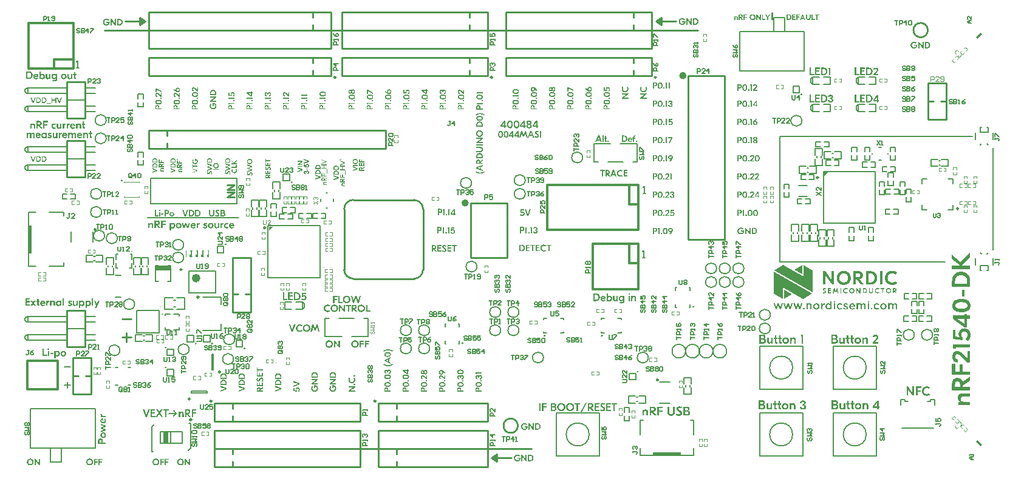
<source format=gto>
G04*
G04 #@! TF.GenerationSoftware,Altium Limited,Altium Designer,22.6.1 (34)*
G04*
G04 Layer_Color=65535*
%FSLAX24Y24*%
%MOIN*%
G70*
G04*
G04 #@! TF.SameCoordinates,198B4140-4809-47D1-8AA6-A140D55DAB78*
G04*
G04*
G04 #@! TF.FilePolarity,Positive*
G04*
G01*
G75*
%ADD10C,0.0060*%
%ADD11C,0.0100*%
%ADD12C,0.0059*%
%ADD13C,0.0098*%
%ADD14C,0.0039*%
%ADD15C,0.0118*%
%ADD16C,0.0236*%
%ADD17C,0.0200*%
%ADD18C,0.0049*%
%ADD19C,0.0050*%
%ADD20C,0.0079*%
%ADD21C,0.0060*%
%ADD22C,0.0080*%
%ADD23C,0.0090*%
%ADD24R,0.0827X0.0315*%
%ADD25R,0.0252X0.0630*%
%ADD26R,0.0197X0.1575*%
%ADD27R,0.0049X0.0138*%
%ADD28R,0.0059X0.0138*%
%ADD29R,0.0059X0.0039*%
G04:AMPARAMS|DCode=30|XSize=10.6mil|YSize=33.1mil|CornerRadius=0mil|HoleSize=0mil|Usage=FLASHONLY|Rotation=135.000|XOffset=0mil|YOffset=0mil|HoleType=Round|Shape=Rectangle|*
%AMROTATEDRECTD30*
4,1,4,0.0155,0.0079,-0.0079,-0.0155,-0.0155,-0.0079,0.0079,0.0155,0.0155,0.0079,0.0*
%
%ADD30ROTATEDRECTD30*%

G04:AMPARAMS|DCode=31|XSize=10.6mil|YSize=33.1mil|CornerRadius=0mil|HoleSize=0mil|Usage=FLASHONLY|Rotation=45.000|XOffset=0mil|YOffset=0mil|HoleType=Round|Shape=Rectangle|*
%AMROTATEDRECTD31*
4,1,4,0.0079,-0.0155,-0.0155,0.0079,-0.0079,0.0155,0.0155,-0.0079,0.0079,-0.0155,0.0*
%
%ADD31ROTATEDRECTD31*%

%ADD32R,0.0059X0.0138*%
%ADD33R,0.0049X0.0138*%
%ADD34R,0.1575X0.0197*%
G36*
X43962Y15991D02*
Y16188D01*
X44159Y16188D01*
X43962Y15991D01*
D02*
G37*
G36*
X13480Y13003D02*
Y13200D01*
X13677Y13200D01*
X13480Y13003D01*
D02*
G37*
G36*
X42759Y10576D02*
X42322Y10829D01*
X42759Y11079D01*
X42759Y10576D01*
D02*
G37*
G36*
X47700Y10766D02*
X47720Y10766D01*
X47737Y10765D01*
X47755Y10763D01*
X47771Y10761D01*
X47788Y10758D01*
X47809Y10753D01*
X47830Y10747D01*
X47854Y10739D01*
X47873Y10732D01*
X47892Y10723D01*
X47899Y10720D01*
X47911Y10713D01*
X47925Y10706D01*
X47936Y10699D01*
X47948Y10691D01*
X47957Y10685D01*
X47879Y10566D01*
X47876Y10568D01*
X47861Y10578D01*
X47849Y10585D01*
X47835Y10592D01*
X47819Y10600D01*
X47805Y10606D01*
X47793Y10611D01*
X47776Y10616D01*
X47762Y10619D01*
X47751Y10622D01*
X47739Y10624D01*
X47725Y10626D01*
X47712Y10627D01*
X47702Y10627D01*
X47694Y10628D01*
X47687Y10628D01*
X47675Y10627D01*
X47666Y10627D01*
X47658Y10626D01*
X47646Y10624D01*
X47638Y10623D01*
X47629Y10621D01*
X47616Y10618D01*
X47603Y10614D01*
X47594Y10611D01*
X47584Y10608D01*
X47570Y10601D01*
X47560Y10596D01*
X47548Y10589D01*
X47535Y10580D01*
X47527Y10574D01*
X47516Y10565D01*
X47508Y10557D01*
X47498Y10546D01*
X47487Y10532D01*
X47479Y10521D01*
X47470Y10506D01*
X47464Y10494D01*
X47460Y10483D01*
X47454Y10470D01*
X47452Y10461D01*
X47448Y10449D01*
X47446Y10438D01*
X47443Y10423D01*
X47442Y10410D01*
X47441Y10396D01*
X47440Y10376D01*
X47441Y10357D01*
X47443Y10340D01*
X47446Y10322D01*
X47449Y10307D01*
X47454Y10291D01*
X47459Y10277D01*
X47466Y10261D01*
X47473Y10248D01*
X47484Y10231D01*
X47498Y10213D01*
X47508Y10202D01*
X47518Y10193D01*
X47529Y10183D01*
X47537Y10178D01*
X47544Y10173D01*
X47550Y10169D01*
X47562Y10162D01*
X47572Y10157D01*
X47587Y10151D01*
X47601Y10146D01*
X47614Y10142D01*
X47627Y10138D01*
X47644Y10135D01*
X47665Y10133D01*
X47686Y10132D01*
X47699Y10132D01*
X47719Y10133D01*
X47736Y10135D01*
X47750Y10137D01*
X47765Y10141D01*
X47781Y10145D01*
X47789Y10147D01*
X47802Y10152D01*
X47813Y10156D01*
X47834Y10166D01*
X47855Y10178D01*
X47869Y10186D01*
X47879Y10193D01*
X47957Y10074D01*
X47934Y10059D01*
X47915Y10048D01*
X47897Y10039D01*
X47877Y10029D01*
X47858Y10022D01*
X47838Y10014D01*
X47821Y10010D01*
X47811Y10007D01*
X47796Y10003D01*
X47780Y10000D01*
X47766Y9998D01*
X47751Y9996D01*
X47741Y9995D01*
X47728Y9994D01*
X47716Y9993D01*
X47696Y9993D01*
X47680Y9993D01*
X47664Y9994D01*
X47652Y9994D01*
X47639Y9995D01*
X47628Y9997D01*
X47616Y9999D01*
X47601Y10001D01*
X47590Y10003D01*
X47574Y10007D01*
X47562Y10010D01*
X47550Y10014D01*
X47537Y10018D01*
X47525Y10023D01*
X47511Y10028D01*
X47505Y10031D01*
X47491Y10038D01*
X47484Y10041D01*
X47461Y10055D01*
X47452Y10060D01*
X47443Y10067D01*
X47421Y10083D01*
X47407Y10096D01*
X47389Y10113D01*
X47377Y10127D01*
X47365Y10143D01*
X47356Y10155D01*
X47347Y10170D01*
X47340Y10182D01*
X47334Y10193D01*
X47325Y10211D01*
X47318Y10228D01*
X47313Y10242D01*
X47309Y10256D01*
X47305Y10269D01*
X47301Y10287D01*
X47298Y10304D01*
X47295Y10321D01*
X47294Y10337D01*
X47293Y10348D01*
X47292Y10364D01*
X47292Y10380D01*
X47292Y10395D01*
X47293Y10407D01*
X47293Y10421D01*
X47295Y10437D01*
X47297Y10447D01*
X47300Y10465D01*
X47302Y10476D01*
X47306Y10495D01*
X47312Y10514D01*
X47315Y10521D01*
X47320Y10536D01*
X47323Y10543D01*
X47327Y10552D01*
X47331Y10561D01*
X47336Y10570D01*
X47342Y10581D01*
X47350Y10595D01*
X47362Y10613D01*
X47378Y10633D01*
X47394Y10650D01*
X47409Y10665D01*
X47417Y10673D01*
X47430Y10683D01*
X47440Y10691D01*
X47449Y10697D01*
X47458Y10703D01*
X47466Y10708D01*
X47481Y10717D01*
X47489Y10721D01*
X47503Y10727D01*
X47517Y10733D01*
X47530Y10739D01*
X47543Y10743D01*
X47555Y10747D01*
X47567Y10751D01*
X47586Y10755D01*
X47604Y10759D01*
X47622Y10762D01*
X47639Y10764D01*
X47658Y10765D01*
X47670Y10766D01*
X47687Y10766D01*
X47700Y10766D01*
D02*
G37*
G36*
X44507Y10751D02*
X44507Y10009D01*
X44380D01*
X44019Y10517D01*
Y10009D01*
X43883D01*
X43883Y10751D01*
X44010D01*
X44371Y10241D01*
Y10751D01*
X44507Y10751D01*
D02*
G37*
G36*
X47145Y10009D02*
X47009D01*
Y10751D01*
X47145D01*
Y10009D01*
D02*
G37*
G36*
X45851Y10750D02*
X45863Y10750D01*
X45875Y10749D01*
X45892Y10746D01*
X45903Y10744D01*
X45917Y10741D01*
X45925Y10739D01*
X45940Y10734D01*
X45955Y10728D01*
X45967Y10722D01*
X45978Y10716D01*
X45986Y10711D01*
X45994Y10706D01*
X46004Y10698D01*
X46010Y10692D01*
X46019Y10684D01*
X46027Y10674D01*
X46034Y10666D01*
X46045Y10652D01*
X46052Y10639D01*
X46058Y10629D01*
X46061Y10620D01*
X46065Y10612D01*
X46067Y10604D01*
X46069Y10597D01*
X46072Y10587D01*
X46074Y10577D01*
X46076Y10568D01*
X46077Y10562D01*
X46078Y10550D01*
X46079Y10541D01*
X46079Y10532D01*
X46079Y10523D01*
X46079Y10514D01*
X46078Y10499D01*
X46076Y10487D01*
X46074Y10474D01*
X46072Y10464D01*
X46070Y10457D01*
X46068Y10450D01*
X46065Y10442D01*
X46060Y10430D01*
X46056Y10421D01*
X46050Y10410D01*
X46046Y10403D01*
X46040Y10394D01*
X46032Y10384D01*
X46024Y10375D01*
X46019Y10369D01*
X46008Y10359D01*
X45997Y10350D01*
X45988Y10344D01*
X45977Y10337D01*
X45969Y10333D01*
X45959Y10328D01*
X45950Y10324D01*
X45938Y10320D01*
X45930Y10317D01*
X45921Y10315D01*
X45913Y10312D01*
X45905Y10311D01*
X46125Y10009D01*
X45954D01*
X45753Y10304D01*
X45702D01*
Y10009D01*
X45566D01*
Y10751D01*
X45840D01*
X45851Y10750D01*
D02*
G37*
G36*
X46490Y10750D02*
X46506Y10750D01*
X46522Y10749D01*
X46537Y10747D01*
X46552Y10745D01*
X46573Y10742D01*
X46590Y10738D01*
X46600Y10735D01*
X46606Y10734D01*
X46616Y10731D01*
X46626Y10728D01*
X46637Y10724D01*
X46649Y10719D01*
X46659Y10715D01*
X46677Y10707D01*
X46689Y10700D01*
X46695Y10696D01*
X46702Y10693D01*
X46716Y10684D01*
X46723Y10679D01*
X46731Y10672D01*
X46740Y10665D01*
X46751Y10656D01*
X46767Y10641D01*
X46779Y10629D01*
X46788Y10617D01*
X46799Y10603D01*
X46807Y10590D01*
X46815Y10578D01*
X46824Y10560D01*
X46832Y10545D01*
X46837Y10531D01*
X46842Y10519D01*
X46848Y10502D01*
X46851Y10491D01*
X46854Y10476D01*
X46857Y10461D01*
X46860Y10447D01*
X46862Y10433D01*
X46863Y10424D01*
X46864Y10410D01*
X46864Y10401D01*
X46865Y10389D01*
X46865Y10375D01*
X46864Y10362D01*
X46864Y10350D01*
X46863Y10340D01*
X46862Y10327D01*
X46860Y10313D01*
X46858Y10299D01*
X46855Y10284D01*
X46854Y10280D01*
X46851Y10269D01*
X46848Y10259D01*
X46843Y10242D01*
X46838Y10230D01*
X46833Y10217D01*
X46826Y10203D01*
X46822Y10195D01*
X46811Y10175D01*
X46802Y10162D01*
X46792Y10148D01*
X46781Y10134D01*
X46769Y10120D01*
X46754Y10106D01*
X46745Y10098D01*
X46727Y10083D01*
X46711Y10073D01*
X46697Y10064D01*
X46685Y10057D01*
X46673Y10051D01*
X46661Y10045D01*
X46650Y10040D01*
X46639Y10036D01*
X46627Y10032D01*
X46611Y10027D01*
X46596Y10023D01*
X46579Y10019D01*
X46568Y10017D01*
X46557Y10015D01*
X46521Y10010D01*
X46495Y10009D01*
X46479Y10009D01*
X46242D01*
Y10751D01*
X46490Y10750D01*
D02*
G37*
G36*
X45051Y10766D02*
X45072Y10765D01*
X45088Y10763D01*
X45097Y10762D01*
X45114Y10759D01*
X45133Y10755D01*
X45151Y10750D01*
X45181Y10740D01*
X45192Y10735D01*
X45203Y10731D01*
X45214Y10725D01*
X45226Y10719D01*
X45239Y10712D01*
X45253Y10703D01*
X45269Y10692D01*
X45289Y10676D01*
X45307Y10660D01*
X45322Y10644D01*
X45335Y10630D01*
X45352Y10608D01*
X45366Y10585D01*
X45375Y10569D01*
X45381Y10556D01*
X45387Y10544D01*
X45391Y10534D01*
X45395Y10523D01*
X45398Y10514D01*
X45404Y10497D01*
X45406Y10488D01*
X45410Y10472D01*
X45411Y10465D01*
X45414Y10450D01*
X45416Y10436D01*
X45417Y10423D01*
X45418Y10416D01*
X45419Y10404D01*
X45419Y10391D01*
X45420Y10380D01*
X45419Y10367D01*
X45419Y10354D01*
X45418Y10342D01*
X45417Y10329D01*
X45415Y10315D01*
X45413Y10301D01*
X45411Y10293D01*
X45408Y10278D01*
X45406Y10270D01*
X45403Y10262D01*
X45401Y10253D01*
X45398Y10245D01*
X45395Y10235D01*
X45391Y10226D01*
X45387Y10215D01*
X45381Y10203D01*
X45375Y10190D01*
X45367Y10175D01*
X45361Y10165D01*
X45354Y10156D01*
X45344Y10141D01*
X45334Y10128D01*
X45321Y10113D01*
X45307Y10099D01*
X45296Y10089D01*
X45282Y10077D01*
X45268Y10066D01*
X45252Y10055D01*
X45237Y10047D01*
X45225Y10039D01*
X45212Y10033D01*
X45201Y10028D01*
X45190Y10023D01*
X45169Y10015D01*
X45159Y10012D01*
X45149Y10009D01*
X45140Y10006D01*
X45130Y10004D01*
X45121Y10002D01*
X45103Y9999D01*
X45094Y9997D01*
X45077Y9995D01*
X45069Y9994D01*
X45052Y9993D01*
X45037Y9993D01*
X45031Y9993D01*
X45014Y9993D01*
X45006Y9993D01*
X44991Y9995D01*
X44974Y9996D01*
X44966Y9997D01*
X44958Y9999D01*
X44949Y10000D01*
X44941Y10002D01*
X44932Y10004D01*
X44923Y10006D01*
X44914Y10008D01*
X44895Y10014D01*
X44885Y10018D01*
X44875Y10022D01*
X44865Y10026D01*
X44854Y10031D01*
X44842Y10037D01*
X44830Y10043D01*
X44816Y10051D01*
X44801Y10061D01*
X44783Y10075D01*
X44770Y10084D01*
X44753Y10101D01*
X44741Y10113D01*
X44731Y10124D01*
X44722Y10135D01*
X44713Y10148D01*
X44707Y10157D01*
X44695Y10175D01*
X44681Y10202D01*
X44676Y10214D01*
X44671Y10224D01*
X44664Y10243D01*
X44659Y10261D01*
X44655Y10276D01*
X44651Y10291D01*
X44648Y10313D01*
X44645Y10333D01*
X44644Y10346D01*
X44643Y10365D01*
X44643Y10380D01*
X44643Y10393D01*
X44644Y10411D01*
X44645Y10424D01*
X44647Y10444D01*
X44649Y10458D01*
X44652Y10472D01*
X44654Y10480D01*
X44658Y10496D01*
X44663Y10512D01*
X44666Y10521D01*
X44674Y10540D01*
X44678Y10551D01*
X44684Y10562D01*
X44691Y10576D01*
X44700Y10591D01*
X44713Y10611D01*
X44727Y10630D01*
X44744Y10649D01*
X44759Y10665D01*
X44774Y10678D01*
X44795Y10694D01*
X44811Y10705D01*
X44825Y10713D01*
X44838Y10720D01*
X44850Y10727D01*
X44872Y10737D01*
X44893Y10744D01*
X44912Y10750D01*
X44931Y10755D01*
X44948Y10759D01*
X44966Y10762D01*
X44982Y10764D01*
X44999Y10765D01*
X45014Y10766D01*
X45031Y10766D01*
X45051Y10766D01*
D02*
G37*
G36*
X43971Y9819D02*
X43979Y9818D01*
X43987Y9817D01*
X43997Y9816D01*
X44005Y9814D01*
X44012Y9812D01*
X44019Y9810D01*
X44027Y9808D01*
X44036Y9804D01*
X44048Y9799D01*
X44026Y9753D01*
X44021Y9756D01*
X44018Y9758D01*
X44016Y9759D01*
X44012Y9760D01*
X44009Y9762D01*
X44005Y9763D01*
X44002Y9764D01*
X43997Y9766D01*
X43993Y9767D01*
X43989Y9768D01*
X43984Y9769D01*
X43982Y9769D01*
X43978Y9770D01*
X43975Y9770D01*
X43972Y9770D01*
X43967Y9770D01*
X43964Y9770D01*
X43959Y9770D01*
X43956Y9769D01*
X43951Y9768D01*
X43949Y9767D01*
X43946Y9765D01*
X43944Y9764D01*
X43943Y9762D01*
X43941Y9760D01*
X43940Y9758D01*
X43940Y9755D01*
X43939Y9753D01*
X43939Y9751D01*
X43939Y9749D01*
X43940Y9746D01*
X43941Y9741D01*
X43944Y9737D01*
X43947Y9733D01*
X43951Y9729D01*
X43956Y9725D01*
X43984Y9705D01*
X44013Y9685D01*
X44017Y9682D01*
X44021Y9679D01*
X44025Y9675D01*
X44029Y9672D01*
X44031Y9670D01*
X44033Y9668D01*
X44036Y9664D01*
X44039Y9660D01*
X44043Y9655D01*
X44047Y9647D01*
X44051Y9638D01*
X44052Y9635D01*
X44053Y9632D01*
X44053Y9630D01*
X44054Y9625D01*
X44054Y9622D01*
X44055Y9617D01*
X44055Y9614D01*
X44055Y9611D01*
X44055Y9607D01*
X44055Y9604D01*
X44054Y9599D01*
X44054Y9597D01*
X44053Y9592D01*
X44052Y9586D01*
X44050Y9582D01*
X44049Y9578D01*
X44046Y9573D01*
X44042Y9566D01*
X44036Y9558D01*
X44032Y9554D01*
X44029Y9552D01*
X44026Y9549D01*
X44022Y9547D01*
X44017Y9544D01*
X44013Y9542D01*
X44010Y9541D01*
X44005Y9539D01*
X44001Y9537D01*
X43994Y9536D01*
X43987Y9534D01*
X43982Y9534D01*
X43977Y9533D01*
X43969Y9532D01*
X43961Y9532D01*
X43948Y9533D01*
X43940Y9533D01*
X43931Y9535D01*
X43920Y9537D01*
X43913Y9538D01*
X43901Y9542D01*
X43895Y9545D01*
X43890Y9547D01*
X43886Y9548D01*
X43880Y9551D01*
X43875Y9554D01*
X43871Y9556D01*
X43866Y9559D01*
X43889Y9605D01*
X43896Y9601D01*
X43900Y9598D01*
X43907Y9595D01*
X43913Y9592D01*
X43918Y9590D01*
X43925Y9588D01*
X43935Y9585D01*
X43941Y9583D01*
X43946Y9582D01*
X43952Y9581D01*
X43956Y9581D01*
X43961Y9581D01*
X43967Y9581D01*
X43971Y9581D01*
X43974Y9582D01*
X43981Y9583D01*
X43984Y9584D01*
X43988Y9586D01*
X43991Y9588D01*
X43993Y9590D01*
X43995Y9592D01*
X43997Y9594D01*
X43999Y9598D01*
X44000Y9600D01*
X44001Y9605D01*
X44001Y9607D01*
X44001Y9611D01*
X44001Y9614D01*
X44000Y9617D01*
X44000Y9619D01*
X43998Y9621D01*
X43997Y9624D01*
X43995Y9626D01*
X43992Y9630D01*
X43990Y9632D01*
X43986Y9636D01*
X43979Y9641D01*
X43974Y9645D01*
X43929Y9677D01*
X43928Y9678D01*
X43923Y9681D01*
X43920Y9684D01*
X43916Y9687D01*
X43912Y9690D01*
X43907Y9695D01*
X43904Y9699D01*
X43899Y9706D01*
X43896Y9710D01*
X43894Y9713D01*
X43892Y9718D01*
X43888Y9729D01*
X43888Y9731D01*
X43887Y9734D01*
X43886Y9739D01*
X43886Y9744D01*
X43886Y9751D01*
X43886Y9754D01*
X43886Y9758D01*
X43887Y9763D01*
X43888Y9769D01*
X43890Y9774D01*
X43891Y9778D01*
X43893Y9782D01*
X43896Y9788D01*
X43904Y9797D01*
X43905Y9798D01*
X43908Y9800D01*
X43912Y9803D01*
X43916Y9807D01*
X43923Y9810D01*
X43927Y9812D01*
X43932Y9813D01*
X43939Y9816D01*
X43946Y9817D01*
X43954Y9818D01*
X43960Y9818D01*
X43966Y9819D01*
X43971Y9819D01*
D02*
G37*
G36*
X46900Y9819D02*
X46907Y9819D01*
X46918Y9818D01*
X46929Y9816D01*
X46942Y9812D01*
X46953Y9809D01*
X46965Y9803D01*
X46967Y9802D01*
X46975Y9798D01*
X46981Y9795D01*
X46989Y9789D01*
X46960Y9745D01*
X46958Y9747D01*
X46953Y9750D01*
X46949Y9752D01*
X46944Y9755D01*
X46940Y9757D01*
X46935Y9759D01*
X46926Y9762D01*
X46919Y9764D01*
X46907Y9767D01*
X46896Y9768D01*
X46893Y9768D01*
X46886Y9768D01*
X46878Y9767D01*
X46872Y9767D01*
X46866Y9765D01*
X46860Y9764D01*
X46853Y9761D01*
X46846Y9758D01*
X46838Y9754D01*
X46833Y9751D01*
X46826Y9745D01*
X46818Y9737D01*
X46812Y9728D01*
X46807Y9720D01*
X46805Y9716D01*
X46803Y9711D01*
X46801Y9703D01*
X46800Y9698D01*
X46798Y9691D01*
X46798Y9686D01*
X46798Y9680D01*
X46797Y9674D01*
X46798Y9668D01*
X46799Y9660D01*
X46800Y9654D01*
X46802Y9645D01*
X46805Y9637D01*
X46808Y9630D01*
X46814Y9621D01*
X46821Y9612D01*
X46831Y9604D01*
X46838Y9598D01*
X46841Y9597D01*
X46847Y9594D01*
X46852Y9592D01*
X46857Y9590D01*
X46865Y9587D01*
X46870Y9586D01*
X46878Y9585D01*
X46884Y9585D01*
X46893Y9585D01*
X46900Y9585D01*
X46908Y9586D01*
X46920Y9588D01*
X46924Y9590D01*
X46927Y9591D01*
X46934Y9593D01*
X46939Y9595D01*
X46944Y9598D01*
X46950Y9601D01*
X46955Y9604D01*
X46960Y9607D01*
X46989Y9563D01*
X46985Y9561D01*
X46979Y9557D01*
X46969Y9551D01*
X46960Y9547D01*
X46950Y9543D01*
X46938Y9539D01*
X46934Y9538D01*
X46929Y9537D01*
X46922Y9536D01*
X46914Y9534D01*
X46904Y9534D01*
X46896Y9533D01*
X46888Y9533D01*
X46882Y9533D01*
X46876Y9534D01*
X46867Y9535D01*
X46858Y9536D01*
X46852Y9537D01*
X46842Y9540D01*
X46838Y9541D01*
X46831Y9543D01*
X46824Y9546D01*
X46816Y9550D01*
X46808Y9554D01*
X46798Y9561D01*
X46790Y9567D01*
X46785Y9571D01*
X46776Y9581D01*
X46769Y9589D01*
X46763Y9598D01*
X46760Y9603D01*
X46758Y9607D01*
X46757Y9611D01*
X46754Y9617D01*
X46751Y9625D01*
X46748Y9635D01*
X46746Y9644D01*
X46744Y9653D01*
X46743Y9659D01*
X46743Y9667D01*
X46743Y9672D01*
X46743Y9678D01*
X46743Y9684D01*
X46743Y9688D01*
X46744Y9696D01*
X46744Y9701D01*
X46745Y9708D01*
X46747Y9714D01*
X46750Y9726D01*
X46752Y9731D01*
X46754Y9737D01*
X46757Y9743D01*
X46761Y9751D01*
X46764Y9756D01*
X46769Y9763D01*
X46780Y9777D01*
X46789Y9785D01*
X46794Y9789D01*
X46797Y9791D01*
X46804Y9796D01*
X46810Y9800D01*
X46816Y9802D01*
X46821Y9805D01*
X46826Y9807D01*
X46832Y9810D01*
X46838Y9812D01*
X46842Y9813D01*
X46848Y9814D01*
X46854Y9816D01*
X46860Y9817D01*
X46869Y9818D01*
X46878Y9819D01*
X46891Y9819D01*
X46900Y9819D01*
D02*
G37*
G36*
X45155Y9818D02*
X45163Y9818D01*
X45174Y9817D01*
X45184Y9815D01*
X45198Y9811D01*
X45209Y9808D01*
X45220Y9803D01*
X45223Y9801D01*
X45231Y9797D01*
X45237Y9794D01*
X45245Y9788D01*
X45216Y9744D01*
X45214Y9746D01*
X45209Y9749D01*
X45205Y9751D01*
X45200Y9754D01*
X45196Y9756D01*
X45191Y9758D01*
X45182Y9762D01*
X45175Y9764D01*
X45163Y9766D01*
X45152Y9767D01*
X45149Y9767D01*
X45142Y9767D01*
X45134Y9767D01*
X45128Y9766D01*
X45122Y9765D01*
X45115Y9763D01*
X45109Y9761D01*
X45102Y9758D01*
X45094Y9753D01*
X45089Y9750D01*
X45082Y9744D01*
X45074Y9736D01*
X45068Y9727D01*
X45063Y9720D01*
X45061Y9716D01*
X45059Y9710D01*
X45057Y9702D01*
X45055Y9697D01*
X45054Y9690D01*
X45054Y9685D01*
X45053Y9679D01*
X45053Y9673D01*
X45054Y9667D01*
X45054Y9659D01*
X45056Y9653D01*
X45058Y9644D01*
X45061Y9636D01*
X45064Y9629D01*
X45069Y9621D01*
X45077Y9611D01*
X45087Y9603D01*
X45094Y9597D01*
X45096Y9596D01*
X45102Y9593D01*
X45108Y9591D01*
X45113Y9589D01*
X45121Y9587D01*
X45126Y9586D01*
X45133Y9584D01*
X45140Y9584D01*
X45149Y9584D01*
X45156Y9584D01*
X45164Y9585D01*
X45176Y9588D01*
X45180Y9589D01*
X45183Y9590D01*
X45190Y9592D01*
X45195Y9595D01*
X45200Y9597D01*
X45206Y9600D01*
X45211Y9603D01*
X45216Y9606D01*
X45245Y9562D01*
X45241Y9560D01*
X45235Y9556D01*
X45225Y9551D01*
X45216Y9546D01*
X45205Y9542D01*
X45194Y9538D01*
X45190Y9537D01*
X45185Y9536D01*
X45178Y9535D01*
X45170Y9534D01*
X45160Y9533D01*
X45152Y9532D01*
X45144Y9532D01*
X45138Y9532D01*
X45131Y9533D01*
X45122Y9534D01*
X45114Y9535D01*
X45107Y9536D01*
X45098Y9539D01*
X45094Y9540D01*
X45087Y9543D01*
X45079Y9545D01*
X45072Y9549D01*
X45064Y9553D01*
X45054Y9560D01*
X45046Y9566D01*
X45041Y9571D01*
X45031Y9580D01*
X45025Y9588D01*
X45019Y9598D01*
X45016Y9602D01*
X45014Y9606D01*
X45012Y9610D01*
X45010Y9616D01*
X45006Y9624D01*
X45003Y9634D01*
X45001Y9643D01*
X45000Y9652D01*
X44999Y9658D01*
X44999Y9666D01*
X44998Y9671D01*
X44998Y9678D01*
X44999Y9683D01*
X44999Y9687D01*
X44999Y9695D01*
X45000Y9701D01*
X45001Y9707D01*
X45003Y9713D01*
X45006Y9725D01*
X45008Y9730D01*
X45010Y9736D01*
X45013Y9742D01*
X45017Y9750D01*
X45020Y9755D01*
X45024Y9762D01*
X45036Y9776D01*
X45045Y9784D01*
X45049Y9788D01*
X45053Y9791D01*
X45060Y9795D01*
X45066Y9799D01*
X45071Y9802D01*
X45077Y9804D01*
X45082Y9806D01*
X45088Y9809D01*
X45094Y9811D01*
X45098Y9812D01*
X45104Y9814D01*
X45110Y9815D01*
X45116Y9816D01*
X45125Y9817D01*
X45134Y9818D01*
X45147Y9819D01*
X45155Y9818D01*
D02*
G37*
G36*
X44734Y9538D02*
X44684D01*
X44657Y9716D01*
X44604Y9579D01*
X44567D01*
X44514Y9716D01*
X44488Y9538D01*
X44437D01*
X44486Y9813D01*
X44523D01*
X44585Y9658D01*
X44648Y9813D01*
X44685D01*
X44734Y9538D01*
D02*
G37*
G36*
X45953Y9538D02*
X45906D01*
X45772Y9726D01*
Y9538D01*
X45722Y9538D01*
Y9813D01*
X45769D01*
X45902Y9624D01*
Y9813D01*
X45953D01*
Y9538D01*
D02*
G37*
G36*
X41708Y11084D02*
X41715Y11084D01*
X41722Y11083D01*
X41731Y11080D01*
X41737Y11078D01*
X41746Y11074D01*
X41755Y11069D01*
X42834Y10445D01*
Y11081D01*
X42843Y11078D01*
X42852Y11074D01*
X42857Y11072D01*
X43266Y10835D01*
X43273Y10831D01*
X43283Y10823D01*
X43291Y10816D01*
X43304Y10801D01*
X43312Y10789D01*
X43319Y10774D01*
X43323Y10762D01*
X43325Y10751D01*
X43327Y10741D01*
X43327Y10732D01*
X43327Y9583D01*
X41213Y10804D01*
X41215Y10807D01*
X41221Y10814D01*
X41227Y10819D01*
X41232Y10824D01*
X41240Y10830D01*
X41250Y10836D01*
X41649Y11068D01*
X41657Y11072D01*
X41663Y11075D01*
X41669Y11077D01*
X41677Y11080D01*
X41684Y11082D01*
X41691Y11084D01*
X41696Y11084D01*
X41701Y11085D01*
X41708Y11084D01*
D02*
G37*
G36*
X47849Y9813D02*
X47855Y9813D01*
X47862Y9811D01*
X47873Y9809D01*
X47882Y9805D01*
X47889Y9802D01*
X47898Y9796D01*
X47903Y9792D01*
X47911Y9783D01*
X47915Y9777D01*
X47919Y9770D01*
X47922Y9765D01*
X47924Y9760D01*
X47927Y9748D01*
X47927Y9743D01*
X47928Y9734D01*
X47928Y9728D01*
X47928Y9723D01*
X47927Y9717D01*
X47926Y9711D01*
X47925Y9705D01*
X47922Y9697D01*
X47920Y9692D01*
X47916Y9685D01*
X47909Y9676D01*
X47902Y9669D01*
X47896Y9664D01*
X47889Y9660D01*
X47878Y9655D01*
X47870Y9652D01*
X47864Y9651D01*
X47945Y9539D01*
X47882D01*
X47807Y9648D01*
X47788D01*
Y9539D01*
X47738D01*
Y9814D01*
X47839D01*
X47849Y9813D01*
D02*
G37*
G36*
X46173Y9813D02*
X46180Y9813D01*
X46190Y9812D01*
X46195Y9811D01*
X46202Y9810D01*
X46209Y9808D01*
X46215Y9806D01*
X46221Y9804D01*
X46225Y9803D01*
X46236Y9798D01*
X46242Y9795D01*
X46247Y9792D01*
X46255Y9787D01*
X46261Y9782D01*
X46265Y9779D01*
X46271Y9773D01*
X46280Y9763D01*
X46286Y9754D01*
X46293Y9743D01*
X46295Y9737D01*
X46298Y9730D01*
X46300Y9724D01*
X46302Y9718D01*
X46304Y9710D01*
X46305Y9705D01*
X46306Y9694D01*
X46307Y9688D01*
X46307Y9678D01*
X46307Y9671D01*
X46307Y9663D01*
X46306Y9657D01*
X46305Y9648D01*
X46304Y9643D01*
X46301Y9632D01*
X46298Y9621D01*
X46294Y9614D01*
X46292Y9608D01*
X46288Y9601D01*
X46284Y9596D01*
X46274Y9582D01*
X46263Y9572D01*
X46251Y9563D01*
X46236Y9555D01*
X46226Y9550D01*
X46214Y9546D01*
X46204Y9543D01*
X46195Y9541D01*
X46190Y9541D01*
X46178Y9539D01*
X46165Y9539D01*
X46077D01*
Y9814D01*
X46165D01*
X46173Y9813D01*
D02*
G37*
G36*
X47271Y9767D02*
X47196D01*
X47196Y9539D01*
X47146Y9539D01*
Y9767D01*
X47071Y9767D01*
Y9814D01*
X47271D01*
Y9767D01*
D02*
G37*
G36*
X44897Y9538D02*
X44845D01*
Y9813D01*
X44897D01*
Y9538D01*
D02*
G37*
G36*
X44328Y9766D02*
X44215D01*
Y9711D01*
X44318Y9711D01*
Y9664D01*
X44215Y9664D01*
Y9585D01*
X44330D01*
Y9538D01*
X44165D01*
Y9813D01*
X44328D01*
X44328Y9766D01*
D02*
G37*
G36*
X46465Y9814D02*
Y9650D01*
X46465Y9649D01*
X46466Y9639D01*
X46467Y9631D01*
X46469Y9624D01*
X46472Y9617D01*
X46475Y9611D01*
X46479Y9606D01*
X46483Y9601D01*
X46492Y9594D01*
X46498Y9591D01*
X46505Y9588D01*
X46513Y9586D01*
X46518Y9586D01*
X46524Y9585D01*
X46531Y9586D01*
X46536Y9586D01*
X46544Y9588D01*
X46550Y9590D01*
X46556Y9593D01*
X46561Y9596D01*
X46570Y9604D01*
X46574Y9610D01*
X46578Y9616D01*
X46581Y9624D01*
X46583Y9630D01*
X46584Y9637D01*
X46585Y9645D01*
X46585Y9650D01*
Y9814D01*
X46638D01*
Y9647D01*
X46638Y9641D01*
X46638Y9634D01*
X46637Y9627D01*
X46636Y9618D01*
X46633Y9609D01*
X46632Y9603D01*
X46629Y9595D01*
X46625Y9587D01*
X46621Y9579D01*
X46616Y9573D01*
X46611Y9566D01*
X46599Y9556D01*
X46594Y9552D01*
X46588Y9549D01*
X46582Y9545D01*
X46578Y9544D01*
X46571Y9541D01*
X46562Y9538D01*
X46556Y9536D01*
X46547Y9535D01*
X46541Y9534D01*
X46533Y9534D01*
X46526Y9534D01*
X46516Y9534D01*
X46508Y9534D01*
X46501Y9535D01*
X46494Y9537D01*
X46487Y9538D01*
X46480Y9540D01*
X46473Y9543D01*
X46465Y9547D01*
X46458Y9551D01*
X46447Y9559D01*
X46436Y9571D01*
X46429Y9580D01*
X46426Y9585D01*
X46423Y9591D01*
X46421Y9597D01*
X46418Y9606D01*
X46416Y9613D01*
X46414Y9624D01*
X46413Y9632D01*
X46412Y9639D01*
X46412Y9647D01*
Y9814D01*
X46465Y9814D01*
D02*
G37*
G36*
X47501Y9819D02*
X47510Y9819D01*
X47516Y9818D01*
X47523Y9817D01*
X47529Y9815D01*
X47536Y9813D01*
X47543Y9811D01*
X47555Y9806D01*
X47564Y9802D01*
X47569Y9799D01*
X47574Y9796D01*
X47580Y9792D01*
X47587Y9786D01*
X47591Y9783D01*
X47596Y9778D01*
X47604Y9769D01*
X47608Y9764D01*
X47612Y9758D01*
X47616Y9752D01*
X47619Y9747D01*
X47623Y9738D01*
X47626Y9730D01*
X47629Y9723D01*
X47630Y9717D01*
X47632Y9711D01*
X47633Y9705D01*
X47634Y9695D01*
X47635Y9686D01*
X47635Y9674D01*
X47634Y9658D01*
X47632Y9644D01*
X47631Y9639D01*
X47629Y9630D01*
X47626Y9623D01*
X47623Y9615D01*
X47619Y9606D01*
X47616Y9601D01*
X47611Y9594D01*
X47607Y9588D01*
X47602Y9581D01*
X47596Y9575D01*
X47589Y9568D01*
X47579Y9560D01*
X47573Y9556D01*
X47568Y9553D01*
X47559Y9548D01*
X47551Y9545D01*
X47543Y9542D01*
X47535Y9539D01*
X47528Y9537D01*
X47518Y9535D01*
X47512Y9535D01*
X47503Y9534D01*
X47497Y9533D01*
X47483Y9534D01*
X47477Y9534D01*
X47471Y9535D01*
X47462Y9536D01*
X47452Y9538D01*
X47445Y9540D01*
X47434Y9544D01*
X47426Y9547D01*
X47417Y9552D01*
X47412Y9555D01*
X47406Y9559D01*
X47400Y9564D01*
X47393Y9569D01*
X47388Y9574D01*
X47383Y9580D01*
X47376Y9587D01*
X47372Y9594D01*
X47368Y9600D01*
X47362Y9611D01*
X47359Y9619D01*
X47356Y9626D01*
X47354Y9632D01*
X47352Y9641D01*
X47350Y9649D01*
X47349Y9657D01*
X47348Y9675D01*
X47348Y9681D01*
X47349Y9690D01*
X47350Y9703D01*
X47352Y9714D01*
X47355Y9722D01*
X47357Y9729D01*
X47361Y9740D01*
X47366Y9749D01*
X47369Y9755D01*
X47374Y9762D01*
X47379Y9769D01*
X47388Y9779D01*
X47394Y9785D01*
X47399Y9789D01*
X47404Y9793D01*
X47410Y9797D01*
X47415Y9800D01*
X47420Y9803D01*
X47433Y9809D01*
X47441Y9811D01*
X47451Y9815D01*
X47458Y9816D01*
X47464Y9817D01*
X47474Y9819D01*
X47480Y9819D01*
X47488Y9820D01*
X47495D01*
X47501Y9819D01*
D02*
G37*
G36*
X45482Y9818D02*
X45491Y9818D01*
X45497Y9817D01*
X45504Y9816D01*
X45510Y9814D01*
X45517Y9812D01*
X45525Y9810D01*
X45536Y9805D01*
X45545Y9801D01*
X45550Y9798D01*
X45555Y9795D01*
X45561Y9791D01*
X45568Y9785D01*
X45573Y9782D01*
X45577Y9777D01*
X45586Y9768D01*
X45589Y9763D01*
X45593Y9757D01*
X45597Y9751D01*
X45600Y9746D01*
X45604Y9737D01*
X45607Y9729D01*
X45610Y9722D01*
X45612Y9716D01*
X45613Y9710D01*
X45614Y9704D01*
X45616Y9694D01*
X45616Y9685D01*
X45617Y9673D01*
X45616Y9657D01*
X45614Y9643D01*
X45612Y9638D01*
X45610Y9629D01*
X45607Y9622D01*
X45604Y9614D01*
X45600Y9605D01*
X45597Y9600D01*
X45592Y9593D01*
X45588Y9587D01*
X45583Y9580D01*
X45577Y9574D01*
X45571Y9567D01*
X45560Y9559D01*
X45554Y9555D01*
X45549Y9552D01*
X45540Y9547D01*
X45532Y9543D01*
X45524Y9541D01*
X45517Y9538D01*
X45510Y9536D01*
X45500Y9534D01*
X45493Y9534D01*
X45484Y9533D01*
X45478Y9532D01*
X45464Y9532D01*
X45458Y9533D01*
X45452Y9534D01*
X45443Y9535D01*
X45433Y9537D01*
X45426Y9539D01*
X45415Y9543D01*
X45407Y9546D01*
X45398Y9551D01*
X45393Y9554D01*
X45387Y9558D01*
X45381Y9563D01*
X45374Y9568D01*
X45369Y9573D01*
X45364Y9579D01*
X45357Y9586D01*
X45353Y9593D01*
X45349Y9599D01*
X45343Y9610D01*
X45340Y9618D01*
X45337Y9625D01*
X45335Y9631D01*
X45333Y9640D01*
X45331Y9648D01*
X45330Y9656D01*
X45329Y9674D01*
X45329Y9680D01*
X45330Y9689D01*
X45331Y9702D01*
X45333Y9712D01*
X45336Y9721D01*
X45338Y9728D01*
X45342Y9739D01*
X45347Y9748D01*
X45350Y9754D01*
X45355Y9761D01*
X45361Y9768D01*
X45370Y9778D01*
X45375Y9784D01*
X45380Y9788D01*
X45385Y9792D01*
X45391Y9796D01*
X45397Y9799D01*
X45401Y9802D01*
X45414Y9808D01*
X45422Y9810D01*
X45432Y9814D01*
X45439Y9815D01*
X45445Y9816D01*
X45455Y9818D01*
X45461Y9818D01*
X45469Y9819D01*
X45476D01*
X45482Y9818D01*
D02*
G37*
G36*
X42193Y9484D02*
X41756Y9232D01*
X41756Y9736D01*
X42193Y9484D01*
D02*
G37*
G36*
X43307Y9508D02*
X42838Y9232D01*
X42833Y9229D01*
X42830Y9227D01*
X42827Y9226D01*
X42823Y9224D01*
X42818Y9223D01*
X42815Y9222D01*
X42813Y9222D01*
X42810Y9222D01*
X42806Y9222D01*
X42803Y9222D01*
X42799Y9224D01*
X42795Y9225D01*
X42792Y9227D01*
X42790Y9228D01*
X41680Y9867D01*
X41681Y9229D01*
X41221Y9498D01*
X41211Y9504D01*
X41206Y9509D01*
X41201Y9515D01*
X41196Y9523D01*
X41192Y9531D01*
X41190Y9539D01*
X41188Y9548D01*
X41188Y9554D01*
X41188Y10731D01*
X43307Y9508D01*
D02*
G37*
G36*
X46423Y9026D02*
X46342D01*
Y9097D01*
X46423D01*
Y9026D01*
D02*
G37*
G36*
X44559D02*
X44478D01*
Y9097D01*
X44559D01*
Y9026D01*
D02*
G37*
G36*
X43165Y8982D02*
X43173Y8981D01*
X43181Y8980D01*
X43189Y8978D01*
X43198Y8975D01*
X43204Y8972D01*
X43210Y8970D01*
X43216Y8967D01*
X43222Y8963D01*
X43227Y8960D01*
X43233Y8954D01*
X43239Y8948D01*
X43242Y8945D01*
X43247Y8939D01*
X43250Y8935D01*
X43254Y8927D01*
X43257Y8922D01*
X43261Y8914D01*
X43263Y8909D01*
X43264Y8903D01*
X43266Y8897D01*
X43268Y8888D01*
X43269Y8881D01*
X43270Y8874D01*
X43271Y8866D01*
X43271Y8857D01*
X43271Y8646D01*
X43195D01*
X43195Y8833D01*
X43195Y8837D01*
X43195Y8841D01*
X43195Y8846D01*
X43194Y8850D01*
X43194Y8855D01*
X43193Y8860D01*
X43192Y8864D01*
X43190Y8869D01*
X43188Y8875D01*
X43186Y8879D01*
X43184Y8882D01*
X43181Y8887D01*
X43178Y8892D01*
X43174Y8896D01*
X43169Y8900D01*
X43164Y8903D01*
X43163Y8904D01*
X43159Y8906D01*
X43154Y8908D01*
X43150Y8910D01*
X43143Y8912D01*
X43138Y8912D01*
X43132Y8913D01*
X43126Y8913D01*
X43120Y8913D01*
X43112Y8912D01*
X43109Y8912D01*
X43103Y8911D01*
X43097Y8909D01*
X43093Y8907D01*
X43088Y8904D01*
X43082Y8901D01*
X43076Y8896D01*
X43072Y8892D01*
X43067Y8887D01*
X43064Y8882D01*
X43060Y8874D01*
X43057Y8868D01*
X43054Y8861D01*
X43052Y8852D01*
X43051Y8845D01*
X43051Y8839D01*
X43051Y8832D01*
X43051Y8646D01*
X42975D01*
Y8975D01*
X43051D01*
Y8925D01*
X43052Y8927D01*
X43055Y8930D01*
X43058Y8934D01*
X43061Y8938D01*
X43064Y8942D01*
X43068Y8946D01*
X43073Y8951D01*
X43077Y8955D01*
X43080Y8957D01*
X43084Y8960D01*
X43089Y8964D01*
X43096Y8968D01*
X43100Y8970D01*
X43106Y8973D01*
X43113Y8976D01*
X43119Y8977D01*
X43127Y8979D01*
X43133Y8980D01*
X43139Y8981D01*
X43150Y8982D01*
X43156Y8982D01*
X43165Y8982D01*
D02*
G37*
G36*
X47861Y8982D02*
X47867Y8981D01*
X47872Y8981D01*
X47876Y8980D01*
X47882Y8979D01*
X47887Y8979D01*
X47893Y8977D01*
X47898Y8975D01*
X47903Y8974D01*
X47909Y8971D01*
X47914Y8969D01*
X47917Y8967D01*
X47922Y8963D01*
X47926Y8961D01*
X47932Y8956D01*
X47936Y8952D01*
X47940Y8948D01*
X47942Y8946D01*
X47945Y8942D01*
X47949Y8937D01*
X47951Y8934D01*
X47953Y8930D01*
X47957Y8922D01*
X47959Y8917D01*
X47962Y8908D01*
X47964Y8901D01*
X47966Y8896D01*
X47967Y8889D01*
X47968Y8881D01*
X47969Y8875D01*
X47970Y8865D01*
X47970Y8856D01*
Y8646D01*
X47894D01*
Y8833D01*
X47894Y8839D01*
X47894Y8843D01*
X47893Y8850D01*
X47893Y8855D01*
X47892Y8861D01*
X47890Y8867D01*
X47889Y8872D01*
X47886Y8877D01*
X47884Y8881D01*
X47882Y8886D01*
X47879Y8890D01*
X47875Y8895D01*
X47871Y8899D01*
X47867Y8902D01*
X47864Y8904D01*
X47859Y8907D01*
X47855Y8909D01*
X47849Y8911D01*
X47844Y8912D01*
X47839Y8913D01*
X47833Y8913D01*
X47828Y8913D01*
X47820Y8913D01*
X47815Y8912D01*
X47811Y8912D01*
X47805Y8910D01*
X47799Y8908D01*
X47794Y8906D01*
X47789Y8903D01*
X47783Y8899D01*
X47779Y8895D01*
X47777Y8892D01*
X47775Y8890D01*
X47772Y8887D01*
X47770Y8883D01*
X47767Y8878D01*
X47765Y8873D01*
X47763Y8868D01*
X47761Y8863D01*
X47760Y8860D01*
X47759Y8852D01*
X47758Y8846D01*
X47757Y8839D01*
X47757Y8832D01*
Y8646D01*
X47682D01*
X47682Y8835D01*
X47681Y8840D01*
X47681Y8845D01*
X47680Y8851D01*
X47680Y8857D01*
X47678Y8865D01*
X47676Y8871D01*
X47674Y8875D01*
X47672Y8880D01*
X47670Y8883D01*
X47667Y8888D01*
X47664Y8892D01*
X47661Y8896D01*
X47657Y8899D01*
X47654Y8902D01*
X47650Y8905D01*
X47647Y8906D01*
X47642Y8908D01*
X47637Y8910D01*
X47631Y8912D01*
X47625Y8913D01*
X47620Y8913D01*
X47615Y8913D01*
X47609Y8913D01*
X47604Y8913D01*
X47599Y8912D01*
X47594Y8911D01*
X47590Y8909D01*
X47585Y8907D01*
X47580Y8905D01*
X47577Y8902D01*
X47572Y8899D01*
X47569Y8896D01*
X47567Y8895D01*
X47563Y8891D01*
X47560Y8886D01*
X47557Y8881D01*
X47554Y8876D01*
X47551Y8870D01*
X47549Y8866D01*
X47548Y8860D01*
X47547Y8856D01*
X47546Y8853D01*
X47546Y8849D01*
X47545Y8844D01*
X47544Y8838D01*
X47544Y8832D01*
X47544Y8646D01*
X47469D01*
Y8975D01*
X47544D01*
Y8925D01*
X47547Y8929D01*
X47551Y8934D01*
X47554Y8938D01*
X47559Y8943D01*
X47563Y8948D01*
X47568Y8952D01*
X47574Y8958D01*
X47578Y8961D01*
X47584Y8965D01*
X47588Y8967D01*
X47593Y8970D01*
X47598Y8972D01*
X47602Y8974D01*
X47607Y8976D01*
X47617Y8979D01*
X47623Y8980D01*
X47631Y8981D01*
X47638Y8982D01*
X47646Y8982D01*
X47654Y8982D01*
X47659Y8981D01*
X47665Y8980D01*
X47672Y8979D01*
X47680Y8977D01*
X47684Y8976D01*
X47689Y8974D01*
X47694Y8972D01*
X47702Y8968D01*
X47707Y8965D01*
X47714Y8960D01*
X47717Y8957D01*
X47724Y8951D01*
X47729Y8946D01*
X47734Y8940D01*
X47737Y8936D01*
X47741Y8929D01*
X47743Y8924D01*
X47746Y8927D01*
X47750Y8932D01*
X47755Y8938D01*
X47759Y8942D01*
X47763Y8946D01*
X47767Y8950D01*
X47773Y8955D01*
X47777Y8958D01*
X47784Y8962D01*
X47788Y8965D01*
X47792Y8967D01*
X47797Y8970D01*
X47802Y8972D01*
X47811Y8975D01*
X47815Y8976D01*
X47824Y8979D01*
X47829Y8980D01*
X47835Y8981D01*
X47839Y8981D01*
X47845Y8982D01*
X47854Y8982D01*
X47861Y8982D01*
D02*
G37*
G36*
X46131D02*
X46137Y8981D01*
X46141Y8981D01*
X46146Y8980D01*
X46152Y8979D01*
X46156Y8979D01*
X46162Y8977D01*
X46167Y8975D01*
X46172Y8974D01*
X46178Y8971D01*
X46183Y8969D01*
X46187Y8967D01*
X46192Y8963D01*
X46195Y8961D01*
X46202Y8956D01*
X46206Y8952D01*
X46210Y8948D01*
X46212Y8946D01*
X46215Y8942D01*
X46218Y8937D01*
X46220Y8934D01*
X46222Y8930D01*
X46227Y8922D01*
X46229Y8917D01*
X46232Y8908D01*
X46234Y8901D01*
X46235Y8896D01*
X46237Y8889D01*
X46238Y8881D01*
X46239Y8875D01*
X46239Y8865D01*
X46239Y8856D01*
Y8646D01*
X46164D01*
X46164Y8833D01*
X46164Y8839D01*
X46164Y8843D01*
X46163Y8850D01*
X46162Y8855D01*
X46161Y8861D01*
X46160Y8867D01*
X46158Y8872D01*
X46156Y8877D01*
X46154Y8881D01*
X46151Y8886D01*
X46148Y8890D01*
X46145Y8895D01*
X46141Y8899D01*
X46137Y8902D01*
X46133Y8904D01*
X46128Y8907D01*
X46124Y8909D01*
X46118Y8911D01*
X46114Y8912D01*
X46109Y8913D01*
X46102Y8913D01*
X46097Y8913D01*
X46089Y8913D01*
X46085Y8912D01*
X46080Y8912D01*
X46074Y8910D01*
X46068Y8908D01*
X46064Y8906D01*
X46059Y8903D01*
X46053Y8899D01*
X46049Y8895D01*
X46046Y8892D01*
X46044Y8890D01*
X46042Y8887D01*
X46039Y8883D01*
X46037Y8878D01*
X46034Y8873D01*
X46032Y8868D01*
X46031Y8863D01*
X46030Y8860D01*
X46028Y8852D01*
X46027Y8846D01*
X46027Y8839D01*
X46027Y8832D01*
Y8646D01*
X45951D01*
X45951Y8835D01*
X45951Y8840D01*
X45951Y8845D01*
X45950Y8851D01*
X45949Y8857D01*
X45947Y8865D01*
X45946Y8871D01*
X45944Y8875D01*
X45942Y8880D01*
X45940Y8883D01*
X45937Y8888D01*
X45934Y8892D01*
X45930Y8896D01*
X45927Y8899D01*
X45924Y8902D01*
X45919Y8905D01*
X45916Y8906D01*
X45911Y8908D01*
X45907Y8910D01*
X45900Y8912D01*
X45895Y8913D01*
X45890Y8913D01*
X45884Y8913D01*
X45879Y8913D01*
X45874Y8913D01*
X45869Y8912D01*
X45864Y8911D01*
X45860Y8909D01*
X45855Y8907D01*
X45850Y8905D01*
X45846Y8902D01*
X45842Y8899D01*
X45838Y8896D01*
X45836Y8895D01*
X45833Y8891D01*
X45829Y8886D01*
X45826Y8881D01*
X45823Y8876D01*
X45821Y8870D01*
X45819Y8866D01*
X45817Y8860D01*
X45816Y8856D01*
X45816Y8853D01*
X45815Y8849D01*
X45814Y8844D01*
X45814Y8838D01*
X45814Y8832D01*
Y8646D01*
X45738D01*
Y8975D01*
X45814Y8975D01*
Y8925D01*
X45817Y8929D01*
X45821Y8934D01*
X45824Y8938D01*
X45828Y8943D01*
X45833Y8948D01*
X45837Y8952D01*
X45844Y8958D01*
X45848Y8961D01*
X45853Y8965D01*
X45858Y8967D01*
X45862Y8970D01*
X45867Y8972D01*
X45872Y8974D01*
X45877Y8976D01*
X45886Y8979D01*
X45892Y8980D01*
X45900Y8981D01*
X45908Y8982D01*
X45916Y8982D01*
X45923Y8982D01*
X45928Y8981D01*
X45935Y8980D01*
X45942Y8979D01*
X45950Y8977D01*
X45953Y8976D01*
X45959Y8974D01*
X45963Y8972D01*
X45972Y8968D01*
X45976Y8965D01*
X45983Y8960D01*
X45987Y8957D01*
X45993Y8951D01*
X45998Y8946D01*
X46003Y8940D01*
X46006Y8936D01*
X46010Y8929D01*
X46013Y8924D01*
X46016Y8927D01*
X46019Y8932D01*
X46024Y8938D01*
X46028Y8942D01*
X46032Y8946D01*
X46037Y8950D01*
X46043Y8955D01*
X46047Y8958D01*
X46053Y8962D01*
X46058Y8965D01*
X46061Y8967D01*
X46067Y8970D01*
X46071Y8972D01*
X46080Y8975D01*
X46084Y8976D01*
X46094Y8979D01*
X46099Y8980D01*
X46104Y8981D01*
X46109Y8981D01*
X46114Y8982D01*
X46123Y8982D01*
X46131Y8982D01*
D02*
G37*
G36*
X44372Y8808D02*
X44298Y8808D01*
X44298Y8816D01*
X44297Y8823D01*
X44297Y8829D01*
X44295Y8837D01*
X44294Y8843D01*
X44291Y8852D01*
X44289Y8857D01*
X44287Y8863D01*
X44284Y8868D01*
X44280Y8875D01*
X44275Y8881D01*
X44268Y8889D01*
X44264Y8892D01*
X44260Y8896D01*
X44254Y8901D01*
X44247Y8905D01*
X44238Y8909D01*
X44231Y8912D01*
X44223Y8914D01*
X44216Y8915D01*
X44208Y8916D01*
X44197Y8916D01*
X44192Y8916D01*
X44186Y8915D01*
X44179Y8914D01*
X44171Y8911D01*
X44162Y8907D01*
X44156Y8904D01*
X44149Y8900D01*
X44143Y8895D01*
X44136Y8888D01*
X44131Y8883D01*
X44127Y8878D01*
X44122Y8870D01*
X44118Y8862D01*
X44114Y8853D01*
X44112Y8845D01*
X44110Y8837D01*
X44109Y8832D01*
X44108Y8822D01*
X44108Y8814D01*
X44108Y8804D01*
X44108Y8796D01*
X44109Y8789D01*
X44111Y8781D01*
X44113Y8774D01*
X44116Y8765D01*
X44120Y8756D01*
X44122Y8752D01*
X44125Y8747D01*
X44129Y8741D01*
X44134Y8736D01*
X44140Y8729D01*
X44146Y8724D01*
X44152Y8720D01*
X44158Y8716D01*
X44167Y8712D01*
X44172Y8709D01*
X44177Y8708D01*
X44184Y8706D01*
X44192Y8705D01*
X44197Y8704D01*
X44206Y8704D01*
X44214Y8705D01*
X44222Y8706D01*
X44228Y8708D01*
X44237Y8711D01*
X44244Y8714D01*
X44250Y8717D01*
X44255Y8721D01*
X44260Y8724D01*
X44266Y8730D01*
X44271Y8735D01*
X44277Y8743D01*
X44282Y8749D01*
X44285Y8756D01*
X44288Y8762D01*
X44292Y8770D01*
X44293Y8775D01*
X44295Y8783D01*
X44296Y8790D01*
X44297Y8796D01*
X44298Y8802D01*
X44298Y8808D01*
X44372Y8807D01*
X44372Y8646D01*
X44297Y8646D01*
Y8700D01*
X44289Y8690D01*
X44285Y8685D01*
X44278Y8678D01*
X44274Y8674D01*
X44269Y8670D01*
X44259Y8661D01*
X44251Y8657D01*
X44246Y8653D01*
X44241Y8651D01*
X44230Y8646D01*
X44223Y8644D01*
X44217Y8643D01*
X44209Y8641D01*
X44203Y8640D01*
X44197Y8639D01*
X44191Y8639D01*
X44181Y8639D01*
X44172Y8639D01*
X44161Y8641D01*
X44155Y8642D01*
X44148Y8643D01*
X44142Y8645D01*
X44134Y8648D01*
X44129Y8650D01*
X44119Y8654D01*
X44114Y8657D01*
X44109Y8659D01*
X44103Y8663D01*
X44098Y8667D01*
X44092Y8672D01*
X44086Y8676D01*
X44082Y8680D01*
X44076Y8686D01*
X44073Y8690D01*
X44068Y8696D01*
X44064Y8701D01*
X44061Y8706D01*
X44057Y8712D01*
X44051Y8722D01*
X44048Y8729D01*
X44045Y8735D01*
X44041Y8746D01*
X44039Y8755D01*
X44036Y8766D01*
X44035Y8773D01*
X44033Y8785D01*
X44032Y8794D01*
X44032Y8803D01*
X44032Y8810D01*
X44032Y8818D01*
X44032Y8827D01*
X44033Y8832D01*
X44033Y8838D01*
X44035Y8849D01*
X44037Y8859D01*
X44040Y8871D01*
X44042Y8878D01*
X44045Y8885D01*
X44047Y8890D01*
X44050Y8896D01*
X44053Y8903D01*
X44057Y8910D01*
X44062Y8917D01*
X44065Y8922D01*
X44069Y8926D01*
X44073Y8932D01*
X44077Y8936D01*
X44081Y8940D01*
X44088Y8946D01*
X44093Y8950D01*
X44102Y8957D01*
X44110Y8962D01*
X44116Y8965D01*
X44125Y8969D01*
X44134Y8973D01*
X44139Y8975D01*
X44145Y8977D01*
X44155Y8979D01*
X44162Y8980D01*
X44169Y8981D01*
X44181Y8982D01*
X44191Y8982D01*
X44201Y8981D01*
X44207Y8980D01*
X44213Y8979D01*
X44219Y8978D01*
X44224Y8977D01*
X44236Y8973D01*
X44242Y8970D01*
X44251Y8965D01*
X44260Y8959D01*
X44266Y8955D01*
X44271Y8951D01*
X44276Y8947D01*
X44281Y8942D01*
X44285Y8938D01*
X44291Y8932D01*
X44297Y8924D01*
Y9101D01*
X44372D01*
X44372Y8808D01*
D02*
G37*
G36*
X43983Y8981D02*
Y8901D01*
X43967Y8901D01*
X43959Y8900D01*
X43953Y8899D01*
X43946Y8898D01*
X43938Y8895D01*
X43931Y8892D01*
X43923Y8889D01*
X43915Y8884D01*
X43906Y8877D01*
X43897Y8869D01*
X43892Y8862D01*
X43887Y8855D01*
X43882Y8847D01*
X43879Y8840D01*
X43876Y8832D01*
X43872Y8819D01*
X43870Y8812D01*
X43868Y8800D01*
X43867Y8788D01*
X43866Y8780D01*
X43866Y8771D01*
X43866Y8646D01*
X43791D01*
X43791Y8975D01*
X43866D01*
X43868Y8905D01*
X43870Y8910D01*
X43875Y8918D01*
X43879Y8926D01*
X43885Y8934D01*
X43889Y8940D01*
X43894Y8946D01*
X43901Y8952D01*
X43908Y8958D01*
X43914Y8963D01*
X43920Y8967D01*
X43928Y8971D01*
X43935Y8974D01*
X43947Y8978D01*
X43954Y8979D01*
X43962Y8981D01*
X43968Y8981D01*
X43976Y8981D01*
X43983Y8981D01*
D02*
G37*
G36*
X45146Y8980D02*
X45150Y8980D01*
X45157Y8980D01*
X45163Y8979D01*
X45169Y8978D01*
X45176Y8977D01*
X45182Y8975D01*
X45189Y8974D01*
X45193Y8973D01*
X45199Y8971D01*
X45206Y8969D01*
X45214Y8966D01*
X45220Y8963D01*
X45229Y8960D01*
X45236Y8956D01*
X45241Y8953D01*
X45250Y8948D01*
X45258Y8943D01*
X45228Y8890D01*
X45218Y8896D01*
X45210Y8900D01*
X45205Y8902D01*
X45199Y8905D01*
X45193Y8908D01*
X45186Y8910D01*
X45181Y8912D01*
X45177Y8913D01*
X45172Y8915D01*
X45164Y8917D01*
X45157Y8919D01*
X45151Y8920D01*
X45146Y8920D01*
X45140Y8921D01*
X45136Y8921D01*
X45133Y8921D01*
X45130Y8921D01*
X45126Y8920D01*
X45124Y8920D01*
X45120Y8919D01*
X45116Y8918D01*
X45112Y8917D01*
X45110Y8917D01*
X45107Y8915D01*
X45103Y8913D01*
X45099Y8910D01*
X45096Y8908D01*
X45095Y8906D01*
X45093Y8903D01*
X45091Y8901D01*
X45090Y8896D01*
X45089Y8893D01*
X45089Y8890D01*
X45089Y8887D01*
X45089Y8882D01*
X45090Y8879D01*
X45092Y8875D01*
X45094Y8873D01*
X45097Y8869D01*
X45098Y8868D01*
X45101Y8866D01*
X45105Y8863D01*
X45111Y8860D01*
X45116Y8857D01*
X45121Y8855D01*
X45127Y8852D01*
X45132Y8850D01*
X45142Y8847D01*
X45173Y8837D01*
X45183Y8834D01*
X45192Y8830D01*
X45198Y8828D01*
X45207Y8824D01*
X45210Y8822D01*
X45217Y8819D01*
X45223Y8815D01*
X45228Y8812D01*
X45232Y8809D01*
X45237Y8805D01*
X45241Y8802D01*
X45245Y8797D01*
X45248Y8793D01*
X45253Y8788D01*
X45257Y8781D01*
X45259Y8776D01*
X45262Y8769D01*
X45263Y8765D01*
X45264Y8761D01*
X45265Y8756D01*
X45265Y8750D01*
X45265Y8744D01*
X45265Y8738D01*
X45265Y8732D01*
X45264Y8727D01*
X45264Y8723D01*
X45263Y8717D01*
X45261Y8710D01*
X45259Y8704D01*
X45256Y8699D01*
X45254Y8693D01*
X45251Y8689D01*
X45249Y8686D01*
X45246Y8681D01*
X45241Y8675D01*
X45237Y8672D01*
X45233Y8667D01*
X45228Y8664D01*
X45223Y8660D01*
X45217Y8657D01*
X45211Y8653D01*
X45206Y8651D01*
X45200Y8649D01*
X45191Y8646D01*
X45182Y8644D01*
X45174Y8642D01*
X45165Y8641D01*
X45158Y8640D01*
X45152Y8640D01*
X45144Y8639D01*
X45136Y8639D01*
X45129Y8640D01*
X45124Y8640D01*
X45118Y8641D01*
X45112Y8642D01*
X45104Y8643D01*
X45100Y8644D01*
X45095Y8645D01*
X45089Y8646D01*
X45082Y8648D01*
X45074Y8651D01*
X45067Y8653D01*
X45056Y8658D01*
X45049Y8661D01*
X45042Y8664D01*
X45033Y8669D01*
X45027Y8672D01*
X45021Y8676D01*
X45019Y8677D01*
X45012Y8682D01*
X45007Y8685D01*
X45003Y8689D01*
X45037Y8740D01*
X45047Y8733D01*
X45054Y8728D01*
X45061Y8724D01*
X45068Y8720D01*
X45074Y8717D01*
X45082Y8713D01*
X45090Y8710D01*
X45096Y8708D01*
X45103Y8706D01*
X45110Y8704D01*
X45116Y8702D01*
X45121Y8701D01*
X45127Y8701D01*
X45132Y8700D01*
X45135Y8700D01*
X45140Y8699D01*
X45146Y8699D01*
X45153Y8700D01*
X45156Y8700D01*
X45162Y8701D01*
X45165Y8701D01*
X45167Y8702D01*
X45171Y8703D01*
X45175Y8705D01*
X45178Y8706D01*
X45181Y8708D01*
X45185Y8710D01*
X45187Y8712D01*
X45190Y8715D01*
X45191Y8718D01*
X45193Y8720D01*
X45194Y8723D01*
X45195Y8725D01*
X45195Y8727D01*
X45196Y8729D01*
X45196Y8733D01*
X45196Y8736D01*
X45196Y8740D01*
X45195Y8742D01*
X45194Y8746D01*
X45192Y8749D01*
X45190Y8752D01*
X45187Y8755D01*
X45184Y8758D01*
X45181Y8760D01*
X45176Y8763D01*
X45170Y8766D01*
X45160Y8770D01*
X45152Y8773D01*
X45148Y8774D01*
X45141Y8777D01*
X45134Y8779D01*
X45127Y8781D01*
X45119Y8783D01*
X45109Y8786D01*
X45097Y8790D01*
X45087Y8794D01*
X45078Y8797D01*
X45071Y8801D01*
X45063Y8805D01*
X45059Y8808D01*
X45054Y8811D01*
X45049Y8815D01*
X45046Y8818D01*
X45042Y8822D01*
X45038Y8825D01*
X45034Y8830D01*
X45031Y8836D01*
X45027Y8842D01*
X45025Y8848D01*
X45023Y8852D01*
X45021Y8860D01*
X45021Y8862D01*
X45020Y8869D01*
X45020Y8874D01*
X45019Y8877D01*
X45019Y8880D01*
X45020Y8886D01*
X45020Y8893D01*
X45021Y8899D01*
X45022Y8905D01*
X45025Y8915D01*
X45027Y8918D01*
X45030Y8925D01*
X45034Y8933D01*
X45039Y8939D01*
X45043Y8944D01*
X45048Y8949D01*
X45052Y8953D01*
X45058Y8957D01*
X45062Y8960D01*
X45068Y8964D01*
X45075Y8968D01*
X45081Y8970D01*
X45087Y8972D01*
X45091Y8974D01*
X45098Y8976D01*
X45103Y8977D01*
X45109Y8978D01*
X45114Y8979D01*
X45120Y8980D01*
X45126Y8980D01*
X45132Y8981D01*
X45140Y8981D01*
X45146Y8980D01*
D02*
G37*
G36*
X46858Y8982D02*
X46865Y8981D01*
X46874Y8980D01*
X46885Y8979D01*
X46890Y8978D01*
X46896Y8976D01*
X46907Y8973D01*
X46917Y8969D01*
X46926Y8965D01*
X46936Y8960D01*
X46939Y8958D01*
X46941Y8957D01*
X46945Y8954D01*
X46948Y8952D01*
X46951Y8950D01*
X46954Y8948D01*
X46958Y8944D01*
X46960Y8943D01*
X46963Y8940D01*
X46967Y8936D01*
X46973Y8931D01*
X46978Y8925D01*
X46931Y8875D01*
X46929Y8877D01*
X46926Y8880D01*
X46923Y8883D01*
X46920Y8885D01*
X46917Y8888D01*
X46913Y8891D01*
X46909Y8895D01*
X46904Y8898D01*
X46900Y8901D01*
X46895Y8904D01*
X46891Y8906D01*
X46888Y8907D01*
X46883Y8909D01*
X46878Y8911D01*
X46873Y8913D01*
X46870Y8913D01*
X46865Y8914D01*
X46858Y8915D01*
X46851Y8916D01*
X46846Y8916D01*
X46841Y8916D01*
X46835Y8915D01*
X46832Y8915D01*
X46827Y8914D01*
X46822Y8913D01*
X46817Y8911D01*
X46811Y8909D01*
X46806Y8906D01*
X46800Y8904D01*
X46797Y8901D01*
X46790Y8897D01*
X46788Y8895D01*
X46783Y8890D01*
X46778Y8886D01*
X46774Y8881D01*
X46770Y8875D01*
X46768Y8873D01*
X46765Y8867D01*
X46762Y8861D01*
X46759Y8854D01*
X46757Y8850D01*
X46756Y8846D01*
X46755Y8842D01*
X46754Y8838D01*
X46753Y8833D01*
X46752Y8829D01*
X46751Y8824D01*
X46751Y8819D01*
X46751Y8815D01*
X46750Y8810D01*
X46751Y8804D01*
X46751Y8798D01*
X46752Y8792D01*
X46753Y8787D01*
X46754Y8781D01*
X46756Y8775D01*
X46757Y8770D01*
X46760Y8764D01*
X46762Y8758D01*
X46765Y8753D01*
X46768Y8748D01*
X46770Y8745D01*
X46772Y8742D01*
X46774Y8740D01*
X46776Y8737D01*
X46779Y8734D01*
X46782Y8731D01*
X46785Y8728D01*
X46790Y8724D01*
X46794Y8721D01*
X46798Y8719D01*
X46803Y8715D01*
X46808Y8713D01*
X46814Y8710D01*
X46819Y8709D01*
X46823Y8708D01*
X46829Y8706D01*
X46834Y8705D01*
X46838Y8705D01*
X46844Y8704D01*
X46848Y8704D01*
X46855Y8704D01*
X46860Y8705D01*
X46865Y8705D01*
X46869Y8706D01*
X46873Y8707D01*
X46879Y8708D01*
X46886Y8711D01*
X46890Y8712D01*
X46895Y8715D01*
X46901Y8718D01*
X46906Y8721D01*
X46911Y8724D01*
X46915Y8727D01*
X46920Y8732D01*
X46924Y8734D01*
X46928Y8738D01*
X46932Y8743D01*
X46935Y8745D01*
X46980Y8700D01*
X46978Y8697D01*
X46974Y8693D01*
X46969Y8688D01*
X46964Y8683D01*
X46959Y8679D01*
X46954Y8675D01*
X46948Y8670D01*
X46942Y8666D01*
X46938Y8663D01*
X46932Y8659D01*
X46925Y8656D01*
X46921Y8653D01*
X46915Y8651D01*
X46908Y8648D01*
X46903Y8646D01*
X46896Y8644D01*
X46892Y8643D01*
X46884Y8642D01*
X46878Y8641D01*
X46872Y8640D01*
X46866Y8639D01*
X46858Y8638D01*
X46854Y8638D01*
X46848Y8638D01*
X46841Y8638D01*
X46837Y8638D01*
X46828Y8639D01*
X46823Y8639D01*
X46818Y8640D01*
X46812Y8641D01*
X46806Y8642D01*
X46799Y8644D01*
X46790Y8647D01*
X46779Y8651D01*
X46768Y8656D01*
X46761Y8660D01*
X46753Y8664D01*
X46747Y8669D01*
X46739Y8674D01*
X46732Y8680D01*
X46726Y8686D01*
X46720Y8691D01*
X46715Y8698D01*
X46709Y8705D01*
X46704Y8711D01*
X46700Y8718D01*
X46696Y8725D01*
X46692Y8733D01*
X46688Y8741D01*
X46685Y8751D01*
X46682Y8759D01*
X46680Y8765D01*
X46678Y8776D01*
X46676Y8786D01*
X46676Y8795D01*
X46675Y8803D01*
X46675Y8810D01*
X46675Y8819D01*
X46676Y8830D01*
X46677Y8836D01*
X46678Y8844D01*
X46681Y8854D01*
X46682Y8860D01*
X46684Y8867D01*
X46687Y8873D01*
X46690Y8881D01*
X46694Y8890D01*
X46697Y8896D01*
X46701Y8902D01*
X46706Y8909D01*
X46710Y8916D01*
X46715Y8922D01*
X46721Y8929D01*
X46727Y8934D01*
X46734Y8941D01*
X46740Y8946D01*
X46747Y8951D01*
X46754Y8956D01*
X46761Y8960D01*
X46769Y8964D01*
X46775Y8967D01*
X46781Y8970D01*
X46789Y8973D01*
X46799Y8976D01*
X46807Y8978D01*
X46813Y8979D01*
X46824Y8981D01*
X46834Y8982D01*
X46838Y8982D01*
X46848Y8982D01*
X46858Y8982D01*
D02*
G37*
G36*
X44829D02*
X44836Y8981D01*
X44845Y8980D01*
X44856Y8979D01*
X44861Y8978D01*
X44868Y8976D01*
X44878Y8973D01*
X44889Y8969D01*
X44897Y8965D01*
X44907Y8960D01*
X44910Y8958D01*
X44912Y8957D01*
X44916Y8954D01*
X44919Y8952D01*
X44922Y8950D01*
X44925Y8948D01*
X44929Y8944D01*
X44931Y8943D01*
X44935Y8940D01*
X44939Y8936D01*
X44944Y8931D01*
X44950Y8925D01*
X44902Y8875D01*
X44900Y8877D01*
X44897Y8880D01*
X44894Y8883D01*
X44892Y8885D01*
X44889Y8888D01*
X44884Y8891D01*
X44880Y8895D01*
X44875Y8898D01*
X44871Y8901D01*
X44866Y8904D01*
X44862Y8906D01*
X44859Y8907D01*
X44855Y8909D01*
X44849Y8911D01*
X44844Y8913D01*
X44842Y8913D01*
X44836Y8914D01*
X44829Y8915D01*
X44823Y8916D01*
X44817Y8916D01*
X44812Y8916D01*
X44807Y8915D01*
X44803Y8915D01*
X44798Y8914D01*
X44794Y8913D01*
X44788Y8911D01*
X44783Y8909D01*
X44777Y8906D01*
X44772Y8904D01*
X44768Y8901D01*
X44762Y8897D01*
X44759Y8895D01*
X44754Y8890D01*
X44750Y8886D01*
X44745Y8881D01*
X44741Y8875D01*
X44740Y8873D01*
X44736Y8867D01*
X44733Y8861D01*
X44730Y8854D01*
X44728Y8850D01*
X44727Y8846D01*
X44726Y8842D01*
X44725Y8838D01*
X44724Y8833D01*
X44723Y8829D01*
X44722Y8824D01*
X44722Y8819D01*
X44722Y8815D01*
X44722Y8810D01*
X44722Y8804D01*
X44722Y8798D01*
X44723Y8792D01*
X44724Y8787D01*
X44725Y8781D01*
X44727Y8775D01*
X44729Y8770D01*
X44731Y8764D01*
X44733Y8758D01*
X44736Y8753D01*
X44739Y8748D01*
X44741Y8745D01*
X44743Y8742D01*
X44745Y8740D01*
X44748Y8737D01*
X44750Y8734D01*
X44753Y8731D01*
X44757Y8728D01*
X44761Y8724D01*
X44765Y8721D01*
X44769Y8719D01*
X44775Y8715D01*
X44780Y8713D01*
X44786Y8710D01*
X44790Y8709D01*
X44794Y8708D01*
X44800Y8706D01*
X44805Y8705D01*
X44810Y8705D01*
X44816Y8704D01*
X44819Y8704D01*
X44826Y8704D01*
X44831Y8705D01*
X44836Y8705D01*
X44841Y8706D01*
X44844Y8707D01*
X44850Y8708D01*
X44857Y8711D01*
X44861Y8712D01*
X44866Y8715D01*
X44872Y8718D01*
X44877Y8721D01*
X44882Y8724D01*
X44886Y8727D01*
X44892Y8732D01*
X44895Y8734D01*
X44899Y8738D01*
X44904Y8743D01*
X44906Y8745D01*
X44951Y8700D01*
X44949Y8697D01*
X44945Y8693D01*
X44941Y8688D01*
X44935Y8683D01*
X44931Y8679D01*
X44925Y8675D01*
X44919Y8670D01*
X44913Y8666D01*
X44909Y8663D01*
X44903Y8659D01*
X44897Y8656D01*
X44892Y8653D01*
X44886Y8651D01*
X44880Y8648D01*
X44874Y8646D01*
X44867Y8644D01*
X44864Y8643D01*
X44855Y8642D01*
X44850Y8641D01*
X44843Y8640D01*
X44837Y8639D01*
X44829Y8638D01*
X44825Y8638D01*
X44819Y8638D01*
X44812Y8638D01*
X44808Y8638D01*
X44799Y8639D01*
X44795Y8639D01*
X44789Y8640D01*
X44783Y8641D01*
X44777Y8642D01*
X44770Y8644D01*
X44761Y8647D01*
X44750Y8651D01*
X44740Y8656D01*
X44732Y8660D01*
X44724Y8664D01*
X44718Y8669D01*
X44710Y8674D01*
X44704Y8680D01*
X44697Y8686D01*
X44692Y8691D01*
X44686Y8698D01*
X44680Y8705D01*
X44676Y8711D01*
X44671Y8718D01*
X44667Y8725D01*
X44663Y8733D01*
X44660Y8741D01*
X44656Y8751D01*
X44653Y8759D01*
X44652Y8765D01*
X44649Y8776D01*
X44648Y8786D01*
X44647Y8795D01*
X44646Y8803D01*
X44646Y8810D01*
X44647Y8819D01*
X44647Y8830D01*
X44648Y8836D01*
X44650Y8844D01*
X44652Y8854D01*
X44654Y8860D01*
X44656Y8867D01*
X44658Y8873D01*
X44661Y8881D01*
X44665Y8890D01*
X44668Y8896D01*
X44672Y8902D01*
X44677Y8909D01*
X44682Y8916D01*
X44687Y8922D01*
X44693Y8929D01*
X44698Y8934D01*
X44705Y8941D01*
X44712Y8946D01*
X44718Y8951D01*
X44725Y8956D01*
X44732Y8960D01*
X44741Y8964D01*
X44746Y8967D01*
X44752Y8970D01*
X44761Y8973D01*
X44770Y8976D01*
X44778Y8978D01*
X44785Y8979D01*
X44796Y8981D01*
X44805Y8982D01*
X44810Y8982D01*
X44819Y8982D01*
X44829Y8982D01*
D02*
G37*
G36*
X42622Y8749D02*
X42689Y8975D01*
X42765D01*
X42658Y8643D01*
X42590D01*
X42516Y8868D01*
X42442Y8643D01*
X42374D01*
X42267Y8975D01*
X42345D01*
X42411Y8749D01*
X42484Y8976D01*
X42549D01*
X42622Y8749D01*
D02*
G37*
G36*
X42082D02*
X42149Y8975D01*
X42225D01*
X42117Y8643D01*
X42049D01*
X41975Y8868D01*
X41901Y8643D01*
X41834D01*
X41727Y8975D01*
X41804D01*
X41871Y8749D01*
X41944Y8976D01*
X42009D01*
X42082Y8749D01*
D02*
G37*
G36*
X41541D02*
X41609Y8975D01*
X41685D01*
X41577Y8643D01*
X41509Y8643D01*
X41435Y8868D01*
X41361Y8643D01*
X41293D01*
X41187Y8975D01*
X41264D01*
X41330Y8749D01*
X41403Y8976D01*
X41468D01*
X41541Y8749D01*
D02*
G37*
G36*
X46606Y8646D02*
X46523D01*
Y8732D01*
X46606D01*
Y8646D01*
D02*
G37*
G36*
X46420Y8646D02*
X46345Y8646D01*
Y8975D01*
X46420D01*
Y8646D01*
D02*
G37*
G36*
X44556Y8646D02*
X44481D01*
Y8975D01*
X44556D01*
X44556Y8646D01*
D02*
G37*
G36*
X42876D02*
X42793D01*
Y8732D01*
X42876D01*
Y8646D01*
D02*
G37*
G36*
X45500Y8982D02*
X45505Y8982D01*
X45510Y8981D01*
X45516Y8981D01*
X45521Y8980D01*
X45527Y8979D01*
X45535Y8978D01*
X45539Y8977D01*
X45543Y8975D01*
X45548Y8974D01*
X45554Y8972D01*
X45557Y8971D01*
X45560Y8969D01*
X45564Y8968D01*
X45569Y8965D01*
X45571Y8964D01*
X45575Y8962D01*
X45581Y8958D01*
X45585Y8955D01*
X45589Y8952D01*
X45593Y8950D01*
X45596Y8947D01*
X45600Y8943D01*
X45603Y8940D01*
X45606Y8937D01*
X45609Y8934D01*
X45611Y8932D01*
X45614Y8927D01*
X45618Y8923D01*
X45621Y8919D01*
X45624Y8914D01*
X45626Y8910D01*
X45628Y8906D01*
X45632Y8900D01*
X45634Y8896D01*
X45636Y8892D01*
X45638Y8888D01*
X45639Y8883D01*
X45641Y8879D01*
X45642Y8874D01*
X45644Y8870D01*
X45645Y8866D01*
X45646Y8863D01*
X45647Y8858D01*
X45648Y8853D01*
X45649Y8848D01*
X45650Y8843D01*
X45651Y8837D01*
X45651Y8834D01*
X45652Y8828D01*
X45652Y8824D01*
X45652Y8819D01*
X45653Y8815D01*
X45653Y8812D01*
X45653Y8808D01*
X45653Y8803D01*
X45653Y8797D01*
X45652Y8792D01*
X45652Y8787D01*
X45652Y8784D01*
X45409D01*
X45410Y8781D01*
X45411Y8777D01*
X45411Y8775D01*
X45412Y8770D01*
X45413Y8767D01*
X45414Y8763D01*
X45416Y8758D01*
X45418Y8755D01*
X45419Y8751D01*
X45422Y8745D01*
X45425Y8741D01*
X45427Y8737D01*
X45430Y8734D01*
X45434Y8729D01*
X45438Y8725D01*
X45440Y8723D01*
X45444Y8720D01*
X45447Y8717D01*
X45453Y8714D01*
X45456Y8712D01*
X45461Y8709D01*
X45463Y8708D01*
X45467Y8706D01*
X45471Y8705D01*
X45474Y8704D01*
X45479Y8703D01*
X45484Y8702D01*
X45487Y8701D01*
X45491Y8701D01*
X45496Y8700D01*
X45499Y8700D01*
X45503Y8700D01*
X45507Y8700D01*
X45511Y8700D01*
X45515Y8700D01*
X45518Y8701D01*
X45522Y8701D01*
X45527Y8702D01*
X45531Y8703D01*
X45533Y8703D01*
X45538Y8704D01*
X45542Y8706D01*
X45547Y8707D01*
X45552Y8710D01*
X45557Y8712D01*
X45562Y8714D01*
X45565Y8716D01*
X45567Y8718D01*
X45570Y8719D01*
X45573Y8722D01*
X45577Y8725D01*
X45581Y8728D01*
X45584Y8730D01*
X45588Y8734D01*
X45591Y8737D01*
X45594Y8739D01*
X45638Y8700D01*
X45635Y8696D01*
X45631Y8692D01*
X45628Y8688D01*
X45623Y8684D01*
X45619Y8680D01*
X45615Y8677D01*
X45611Y8674D01*
X45606Y8670D01*
X45603Y8668D01*
X45600Y8665D01*
X45595Y8662D01*
X45593Y8661D01*
X45588Y8658D01*
X45583Y8656D01*
X45580Y8654D01*
X45574Y8652D01*
X45569Y8650D01*
X45565Y8648D01*
X45559Y8646D01*
X45553Y8644D01*
X45546Y8643D01*
X45542Y8642D01*
X45536Y8641D01*
X45528Y8640D01*
X45523Y8639D01*
X45518Y8639D01*
X45515Y8638D01*
X45510Y8638D01*
X45505Y8638D01*
X45499Y8638D01*
X45496Y8638D01*
X45492Y8638D01*
X45488Y8639D01*
X45484Y8639D01*
X45481Y8639D01*
X45477Y8640D01*
X45473Y8641D01*
X45469Y8641D01*
X45464Y8642D01*
X45460Y8643D01*
X45456Y8644D01*
X45451Y8645D01*
X45447Y8647D01*
X45442Y8648D01*
X45437Y8650D01*
X45431Y8653D01*
X45428Y8654D01*
X45424Y8656D01*
X45419Y8658D01*
X45416Y8660D01*
X45413Y8662D01*
X45408Y8665D01*
X45405Y8667D01*
X45400Y8671D01*
X45397Y8673D01*
X45394Y8676D01*
X45390Y8679D01*
X45387Y8681D01*
X45385Y8684D01*
X45381Y8687D01*
X45378Y8691D01*
X45375Y8693D01*
X45372Y8697D01*
X45369Y8700D01*
X45367Y8704D01*
X45365Y8706D01*
X45363Y8710D01*
X45360Y8713D01*
X45358Y8717D01*
X45354Y8723D01*
X45352Y8729D01*
X45349Y8734D01*
X45347Y8738D01*
X45346Y8743D01*
X45344Y8747D01*
X45343Y8751D01*
X45342Y8754D01*
X45341Y8758D01*
X45340Y8762D01*
X45339Y8765D01*
X45337Y8772D01*
X45336Y8781D01*
X45335Y8787D01*
X45335Y8793D01*
X45334Y8796D01*
X45334Y8799D01*
X45334Y8801D01*
X45334Y8807D01*
X45334Y8810D01*
X45334Y8817D01*
X45334Y8823D01*
X45335Y8829D01*
X45335Y8831D01*
X45335Y8835D01*
X45336Y8841D01*
X45338Y8847D01*
X45339Y8854D01*
X45340Y8860D01*
X45342Y8866D01*
X45344Y8872D01*
X45346Y8878D01*
X45348Y8883D01*
X45351Y8889D01*
X45354Y8894D01*
X45356Y8900D01*
X45359Y8905D01*
X45362Y8910D01*
X45366Y8915D01*
X45369Y8920D01*
X45373Y8925D01*
X45375Y8927D01*
X45377Y8929D01*
X45379Y8932D01*
X45382Y8934D01*
X45384Y8937D01*
X45387Y8939D01*
X45389Y8941D01*
X45392Y8944D01*
X45396Y8948D01*
X45399Y8950D01*
X45402Y8952D01*
X45406Y8955D01*
X45408Y8957D01*
X45413Y8959D01*
X45416Y8962D01*
X45420Y8963D01*
X45424Y8966D01*
X45428Y8967D01*
X45431Y8969D01*
X45435Y8971D01*
X45439Y8972D01*
X45443Y8973D01*
X45447Y8975D01*
X45451Y8976D01*
X45458Y8978D01*
X45464Y8979D01*
X45469Y8980D01*
X45473Y8981D01*
X45477Y8981D01*
X45481Y8981D01*
X45488Y8982D01*
X45494Y8982D01*
X45500Y8982D01*
D02*
G37*
G36*
X47212Y8982D02*
X47224Y8981D01*
X47233Y8980D01*
X47243Y8979D01*
X47249Y8978D01*
X47255Y8976D01*
X47261Y8974D01*
X47273Y8970D01*
X47279Y8968D01*
X47290Y8963D01*
X47297Y8959D01*
X47302Y8956D01*
X47307Y8953D01*
X47313Y8949D01*
X47319Y8945D01*
X47324Y8940D01*
X47328Y8936D01*
X47333Y8931D01*
X47338Y8927D01*
X47343Y8921D01*
X47346Y8917D01*
X47351Y8911D01*
X47354Y8906D01*
X47358Y8901D01*
X47360Y8896D01*
X47365Y8887D01*
X47367Y8883D01*
X47370Y8877D01*
X47372Y8871D01*
X47374Y8866D01*
X47376Y8859D01*
X47378Y8853D01*
X47380Y8843D01*
X47381Y8837D01*
X47382Y8828D01*
X47382Y8821D01*
X47383Y8814D01*
X47383Y8806D01*
X47382Y8796D01*
X47382Y8790D01*
X47381Y8783D01*
X47379Y8774D01*
X47378Y8768D01*
X47376Y8762D01*
X47373Y8754D01*
X47371Y8747D01*
X47368Y8740D01*
X47364Y8733D01*
X47360Y8725D01*
X47356Y8718D01*
X47352Y8711D01*
X47345Y8702D01*
X47340Y8697D01*
X47335Y8691D01*
X47330Y8686D01*
X47325Y8682D01*
X47315Y8674D01*
X47310Y8670D01*
X47304Y8666D01*
X47298Y8662D01*
X47290Y8658D01*
X47285Y8655D01*
X47275Y8651D01*
X47267Y8648D01*
X47261Y8646D01*
X47254Y8644D01*
X47247Y8643D01*
X47241Y8641D01*
X47235Y8640D01*
X47225Y8639D01*
X47215Y8638D01*
X47207Y8638D01*
X47198Y8638D01*
X47189Y8639D01*
X47178Y8640D01*
X47173Y8641D01*
X47167Y8642D01*
X47161Y8644D01*
X47154Y8645D01*
X47146Y8648D01*
X47138Y8651D01*
X47130Y8654D01*
X47122Y8658D01*
X47115Y8662D01*
X47105Y8669D01*
X47098Y8673D01*
X47091Y8679D01*
X47084Y8685D01*
X47080Y8689D01*
X47075Y8695D01*
X47067Y8704D01*
X47061Y8713D01*
X47056Y8720D01*
X47053Y8726D01*
X47049Y8733D01*
X47045Y8740D01*
X47042Y8748D01*
X47039Y8758D01*
X47036Y8766D01*
X47034Y8779D01*
X47032Y8789D01*
X47032Y8798D01*
X47031Y8810D01*
X47107D01*
X47031Y8810D01*
X47032Y8822D01*
X47032Y8830D01*
X47034Y8841D01*
X47037Y8853D01*
X47039Y8861D01*
X47041Y8867D01*
X47044Y8876D01*
X47048Y8885D01*
X47052Y8892D01*
X47056Y8899D01*
X47061Y8907D01*
X47066Y8914D01*
X47072Y8921D01*
X47077Y8927D01*
X47082Y8931D01*
X47086Y8935D01*
X47090Y8939D01*
X47099Y8947D01*
X47105Y8951D01*
X47113Y8956D01*
X47118Y8959D01*
X47126Y8963D01*
X47133Y8966D01*
X47139Y8969D01*
X47144Y8971D01*
X47153Y8974D01*
X47161Y8976D01*
X47168Y8978D01*
X47174Y8979D01*
X47180Y8980D01*
X47186Y8981D01*
X47195Y8982D01*
X47204Y8982D01*
X47212Y8982D01*
D02*
G37*
G36*
X43534Y8982D02*
X43546Y8981D01*
X43555Y8980D01*
X43565Y8979D01*
X43571Y8978D01*
X43577Y8976D01*
X43583Y8974D01*
X43595Y8970D01*
X43601Y8968D01*
X43612Y8963D01*
X43619Y8959D01*
X43624Y8956D01*
X43629Y8953D01*
X43635Y8949D01*
X43641Y8945D01*
X43646Y8940D01*
X43650Y8936D01*
X43655Y8931D01*
X43660Y8927D01*
X43665Y8921D01*
X43668Y8917D01*
X43673Y8911D01*
X43676Y8906D01*
X43680Y8901D01*
X43682Y8896D01*
X43687Y8887D01*
X43689Y8883D01*
X43692Y8877D01*
X43694Y8871D01*
X43696Y8866D01*
X43698Y8859D01*
X43700Y8853D01*
X43702Y8843D01*
X43703Y8837D01*
X43704Y8828D01*
X43704Y8821D01*
X43705Y8814D01*
X43705Y8806D01*
X43704Y8796D01*
X43703Y8790D01*
X43703Y8783D01*
X43701Y8774D01*
X43700Y8768D01*
X43698Y8762D01*
X43695Y8754D01*
X43693Y8747D01*
X43690Y8740D01*
X43686Y8733D01*
X43682Y8725D01*
X43678Y8718D01*
X43674Y8711D01*
X43667Y8702D01*
X43662Y8697D01*
X43657Y8691D01*
X43652Y8686D01*
X43647Y8682D01*
X43637Y8674D01*
X43632Y8670D01*
X43626Y8666D01*
X43620Y8662D01*
X43612Y8658D01*
X43607Y8655D01*
X43597Y8651D01*
X43589Y8648D01*
X43583Y8646D01*
X43576Y8644D01*
X43569Y8643D01*
X43563Y8641D01*
X43557Y8640D01*
X43547Y8639D01*
X43537Y8638D01*
X43529Y8638D01*
X43520Y8638D01*
X43511Y8639D01*
X43500Y8640D01*
X43495Y8641D01*
X43489Y8642D01*
X43483Y8644D01*
X43476Y8645D01*
X43468Y8648D01*
X43460Y8651D01*
X43452Y8654D01*
X43444Y8658D01*
X43437Y8662D01*
X43427Y8669D01*
X43420Y8673D01*
X43413Y8679D01*
X43406Y8685D01*
X43402Y8689D01*
X43397Y8695D01*
X43389Y8704D01*
X43383Y8713D01*
X43378Y8720D01*
X43375Y8726D01*
X43371Y8733D01*
X43367Y8740D01*
X43364Y8748D01*
X43361Y8758D01*
X43358Y8766D01*
X43356Y8779D01*
X43354Y8789D01*
X43354Y8798D01*
X43353Y8810D01*
X43429D01*
X43353Y8810D01*
X43354Y8822D01*
X43354Y8830D01*
X43356Y8841D01*
X43359Y8853D01*
X43361Y8861D01*
X43363Y8867D01*
X43366Y8876D01*
X43370Y8885D01*
X43374Y8892D01*
X43378Y8899D01*
X43383Y8907D01*
X43388Y8914D01*
X43394Y8921D01*
X43399Y8927D01*
X43404Y8931D01*
X43408Y8935D01*
X43412Y8939D01*
X43421Y8947D01*
X43427Y8951D01*
X43435Y8956D01*
X43439Y8959D01*
X43448Y8963D01*
X43455Y8966D01*
X43461Y8969D01*
X43466Y8971D01*
X43475Y8974D01*
X43483Y8976D01*
X43490Y8978D01*
X43496Y8979D01*
X43502Y8980D01*
X43508Y8981D01*
X43517Y8982D01*
X43526Y8982D01*
X43534Y8982D01*
D02*
G37*
G36*
X18411Y8998D02*
X18344D01*
X18255Y9273D01*
X18254D01*
X18165Y8998D01*
X18099D01*
X17975Y9390D01*
X18057D01*
X18132Y9112D01*
X18133D01*
X18221Y9390D01*
X18288D01*
X18376Y9112D01*
X18378D01*
X18453Y9390D01*
X18535D01*
X18411Y8998D01*
D02*
G37*
G36*
X17360Y9065D02*
X17524D01*
Y8998D01*
X17289D01*
Y9390D01*
X17360D01*
Y9065D01*
D02*
G37*
G36*
X17241Y9322D02*
X17075D01*
Y9226D01*
X17224D01*
Y9160D01*
X17075D01*
Y8998D01*
X17003D01*
Y9390D01*
X17241D01*
Y9322D01*
D02*
G37*
G36*
X17756Y9397D02*
X17761Y9397D01*
X17767Y9396D01*
X17774Y9396D01*
X17781Y9394D01*
X17789Y9393D01*
X17797Y9392D01*
X17806Y9390D01*
X17815Y9387D01*
X17824Y9384D01*
X17833Y9381D01*
X17842Y9377D01*
X17851Y9372D01*
X17852Y9372D01*
X17853Y9371D01*
X17856Y9369D01*
X17859Y9367D01*
X17863Y9365D01*
X17867Y9361D01*
X17873Y9358D01*
X17878Y9353D01*
X17884Y9348D01*
X17890Y9343D01*
X17896Y9337D01*
X17902Y9331D01*
X17908Y9324D01*
X17914Y9316D01*
X17920Y9308D01*
X17925Y9299D01*
X17925Y9299D01*
X17926Y9297D01*
X17927Y9294D01*
X17929Y9291D01*
X17931Y9287D01*
X17934Y9282D01*
X17936Y9275D01*
X17938Y9269D01*
X17941Y9261D01*
X17943Y9253D01*
X17946Y9244D01*
X17948Y9235D01*
X17949Y9225D01*
X17951Y9215D01*
X17951Y9204D01*
X17952Y9193D01*
Y9193D01*
Y9191D01*
Y9188D01*
X17951Y9183D01*
X17951Y9178D01*
X17951Y9172D01*
X17950Y9165D01*
X17949Y9158D01*
X17947Y9150D01*
X17945Y9141D01*
X17943Y9133D01*
X17940Y9124D01*
X17938Y9115D01*
X17934Y9105D01*
X17930Y9096D01*
X17925Y9087D01*
X17925Y9087D01*
X17924Y9085D01*
X17922Y9083D01*
X17920Y9080D01*
X17917Y9076D01*
X17914Y9071D01*
X17910Y9066D01*
X17906Y9061D01*
X17901Y9055D01*
X17895Y9049D01*
X17889Y9043D01*
X17882Y9037D01*
X17875Y9031D01*
X17868Y9026D01*
X17860Y9020D01*
X17851Y9015D01*
X17851Y9015D01*
X17849Y9014D01*
X17846Y9013D01*
X17843Y9011D01*
X17839Y9009D01*
X17833Y9007D01*
X17827Y9005D01*
X17820Y9003D01*
X17813Y9000D01*
X17805Y8998D01*
X17796Y8996D01*
X17787Y8994D01*
X17778Y8992D01*
X17767Y8991D01*
X17757Y8990D01*
X17746Y8990D01*
X17741D01*
X17737Y8990D01*
X17732Y8990D01*
X17726Y8991D01*
X17719Y8992D01*
X17712Y8993D01*
X17704Y8994D01*
X17696Y8996D01*
X17687Y8998D01*
X17678Y9001D01*
X17669Y9003D01*
X17660Y9007D01*
X17651Y9011D01*
X17642Y9015D01*
X17642Y9016D01*
X17640Y9016D01*
X17638Y9018D01*
X17634Y9020D01*
X17630Y9022D01*
X17626Y9026D01*
X17621Y9029D01*
X17615Y9034D01*
X17610Y9039D01*
X17603Y9044D01*
X17597Y9050D01*
X17591Y9057D01*
X17585Y9063D01*
X17579Y9071D01*
X17573Y9079D01*
X17568Y9087D01*
X17568Y9088D01*
X17567Y9089D01*
X17566Y9092D01*
X17564Y9096D01*
X17562Y9100D01*
X17560Y9105D01*
X17557Y9111D01*
X17555Y9118D01*
X17552Y9126D01*
X17550Y9134D01*
X17547Y9143D01*
X17545Y9152D01*
X17544Y9162D01*
X17543Y9172D01*
X17542Y9182D01*
X17541Y9193D01*
Y9194D01*
Y9196D01*
Y9199D01*
X17542Y9204D01*
X17542Y9208D01*
X17543Y9215D01*
X17544Y9221D01*
X17545Y9229D01*
X17546Y9237D01*
X17548Y9245D01*
X17550Y9254D01*
X17553Y9263D01*
X17556Y9272D01*
X17559Y9282D01*
X17563Y9290D01*
X17568Y9299D01*
X17569Y9300D01*
X17569Y9301D01*
X17571Y9304D01*
X17573Y9307D01*
X17576Y9311D01*
X17579Y9316D01*
X17583Y9320D01*
X17588Y9326D01*
X17593Y9332D01*
X17598Y9338D01*
X17604Y9344D01*
X17611Y9350D01*
X17618Y9356D01*
X17625Y9361D01*
X17634Y9367D01*
X17642Y9372D01*
X17642Y9372D01*
X17644Y9373D01*
X17647Y9374D01*
X17650Y9376D01*
X17655Y9378D01*
X17660Y9380D01*
X17666Y9383D01*
X17672Y9385D01*
X17680Y9387D01*
X17688Y9390D01*
X17697Y9392D01*
X17706Y9394D01*
X17716Y9395D01*
X17725Y9396D01*
X17736Y9397D01*
X17746Y9398D01*
X17752D01*
X17756Y9397D01*
D02*
G37*
G36*
X16712Y8911D02*
X16718Y8910D01*
X16724Y8910D01*
X16732Y8909D01*
X16741Y8908D01*
X16751Y8906D01*
X16762Y8904D01*
X16773Y8901D01*
X16785Y8897D01*
X16796Y8893D01*
X16809Y8888D01*
X16821Y8882D01*
X16832Y8876D01*
X16844Y8868D01*
X16802Y8806D01*
X16802Y8806D01*
X16800Y8807D01*
X16798Y8809D01*
X16794Y8811D01*
X16790Y8813D01*
X16785Y8816D01*
X16779Y8819D01*
X16773Y8822D01*
X16765Y8825D01*
X16758Y8828D01*
X16750Y8830D01*
X16741Y8833D01*
X16732Y8835D01*
X16723Y8837D01*
X16713Y8838D01*
X16703Y8838D01*
X16700D01*
X16697Y8838D01*
X16694D01*
X16690Y8837D01*
X16686Y8837D01*
X16681Y8836D01*
X16670Y8834D01*
X16659Y8831D01*
X16647Y8827D01*
X16635Y8822D01*
X16635D01*
X16634Y8821D01*
X16632Y8820D01*
X16630Y8819D01*
X16628Y8817D01*
X16625Y8815D01*
X16618Y8810D01*
X16610Y8804D01*
X16603Y8796D01*
X16595Y8787D01*
X16588Y8776D01*
Y8776D01*
X16587Y8775D01*
X16586Y8773D01*
X16585Y8771D01*
X16584Y8768D01*
X16583Y8765D01*
X16581Y8761D01*
X16580Y8756D01*
X16578Y8751D01*
X16576Y8746D01*
X16574Y8735D01*
X16572Y8721D01*
X16571Y8707D01*
Y8707D01*
Y8705D01*
Y8703D01*
X16571Y8701D01*
Y8697D01*
X16572Y8693D01*
X16573Y8689D01*
X16573Y8684D01*
X16575Y8673D01*
X16578Y8662D01*
X16582Y8650D01*
X16588Y8638D01*
X16588Y8638D01*
X16589Y8637D01*
X16590Y8635D01*
X16591Y8633D01*
X16593Y8631D01*
X16595Y8628D01*
X16600Y8621D01*
X16607Y8614D01*
X16615Y8606D01*
X16625Y8599D01*
X16635Y8592D01*
X16636D01*
X16636Y8591D01*
X16638Y8590D01*
X16640Y8590D01*
X16643Y8588D01*
X16647Y8587D01*
X16651Y8586D01*
X16655Y8584D01*
X16660Y8582D01*
X16665Y8581D01*
X16677Y8578D01*
X16690Y8577D01*
X16703Y8576D01*
X16706D01*
X16709Y8576D01*
X16712D01*
X16717Y8577D01*
X16722Y8577D01*
X16729Y8579D01*
X16735Y8580D01*
X16743Y8582D01*
X16751Y8584D01*
X16759Y8586D01*
X16768Y8590D01*
X16776Y8593D01*
X16785Y8598D01*
X16794Y8603D01*
X16802Y8608D01*
X16844Y8546D01*
X16843Y8545D01*
X16841Y8544D01*
X16838Y8542D01*
X16833Y8539D01*
X16828Y8536D01*
X16821Y8532D01*
X16813Y8528D01*
X16804Y8525D01*
X16794Y8521D01*
X16783Y8517D01*
X16772Y8513D01*
X16759Y8510D01*
X16746Y8507D01*
X16733Y8505D01*
X16719Y8504D01*
X16704Y8503D01*
X16698D01*
X16694Y8504D01*
X16688Y8504D01*
X16682Y8504D01*
X16675Y8505D01*
X16667Y8506D01*
X16659Y8508D01*
X16650Y8509D01*
X16641Y8511D01*
X16632Y8514D01*
X16622Y8517D01*
X16613Y8520D01*
X16603Y8524D01*
X16594Y8528D01*
X16594Y8529D01*
X16592Y8530D01*
X16590Y8531D01*
X16586Y8533D01*
X16582Y8536D01*
X16578Y8539D01*
X16572Y8543D01*
X16567Y8547D01*
X16561Y8552D01*
X16555Y8557D01*
X16549Y8563D01*
X16542Y8569D01*
X16536Y8576D01*
X16530Y8584D01*
X16524Y8591D01*
X16519Y8600D01*
X16519Y8600D01*
X16518Y8602D01*
X16517Y8605D01*
X16515Y8608D01*
X16513Y8612D01*
X16511Y8618D01*
X16508Y8624D01*
X16506Y8631D01*
X16503Y8638D01*
X16501Y8647D01*
X16498Y8655D01*
X16496Y8665D01*
X16495Y8675D01*
X16493Y8685D01*
X16493Y8696D01*
X16492Y8707D01*
Y8708D01*
Y8710D01*
Y8713D01*
X16493Y8717D01*
X16493Y8722D01*
X16494Y8729D01*
X16495Y8736D01*
X16495Y8743D01*
X16497Y8751D01*
X16499Y8760D01*
X16501Y8769D01*
X16504Y8778D01*
X16506Y8787D01*
X16510Y8796D01*
X16514Y8805D01*
X16519Y8814D01*
X16519Y8815D01*
X16520Y8816D01*
X16522Y8819D01*
X16524Y8822D01*
X16527Y8826D01*
X16530Y8830D01*
X16534Y8835D01*
X16539Y8841D01*
X16544Y8846D01*
X16549Y8852D01*
X16556Y8858D01*
X16562Y8864D01*
X16569Y8870D01*
X16577Y8876D01*
X16586Y8881D01*
X16594Y8886D01*
X16595Y8886D01*
X16596Y8887D01*
X16599Y8888D01*
X16603Y8890D01*
X16607Y8892D01*
X16613Y8894D01*
X16619Y8896D01*
X16626Y8899D01*
X16634Y8901D01*
X16642Y8903D01*
X16651Y8905D01*
X16661Y8907D01*
X16671Y8909D01*
X16682Y8910D01*
X16693Y8911D01*
X16704Y8911D01*
X16708D01*
X16712Y8911D01*
D02*
G37*
G36*
X17663Y8511D02*
X17597D01*
X17406Y8780D01*
X17406D01*
Y8511D01*
X17334D01*
Y8903D01*
X17401D01*
X17591Y8634D01*
X17592D01*
Y8903D01*
X17663D01*
Y8511D01*
D02*
G37*
G36*
X18882Y8579D02*
X19045D01*
Y8511D01*
X18810D01*
Y8903D01*
X18882D01*
Y8579D01*
D02*
G37*
G36*
X18183Y8903D02*
X18186D01*
X18190Y8902D01*
X18195Y8902D01*
X18199Y8901D01*
X18210Y8899D01*
X18221Y8897D01*
X18232Y8893D01*
X18243Y8888D01*
X18244D01*
X18245Y8887D01*
X18246Y8886D01*
X18248Y8885D01*
X18251Y8884D01*
X18253Y8882D01*
X18260Y8878D01*
X18267Y8871D01*
X18274Y8864D01*
X18281Y8856D01*
X18288Y8846D01*
Y8846D01*
X18288Y8845D01*
X18289Y8843D01*
X18290Y8841D01*
X18291Y8839D01*
X18292Y8836D01*
X18294Y8832D01*
X18295Y8828D01*
X18297Y8824D01*
X18298Y8819D01*
X18301Y8809D01*
X18302Y8797D01*
X18303Y8784D01*
Y8784D01*
Y8782D01*
Y8780D01*
X18303Y8777D01*
X18302Y8773D01*
X18302Y8769D01*
X18301Y8764D01*
X18300Y8759D01*
X18297Y8747D01*
X18295Y8741D01*
X18293Y8735D01*
X18290Y8729D01*
X18287Y8722D01*
X18283Y8716D01*
X18279Y8710D01*
X18278Y8710D01*
X18277Y8709D01*
X18276Y8707D01*
X18274Y8705D01*
X18272Y8703D01*
X18268Y8700D01*
X18265Y8697D01*
X18261Y8694D01*
X18257Y8691D01*
X18251Y8687D01*
X18246Y8684D01*
X18240Y8681D01*
X18234Y8678D01*
X18227Y8675D01*
X18219Y8673D01*
X18211Y8671D01*
X18327Y8511D01*
X18237D01*
X18130Y8667D01*
X18104D01*
Y8511D01*
X18032D01*
Y8903D01*
X18180D01*
X18183Y8903D01*
D02*
G37*
G36*
X17990Y8836D02*
X17883D01*
Y8511D01*
X17812D01*
Y8836D01*
X17705D01*
Y8903D01*
X17990D01*
Y8836D01*
D02*
G37*
G36*
X18561Y8911D02*
X18566Y8910D01*
X18572Y8910D01*
X18579Y8909D01*
X18586Y8908D01*
X18594Y8907D01*
X18602Y8905D01*
X18611Y8903D01*
X18620Y8900D01*
X18629Y8897D01*
X18638Y8894D01*
X18647Y8890D01*
X18656Y8886D01*
X18656Y8885D01*
X18658Y8884D01*
X18660Y8883D01*
X18664Y8881D01*
X18668Y8878D01*
X18672Y8875D01*
X18677Y8871D01*
X18683Y8867D01*
X18689Y8862D01*
X18694Y8857D01*
X18701Y8851D01*
X18707Y8844D01*
X18713Y8837D01*
X18719Y8830D01*
X18724Y8822D01*
X18730Y8813D01*
X18730Y8813D01*
X18731Y8811D01*
X18732Y8808D01*
X18734Y8805D01*
X18736Y8800D01*
X18738Y8795D01*
X18741Y8789D01*
X18743Y8782D01*
X18746Y8775D01*
X18748Y8767D01*
X18750Y8758D01*
X18752Y8748D01*
X18754Y8739D01*
X18755Y8729D01*
X18756Y8718D01*
X18757Y8707D01*
Y8706D01*
Y8705D01*
Y8701D01*
X18756Y8697D01*
X18756Y8692D01*
X18755Y8686D01*
X18754Y8679D01*
X18753Y8672D01*
X18752Y8664D01*
X18750Y8655D01*
X18748Y8647D01*
X18745Y8637D01*
X18742Y8628D01*
X18739Y8619D01*
X18735Y8610D01*
X18730Y8601D01*
X18729Y8601D01*
X18728Y8599D01*
X18727Y8597D01*
X18725Y8593D01*
X18722Y8589D01*
X18719Y8585D01*
X18715Y8580D01*
X18711Y8575D01*
X18705Y8569D01*
X18700Y8563D01*
X18694Y8557D01*
X18687Y8551D01*
X18680Y8545D01*
X18672Y8539D01*
X18664Y8534D01*
X18656Y8529D01*
X18655Y8528D01*
X18654Y8528D01*
X18651Y8526D01*
X18648Y8525D01*
X18643Y8523D01*
X18638Y8521D01*
X18632Y8518D01*
X18625Y8516D01*
X18618Y8514D01*
X18610Y8511D01*
X18601Y8509D01*
X18592Y8507D01*
X18582Y8506D01*
X18572Y8504D01*
X18562Y8504D01*
X18551Y8503D01*
X18545D01*
X18541Y8504D01*
X18536Y8504D01*
X18530Y8504D01*
X18524Y8505D01*
X18517Y8506D01*
X18508Y8508D01*
X18500Y8509D01*
X18492Y8512D01*
X18483Y8514D01*
X18474Y8517D01*
X18465Y8520D01*
X18456Y8524D01*
X18447Y8529D01*
X18446Y8529D01*
X18445Y8530D01*
X18442Y8532D01*
X18439Y8534D01*
X18435Y8536D01*
X18430Y8539D01*
X18426Y8543D01*
X18420Y8547D01*
X18414Y8552D01*
X18408Y8558D01*
X18402Y8564D01*
X18396Y8570D01*
X18390Y8577D01*
X18384Y8584D01*
X18378Y8593D01*
X18373Y8601D01*
X18372Y8601D01*
X18372Y8603D01*
X18370Y8606D01*
X18369Y8609D01*
X18367Y8614D01*
X18364Y8619D01*
X18362Y8625D01*
X18359Y8632D01*
X18357Y8639D01*
X18355Y8647D01*
X18352Y8656D01*
X18350Y8666D01*
X18348Y8675D01*
X18347Y8686D01*
X18346Y8696D01*
X18346Y8707D01*
Y8708D01*
Y8710D01*
Y8713D01*
X18346Y8717D01*
X18347Y8722D01*
X18348Y8728D01*
X18348Y8735D01*
X18349Y8742D01*
X18351Y8750D01*
X18353Y8759D01*
X18355Y8768D01*
X18357Y8777D01*
X18360Y8786D01*
X18364Y8795D01*
X18368Y8804D01*
X18373Y8813D01*
X18373Y8813D01*
X18374Y8815D01*
X18376Y8817D01*
X18378Y8821D01*
X18381Y8825D01*
X18384Y8829D01*
X18388Y8834D01*
X18392Y8840D01*
X18397Y8845D01*
X18403Y8852D01*
X18409Y8858D01*
X18415Y8863D01*
X18423Y8869D01*
X18430Y8875D01*
X18438Y8881D01*
X18447Y8886D01*
X18447Y8886D01*
X18449Y8887D01*
X18452Y8888D01*
X18455Y8890D01*
X18459Y8892D01*
X18465Y8894D01*
X18471Y8896D01*
X18477Y8899D01*
X18485Y8901D01*
X18493Y8903D01*
X18502Y8905D01*
X18510Y8907D01*
X18520Y8909D01*
X18530Y8910D01*
X18541Y8911D01*
X18551Y8911D01*
X18557D01*
X18561Y8911D01*
D02*
G37*
G36*
X17085D02*
X17090Y8910D01*
X17096Y8910D01*
X17103Y8909D01*
X17110Y8908D01*
X17118Y8907D01*
X17126Y8905D01*
X17135Y8903D01*
X17144Y8900D01*
X17153Y8897D01*
X17162Y8894D01*
X17171Y8890D01*
X17180Y8886D01*
X17180Y8885D01*
X17182Y8884D01*
X17184Y8883D01*
X17188Y8881D01*
X17192Y8878D01*
X17196Y8875D01*
X17202Y8871D01*
X17207Y8867D01*
X17213Y8862D01*
X17219Y8857D01*
X17225Y8851D01*
X17231Y8844D01*
X17237Y8837D01*
X17243Y8830D01*
X17249Y8822D01*
X17254Y8813D01*
X17254Y8813D01*
X17255Y8811D01*
X17256Y8808D01*
X17258Y8805D01*
X17260Y8800D01*
X17262Y8795D01*
X17265Y8789D01*
X17267Y8782D01*
X17270Y8775D01*
X17272Y8767D01*
X17275Y8758D01*
X17277Y8748D01*
X17278Y8739D01*
X17279Y8729D01*
X17280Y8718D01*
X17281Y8707D01*
Y8706D01*
Y8705D01*
Y8701D01*
X17280Y8697D01*
X17280Y8692D01*
X17279Y8686D01*
X17279Y8679D01*
X17277Y8672D01*
X17276Y8664D01*
X17274Y8655D01*
X17272Y8647D01*
X17269Y8637D01*
X17266Y8628D01*
X17263Y8619D01*
X17259Y8610D01*
X17254Y8601D01*
X17253Y8601D01*
X17253Y8599D01*
X17251Y8597D01*
X17249Y8593D01*
X17246Y8589D01*
X17243Y8585D01*
X17239Y8580D01*
X17235Y8575D01*
X17230Y8569D01*
X17224Y8563D01*
X17218Y8557D01*
X17211Y8551D01*
X17204Y8545D01*
X17197Y8539D01*
X17189Y8534D01*
X17180Y8529D01*
X17180Y8528D01*
X17178Y8528D01*
X17175Y8526D01*
X17172Y8525D01*
X17167Y8523D01*
X17162Y8521D01*
X17156Y8518D01*
X17149Y8516D01*
X17142Y8514D01*
X17134Y8511D01*
X17125Y8509D01*
X17116Y8507D01*
X17107Y8506D01*
X17096Y8504D01*
X17086Y8504D01*
X17075Y8503D01*
X17070D01*
X17066Y8504D01*
X17061Y8504D01*
X17055Y8504D01*
X17048Y8505D01*
X17041Y8506D01*
X17033Y8508D01*
X17025Y8509D01*
X17016Y8512D01*
X17007Y8514D01*
X16998Y8517D01*
X16989Y8520D01*
X16980Y8524D01*
X16971Y8529D01*
X16971Y8529D01*
X16969Y8530D01*
X16966Y8532D01*
X16963Y8534D01*
X16959Y8536D01*
X16955Y8539D01*
X16950Y8543D01*
X16944Y8547D01*
X16938Y8552D01*
X16932Y8558D01*
X16926Y8564D01*
X16920Y8570D01*
X16914Y8577D01*
X16908Y8584D01*
X16902Y8593D01*
X16897Y8601D01*
X16897Y8601D01*
X16896Y8603D01*
X16895Y8606D01*
X16893Y8609D01*
X16891Y8614D01*
X16889Y8619D01*
X16886Y8625D01*
X16884Y8632D01*
X16881Y8639D01*
X16879Y8647D01*
X16876Y8656D01*
X16874Y8666D01*
X16873Y8675D01*
X16871Y8686D01*
X16871Y8696D01*
X16870Y8707D01*
Y8708D01*
Y8710D01*
Y8713D01*
X16871Y8717D01*
X16871Y8722D01*
X16872Y8728D01*
X16873Y8735D01*
X16873Y8742D01*
X16875Y8750D01*
X16877Y8759D01*
X16879Y8768D01*
X16882Y8777D01*
X16884Y8786D01*
X16888Y8795D01*
X16892Y8804D01*
X16897Y8813D01*
X16897Y8813D01*
X16898Y8815D01*
X16900Y8817D01*
X16902Y8821D01*
X16905Y8825D01*
X16908Y8829D01*
X16912Y8834D01*
X16917Y8840D01*
X16921Y8845D01*
X16927Y8852D01*
X16933Y8858D01*
X16940Y8863D01*
X16947Y8869D01*
X16954Y8875D01*
X16962Y8881D01*
X16971Y8886D01*
X16971Y8886D01*
X16973Y8887D01*
X16976Y8888D01*
X16979Y8890D01*
X16983Y8892D01*
X16989Y8894D01*
X16995Y8896D01*
X17001Y8899D01*
X17009Y8901D01*
X17017Y8903D01*
X17026Y8905D01*
X17035Y8907D01*
X17044Y8909D01*
X17054Y8910D01*
X17065Y8911D01*
X17075Y8911D01*
X17081D01*
X17085Y8911D01*
D02*
G37*
G36*
X17473Y16890D02*
Y16865D01*
X17370Y16856D01*
Y16899D01*
X17473Y16890D01*
D02*
G37*
G36*
X17661Y16729D02*
Y16676D01*
X17376Y16571D01*
Y16632D01*
X17591Y16702D01*
Y16703D01*
X17376Y16773D01*
Y16834D01*
X17661Y16729D01*
D02*
G37*
G36*
X17178Y16557D02*
X17182Y16557D01*
X17186Y16556D01*
X17191Y16556D01*
X17197Y16555D01*
X17203Y16554D01*
X17209Y16553D01*
X17215Y16551D01*
X17221Y16549D01*
X17228Y16547D01*
X17234Y16545D01*
X17240Y16542D01*
X17247Y16538D01*
X17247Y16538D01*
X17248Y16538D01*
X17250Y16536D01*
X17252Y16535D01*
X17255Y16533D01*
X17258Y16531D01*
X17261Y16528D01*
X17265Y16525D01*
X17269Y16521D01*
X17273Y16517D01*
X17277Y16513D01*
X17281Y16508D01*
X17285Y16503D01*
X17289Y16498D01*
X17293Y16492D01*
X17296Y16486D01*
X17297Y16486D01*
X17297Y16484D01*
X17298Y16483D01*
X17299Y16480D01*
X17300Y16477D01*
X17302Y16473D01*
X17303Y16469D01*
X17305Y16464D01*
X17306Y16458D01*
X17308Y16453D01*
X17309Y16446D01*
X17311Y16440D01*
X17312Y16433D01*
X17312Y16425D01*
X17313Y16417D01*
X17313Y16409D01*
Y16318D01*
X17029D01*
Y16413D01*
X17029Y16417D01*
X17029Y16420D01*
X17030Y16425D01*
X17030Y16430D01*
X17031Y16435D01*
X17032Y16441D01*
X17033Y16447D01*
X17034Y16453D01*
X17036Y16460D01*
X17038Y16466D01*
X17040Y16473D01*
X17043Y16479D01*
X17046Y16486D01*
X17046Y16486D01*
X17047Y16487D01*
X17048Y16489D01*
X17049Y16492D01*
X17051Y16494D01*
X17053Y16497D01*
X17056Y16501D01*
X17059Y16505D01*
X17062Y16509D01*
X17066Y16514D01*
X17070Y16518D01*
X17074Y16522D01*
X17079Y16527D01*
X17084Y16531D01*
X17089Y16535D01*
X17095Y16538D01*
X17096Y16539D01*
X17097Y16539D01*
X17099Y16540D01*
X17101Y16541D01*
X17104Y16543D01*
X17108Y16544D01*
X17112Y16546D01*
X17117Y16548D01*
X17122Y16550D01*
X17128Y16551D01*
X17134Y16553D01*
X17141Y16554D01*
X17148Y16556D01*
X17155Y16556D01*
X17163Y16557D01*
X17171Y16557D01*
X17172D01*
X17173D01*
X17175D01*
X17178Y16557D01*
D02*
G37*
G36*
X17661Y16491D02*
X17536D01*
Y16356D01*
X17661D01*
Y16304D01*
X17376D01*
Y16356D01*
X17486D01*
Y16491D01*
X17376D01*
Y16543D01*
X17661D01*
Y16491D01*
D02*
G37*
G36*
X17706Y16064D02*
X17667D01*
Y16273D01*
X17706D01*
Y16064D01*
D02*
G37*
G36*
X17178Y16279D02*
X17182Y16279D01*
X17186Y16279D01*
X17191Y16278D01*
X17197Y16277D01*
X17203Y16276D01*
X17209Y16275D01*
X17215Y16273D01*
X17221Y16271D01*
X17228Y16269D01*
X17234Y16267D01*
X17240Y16264D01*
X17247Y16261D01*
X17247Y16260D01*
X17248Y16260D01*
X17250Y16258D01*
X17252Y16257D01*
X17255Y16255D01*
X17258Y16253D01*
X17261Y16250D01*
X17265Y16247D01*
X17269Y16243D01*
X17273Y16239D01*
X17277Y16235D01*
X17281Y16230D01*
X17285Y16225D01*
X17289Y16220D01*
X17293Y16214D01*
X17296Y16208D01*
X17297Y16208D01*
X17297Y16207D01*
X17298Y16205D01*
X17299Y16202D01*
X17300Y16199D01*
X17302Y16195D01*
X17303Y16191D01*
X17305Y16186D01*
X17306Y16181D01*
X17308Y16175D01*
X17309Y16168D01*
X17311Y16162D01*
X17312Y16155D01*
X17312Y16147D01*
X17313Y16139D01*
X17313Y16131D01*
Y16040D01*
X17029D01*
Y16135D01*
X17029Y16139D01*
X17029Y16143D01*
X17030Y16147D01*
X17030Y16152D01*
X17031Y16157D01*
X17032Y16163D01*
X17033Y16169D01*
X17034Y16176D01*
X17036Y16182D01*
X17038Y16189D01*
X17040Y16195D01*
X17043Y16202D01*
X17046Y16208D01*
X17046Y16208D01*
X17047Y16210D01*
X17048Y16211D01*
X17049Y16214D01*
X17051Y16216D01*
X17053Y16220D01*
X17056Y16223D01*
X17059Y16227D01*
X17062Y16231D01*
X17066Y16236D01*
X17070Y16240D01*
X17074Y16244D01*
X17079Y16249D01*
X17084Y16253D01*
X17089Y16257D01*
X17095Y16261D01*
X17096Y16261D01*
X17097Y16261D01*
X17099Y16262D01*
X17101Y16263D01*
X17104Y16265D01*
X17108Y16266D01*
X17112Y16268D01*
X17117Y16270D01*
X17122Y16272D01*
X17128Y16274D01*
X17134Y16275D01*
X17141Y16276D01*
X17148Y16278D01*
X17155Y16279D01*
X17163Y16279D01*
X17171Y16279D01*
X17172D01*
X17173D01*
X17175D01*
X17178Y16279D01*
D02*
G37*
G36*
X17425Y15932D02*
X17495D01*
Y16040D01*
X17543D01*
Y15932D01*
X17661D01*
Y15880D01*
X17376D01*
Y16052D01*
X17425D01*
Y15932D01*
D02*
G37*
G36*
X17661Y15785D02*
X17548Y15707D01*
Y15688D01*
X17661D01*
Y15636D01*
X17376D01*
Y15744D01*
X17376Y15746D01*
Y15748D01*
X17377Y15751D01*
X17377Y15754D01*
X17378Y15758D01*
X17379Y15765D01*
X17381Y15774D01*
X17384Y15782D01*
X17387Y15790D01*
Y15790D01*
X17388Y15791D01*
X17388Y15792D01*
X17389Y15793D01*
X17390Y15795D01*
X17391Y15797D01*
X17395Y15802D01*
X17399Y15807D01*
X17404Y15812D01*
X17410Y15817D01*
X17417Y15822D01*
X17418D01*
X17418Y15822D01*
X17420Y15823D01*
X17421Y15824D01*
X17423Y15825D01*
X17425Y15825D01*
X17427Y15826D01*
X17430Y15827D01*
X17434Y15829D01*
X17437Y15830D01*
X17445Y15831D01*
X17453Y15833D01*
X17463Y15833D01*
X17463D01*
X17464D01*
X17466D01*
X17468Y15833D01*
X17471Y15833D01*
X17474Y15832D01*
X17477Y15832D01*
X17481Y15831D01*
X17489Y15829D01*
X17494Y15827D01*
X17499Y15826D01*
X17503Y15824D01*
X17508Y15821D01*
X17512Y15819D01*
X17516Y15815D01*
X17517Y15815D01*
X17517Y15814D01*
X17518Y15814D01*
X17520Y15812D01*
X17522Y15810D01*
X17524Y15808D01*
X17526Y15806D01*
X17528Y15803D01*
X17530Y15799D01*
X17533Y15796D01*
X17535Y15792D01*
X17538Y15787D01*
X17540Y15783D01*
X17542Y15778D01*
X17543Y15772D01*
X17545Y15766D01*
X17661Y15850D01*
Y15785D01*
D02*
G37*
G36*
X17313Y15907D02*
Y15854D01*
X17029Y15749D01*
Y15810D01*
X17243Y15880D01*
Y15881D01*
X17029Y15951D01*
Y16012D01*
X17313Y15907D01*
D02*
G37*
G36*
X17661Y15539D02*
X17557D01*
X17556D01*
X17555D01*
X17553Y15539D01*
X17550Y15539D01*
X17547Y15538D01*
X17543Y15537D01*
X17539Y15536D01*
X17535Y15535D01*
X17531Y15532D01*
X17527Y15530D01*
X17523Y15527D01*
X17520Y15523D01*
X17517Y15519D01*
X17515Y15513D01*
X17514Y15507D01*
X17513Y15501D01*
Y15499D01*
X17514Y15497D01*
Y15496D01*
X17514Y15494D01*
X17515Y15489D01*
X17517Y15484D01*
X17519Y15479D01*
X17522Y15473D01*
X17525Y15471D01*
X17527Y15468D01*
X17527Y15468D01*
X17528Y15467D01*
X17530Y15467D01*
X17531Y15466D01*
X17533Y15465D01*
X17535Y15464D01*
X17537Y15463D01*
X17540Y15461D01*
X17543Y15460D01*
X17546Y15459D01*
X17550Y15458D01*
X17554Y15458D01*
X17559Y15457D01*
X17564Y15457D01*
X17569D01*
X17661D01*
Y15407D01*
X17473D01*
Y15456D01*
X17502D01*
Y15457D01*
X17501D01*
X17501Y15458D01*
X17500Y15458D01*
X17499Y15459D01*
X17496Y15461D01*
X17492Y15464D01*
X17488Y15468D01*
X17484Y15472D01*
X17479Y15477D01*
X17476Y15483D01*
Y15483D01*
X17476Y15483D01*
X17475Y15484D01*
X17474Y15485D01*
X17474Y15487D01*
X17473Y15489D01*
X17471Y15493D01*
X17470Y15498D01*
X17468Y15504D01*
X17467Y15511D01*
X17467Y15519D01*
Y15522D01*
X17467Y15524D01*
X17468Y15527D01*
X17468Y15530D01*
X17468Y15533D01*
X17469Y15537D01*
X17472Y15545D01*
X17473Y15550D01*
X17475Y15554D01*
X17477Y15558D01*
X17480Y15563D01*
X17483Y15566D01*
X17486Y15570D01*
X17486Y15571D01*
X17487Y15571D01*
X17488Y15572D01*
X17490Y15573D01*
X17492Y15575D01*
X17494Y15576D01*
X17497Y15578D01*
X17501Y15580D01*
X17504Y15582D01*
X17509Y15583D01*
X17514Y15585D01*
X17519Y15586D01*
X17525Y15588D01*
X17531Y15589D01*
X17538Y15589D01*
X17545Y15589D01*
X17661D01*
Y15539D01*
D02*
G37*
G36*
X15186Y7819D02*
X15192Y7819D01*
X15198Y7818D01*
X15207Y7817D01*
X15216Y7816D01*
X15226Y7814D01*
X15236Y7812D01*
X15247Y7809D01*
X15259Y7806D01*
X15271Y7801D01*
X15283Y7796D01*
X15295Y7791D01*
X15307Y7784D01*
X15319Y7776D01*
X15277Y7714D01*
X15276Y7714D01*
X15275Y7715D01*
X15272Y7717D01*
X15269Y7719D01*
X15265Y7722D01*
X15259Y7724D01*
X15254Y7727D01*
X15247Y7730D01*
X15240Y7733D01*
X15232Y7736D01*
X15224Y7739D01*
X15216Y7742D01*
X15207Y7744D01*
X15197Y7745D01*
X15187Y7746D01*
X15178Y7746D01*
X15174D01*
X15171Y7746D01*
X15168D01*
X15164Y7746D01*
X15160Y7745D01*
X15155Y7744D01*
X15144Y7742D01*
X15133Y7739D01*
X15121Y7735D01*
X15110Y7730D01*
X15109D01*
X15108Y7729D01*
X15107Y7728D01*
X15105Y7727D01*
X15102Y7726D01*
X15099Y7724D01*
X15092Y7718D01*
X15085Y7712D01*
X15077Y7704D01*
X15069Y7695D01*
X15062Y7684D01*
Y7684D01*
X15062Y7683D01*
X15061Y7681D01*
X15060Y7679D01*
X15058Y7676D01*
X15057Y7673D01*
X15056Y7669D01*
X15054Y7664D01*
X15052Y7659D01*
X15051Y7654D01*
X15048Y7643D01*
X15046Y7629D01*
X15045Y7615D01*
Y7615D01*
Y7614D01*
Y7612D01*
X15046Y7609D01*
Y7605D01*
X15046Y7601D01*
X15047Y7597D01*
X15047Y7592D01*
X15049Y7581D01*
X15053Y7570D01*
X15057Y7558D01*
X15062Y7546D01*
X15063Y7546D01*
X15063Y7545D01*
X15064Y7543D01*
X15066Y7541D01*
X15067Y7539D01*
X15069Y7536D01*
X15075Y7530D01*
X15082Y7522D01*
X15090Y7515D01*
X15099Y7507D01*
X15110Y7500D01*
X15110D01*
X15111Y7500D01*
X15113Y7499D01*
X15115Y7498D01*
X15118Y7497D01*
X15121Y7495D01*
X15125Y7494D01*
X15129Y7492D01*
X15134Y7491D01*
X15140Y7489D01*
X15151Y7487D01*
X15164Y7485D01*
X15178Y7484D01*
X15180D01*
X15183Y7484D01*
X15187D01*
X15192Y7485D01*
X15197Y7486D01*
X15203Y7487D01*
X15210Y7488D01*
X15217Y7490D01*
X15225Y7492D01*
X15233Y7495D01*
X15242Y7498D01*
X15250Y7502D01*
X15259Y7506D01*
X15268Y7511D01*
X15277Y7517D01*
X15319Y7454D01*
X15318Y7454D01*
X15316Y7452D01*
X15313Y7450D01*
X15308Y7448D01*
X15302Y7444D01*
X15295Y7441D01*
X15287Y7437D01*
X15278Y7433D01*
X15268Y7429D01*
X15257Y7425D01*
X15246Y7421D01*
X15233Y7418D01*
X15221Y7415D01*
X15207Y7413D01*
X15193Y7412D01*
X15179Y7411D01*
X15172D01*
X15168Y7412D01*
X15163Y7412D01*
X15157Y7413D01*
X15149Y7413D01*
X15142Y7415D01*
X15134Y7416D01*
X15125Y7418D01*
X15116Y7420D01*
X15106Y7422D01*
X15097Y7425D01*
X15087Y7428D01*
X15078Y7432D01*
X15069Y7437D01*
X15068Y7437D01*
X15067Y7438D01*
X15064Y7439D01*
X15061Y7441D01*
X15057Y7444D01*
X15052Y7447D01*
X15047Y7451D01*
X15041Y7455D01*
X15035Y7460D01*
X15029Y7465D01*
X15023Y7471D01*
X15017Y7477D01*
X15010Y7484D01*
X15004Y7492D01*
X14999Y7500D01*
X14993Y7508D01*
X14993Y7508D01*
X14992Y7510D01*
X14991Y7513D01*
X14989Y7516D01*
X14987Y7521D01*
X14985Y7526D01*
X14982Y7532D01*
X14980Y7539D01*
X14978Y7546D01*
X14975Y7555D01*
X14973Y7563D01*
X14971Y7573D01*
X14969Y7583D01*
X14968Y7593D01*
X14967Y7604D01*
X14967Y7615D01*
Y7616D01*
Y7618D01*
Y7621D01*
X14967Y7625D01*
X14967Y7631D01*
X14968Y7637D01*
X14969Y7644D01*
X14970Y7651D01*
X14971Y7659D01*
X14973Y7668D01*
X14975Y7677D01*
X14978Y7686D01*
X14981Y7695D01*
X14984Y7705D01*
X14989Y7713D01*
X14993Y7722D01*
X14994Y7723D01*
X14995Y7724D01*
X14996Y7727D01*
X14998Y7730D01*
X15001Y7734D01*
X15004Y7738D01*
X15008Y7744D01*
X15013Y7749D01*
X15018Y7754D01*
X15024Y7760D01*
X15030Y7766D01*
X15036Y7772D01*
X15044Y7778D01*
X15051Y7784D01*
X15060Y7789D01*
X15069Y7794D01*
X15069Y7794D01*
X15071Y7795D01*
X15073Y7796D01*
X15077Y7798D01*
X15082Y7800D01*
X15087Y7802D01*
X15093Y7804D01*
X15101Y7807D01*
X15108Y7809D01*
X15116Y7811D01*
X15126Y7813D01*
X15136Y7815D01*
X15146Y7817D01*
X15156Y7818D01*
X15167Y7819D01*
X15179Y7819D01*
X15182D01*
X15186Y7819D01*
D02*
G37*
G36*
X16259Y7420D02*
X16183D01*
X16124Y7674D01*
X16123D01*
X16042Y7478D01*
X15990D01*
X15909Y7674D01*
X15908D01*
X15848Y7420D01*
X15773D01*
X15871Y7811D01*
X15926D01*
X16015Y7588D01*
X16016D01*
X16105Y7811D01*
X16161D01*
X16259Y7420D01*
D02*
G37*
G36*
X14804D02*
X14732D01*
X14587Y7811D01*
X14670D01*
X14767Y7516D01*
X14769D01*
X14865Y7811D01*
X14949D01*
X14804Y7420D01*
D02*
G37*
G36*
X15559Y7819D02*
X15565Y7819D01*
X15570Y7818D01*
X15577Y7817D01*
X15585Y7816D01*
X15592Y7815D01*
X15600Y7813D01*
X15609Y7811D01*
X15618Y7808D01*
X15627Y7806D01*
X15637Y7802D01*
X15645Y7798D01*
X15654Y7794D01*
X15655Y7793D01*
X15656Y7793D01*
X15659Y7791D01*
X15662Y7789D01*
X15666Y7787D01*
X15671Y7783D01*
X15676Y7780D01*
X15681Y7775D01*
X15687Y7770D01*
X15693Y7765D01*
X15699Y7759D01*
X15706Y7752D01*
X15712Y7746D01*
X15717Y7738D01*
X15723Y7730D01*
X15728Y7721D01*
X15729Y7721D01*
X15730Y7719D01*
X15731Y7716D01*
X15732Y7713D01*
X15734Y7709D01*
X15737Y7703D01*
X15739Y7697D01*
X15742Y7690D01*
X15744Y7683D01*
X15747Y7675D01*
X15749Y7666D01*
X15751Y7657D01*
X15753Y7647D01*
X15754Y7637D01*
X15755Y7626D01*
X15755Y7615D01*
Y7614D01*
Y7613D01*
Y7610D01*
X15755Y7605D01*
X15754Y7600D01*
X15754Y7594D01*
X15753Y7587D01*
X15752Y7580D01*
X15750Y7572D01*
X15749Y7563D01*
X15747Y7555D01*
X15744Y7545D01*
X15741Y7536D01*
X15737Y7527D01*
X15733Y7518D01*
X15728Y7509D01*
X15728Y7509D01*
X15727Y7507D01*
X15725Y7505D01*
X15723Y7502D01*
X15721Y7497D01*
X15717Y7493D01*
X15713Y7488D01*
X15709Y7483D01*
X15704Y7477D01*
X15699Y7471D01*
X15693Y7465D01*
X15686Y7459D01*
X15679Y7453D01*
X15671Y7448D01*
X15663Y7442D01*
X15654Y7437D01*
X15654Y7437D01*
X15652Y7436D01*
X15650Y7435D01*
X15646Y7433D01*
X15642Y7431D01*
X15637Y7429D01*
X15630Y7426D01*
X15624Y7424D01*
X15616Y7422D01*
X15608Y7420D01*
X15600Y7418D01*
X15590Y7415D01*
X15581Y7414D01*
X15571Y7413D01*
X15560Y7412D01*
X15550Y7411D01*
X15544D01*
X15540Y7412D01*
X15535Y7412D01*
X15529Y7413D01*
X15522Y7413D01*
X15515Y7415D01*
X15507Y7416D01*
X15499Y7418D01*
X15490Y7420D01*
X15481Y7422D01*
X15472Y7425D01*
X15463Y7428D01*
X15454Y7433D01*
X15445Y7437D01*
X15445Y7437D01*
X15443Y7438D01*
X15441Y7440D01*
X15438Y7442D01*
X15434Y7444D01*
X15429Y7448D01*
X15424Y7451D01*
X15419Y7456D01*
X15413Y7461D01*
X15407Y7466D01*
X15401Y7472D01*
X15395Y7478D01*
X15388Y7485D01*
X15382Y7493D01*
X15377Y7501D01*
X15371Y7509D01*
X15371Y7510D01*
X15370Y7511D01*
X15369Y7514D01*
X15367Y7517D01*
X15365Y7522D01*
X15363Y7527D01*
X15360Y7533D01*
X15358Y7540D01*
X15356Y7547D01*
X15353Y7556D01*
X15351Y7564D01*
X15349Y7574D01*
X15347Y7584D01*
X15346Y7594D01*
X15345Y7604D01*
X15345Y7615D01*
Y7616D01*
Y7618D01*
Y7621D01*
X15345Y7625D01*
X15345Y7630D01*
X15346Y7636D01*
X15347Y7643D01*
X15348Y7651D01*
X15349Y7659D01*
X15351Y7667D01*
X15353Y7676D01*
X15356Y7685D01*
X15359Y7694D01*
X15362Y7703D01*
X15367Y7712D01*
X15371Y7721D01*
X15372Y7722D01*
X15373Y7723D01*
X15374Y7726D01*
X15376Y7729D01*
X15379Y7733D01*
X15382Y7737D01*
X15386Y7742D01*
X15391Y7748D01*
X15396Y7754D01*
X15401Y7760D01*
X15408Y7766D01*
X15414Y7772D01*
X15421Y7778D01*
X15429Y7783D01*
X15437Y7789D01*
X15445Y7794D01*
X15446Y7794D01*
X15447Y7795D01*
X15450Y7796D01*
X15453Y7798D01*
X15458Y7800D01*
X15463Y7802D01*
X15469Y7804D01*
X15476Y7807D01*
X15483Y7809D01*
X15491Y7811D01*
X15500Y7813D01*
X15509Y7815D01*
X15519Y7817D01*
X15529Y7818D01*
X15539Y7819D01*
X15550Y7819D01*
X15555D01*
X15559Y7819D01*
D02*
G37*
G36*
X16658Y16799D02*
Y16747D01*
X16373Y16641D01*
Y16702D01*
X16588Y16772D01*
Y16773D01*
X16373Y16843D01*
Y16904D01*
X16658Y16799D01*
D02*
G37*
G36*
Y16561D02*
X16533D01*
Y16426D01*
X16658D01*
Y16374D01*
X16373D01*
Y16426D01*
X16484D01*
Y16561D01*
X16373D01*
Y16613D01*
X16658D01*
Y16561D01*
D02*
G37*
G36*
X16181Y16595D02*
X16185Y16594D01*
X16189Y16594D01*
X16194Y16594D01*
X16200Y16593D01*
X16206Y16592D01*
X16212Y16590D01*
X16218Y16589D01*
X16224Y16587D01*
X16231Y16585D01*
X16237Y16582D01*
X16243Y16579D01*
X16250Y16576D01*
X16250Y16576D01*
X16251Y16575D01*
X16253Y16574D01*
X16255Y16573D01*
X16258Y16571D01*
X16261Y16568D01*
X16264Y16565D01*
X16268Y16563D01*
X16272Y16559D01*
X16276Y16555D01*
X16280Y16551D01*
X16284Y16546D01*
X16288Y16541D01*
X16292Y16535D01*
X16296Y16530D01*
X16299Y16524D01*
X16299Y16523D01*
X16300Y16522D01*
X16301Y16520D01*
X16302Y16518D01*
X16303Y16514D01*
X16304Y16511D01*
X16306Y16506D01*
X16308Y16501D01*
X16309Y16496D01*
X16311Y16490D01*
X16312Y16484D01*
X16314Y16477D01*
X16315Y16470D01*
X16315Y16463D01*
X16316Y16455D01*
X16316Y16447D01*
Y16356D01*
X16032D01*
Y16451D01*
X16032Y16454D01*
X16032Y16458D01*
X16032Y16463D01*
X16033Y16467D01*
X16034Y16473D01*
X16035Y16478D01*
X16036Y16485D01*
X16037Y16491D01*
X16039Y16498D01*
X16041Y16504D01*
X16043Y16511D01*
X16046Y16517D01*
X16049Y16524D01*
X16049Y16524D01*
X16050Y16525D01*
X16051Y16527D01*
X16052Y16529D01*
X16054Y16532D01*
X16056Y16535D01*
X16059Y16539D01*
X16062Y16543D01*
X16065Y16547D01*
X16068Y16551D01*
X16073Y16555D01*
X16077Y16560D01*
X16082Y16564D01*
X16087Y16568D01*
X16092Y16572D01*
X16098Y16576D01*
X16099Y16576D01*
X16100Y16577D01*
X16101Y16578D01*
X16104Y16579D01*
X16107Y16581D01*
X16111Y16582D01*
X16115Y16584D01*
X16120Y16586D01*
X16125Y16587D01*
X16131Y16589D01*
X16137Y16591D01*
X16144Y16592D01*
X16151Y16593D01*
X16158Y16594D01*
X16166Y16595D01*
X16174Y16595D01*
X16175D01*
X16176D01*
X16178D01*
X16181Y16595D01*
D02*
G37*
G36*
X16703Y16134D02*
X16664D01*
Y16343D01*
X16703D01*
Y16134D01*
D02*
G37*
G36*
X16181Y16317D02*
X16185Y16316D01*
X16189Y16316D01*
X16194Y16316D01*
X16200Y16315D01*
X16206Y16314D01*
X16212Y16312D01*
X16218Y16311D01*
X16224Y16309D01*
X16231Y16307D01*
X16237Y16304D01*
X16243Y16301D01*
X16250Y16298D01*
X16250Y16298D01*
X16251Y16297D01*
X16253Y16296D01*
X16255Y16295D01*
X16258Y16293D01*
X16261Y16291D01*
X16264Y16288D01*
X16268Y16285D01*
X16272Y16281D01*
X16276Y16277D01*
X16280Y16273D01*
X16284Y16268D01*
X16288Y16263D01*
X16292Y16257D01*
X16296Y16252D01*
X16299Y16246D01*
X16299Y16245D01*
X16300Y16244D01*
X16301Y16242D01*
X16302Y16240D01*
X16303Y16237D01*
X16304Y16233D01*
X16306Y16229D01*
X16308Y16224D01*
X16309Y16218D01*
X16311Y16212D01*
X16312Y16206D01*
X16314Y16199D01*
X16315Y16192D01*
X16315Y16185D01*
X16316Y16177D01*
X16316Y16169D01*
Y16078D01*
X16032D01*
Y16173D01*
X16032Y16176D01*
X16032Y16180D01*
X16032Y16185D01*
X16033Y16189D01*
X16034Y16195D01*
X16035Y16201D01*
X16036Y16207D01*
X16037Y16213D01*
X16039Y16220D01*
X16041Y16226D01*
X16043Y16233D01*
X16046Y16239D01*
X16049Y16246D01*
X16049Y16246D01*
X16050Y16247D01*
X16051Y16249D01*
X16052Y16251D01*
X16054Y16254D01*
X16056Y16257D01*
X16059Y16261D01*
X16062Y16265D01*
X16065Y16269D01*
X16068Y16273D01*
X16073Y16278D01*
X16077Y16282D01*
X16082Y16286D01*
X16087Y16291D01*
X16092Y16294D01*
X16098Y16298D01*
X16099Y16299D01*
X16100Y16299D01*
X16101Y16300D01*
X16104Y16301D01*
X16107Y16303D01*
X16111Y16304D01*
X16115Y16306D01*
X16120Y16308D01*
X16125Y16309D01*
X16131Y16311D01*
X16137Y16313D01*
X16144Y16314D01*
X16151Y16315D01*
X16158Y16316D01*
X16166Y16317D01*
X16174Y16317D01*
X16175D01*
X16176D01*
X16178D01*
X16181Y16317D01*
D02*
G37*
G36*
X16422Y16002D02*
X16492D01*
Y16110D01*
X16540D01*
Y16002D01*
X16658D01*
Y15950D01*
X16373D01*
Y16122D01*
X16422D01*
Y16002D01*
D02*
G37*
G36*
X16658Y15855D02*
X16545Y15778D01*
Y15758D01*
X16658D01*
Y15706D01*
X16373D01*
Y15814D01*
X16373Y15816D01*
Y15818D01*
X16374Y15821D01*
X16374Y15824D01*
X16375Y15828D01*
X16376Y15835D01*
X16378Y15844D01*
X16381Y15852D01*
X16384Y15860D01*
Y15860D01*
X16385Y15861D01*
X16385Y15862D01*
X16386Y15863D01*
X16387Y15865D01*
X16389Y15867D01*
X16392Y15872D01*
X16396Y15877D01*
X16402Y15882D01*
X16407Y15887D01*
X16415Y15892D01*
X16415D01*
X16415Y15893D01*
X16417Y15893D01*
X16418Y15894D01*
X16420Y15895D01*
X16422Y15896D01*
X16425Y15896D01*
X16427Y15898D01*
X16431Y15899D01*
X16434Y15900D01*
X16442Y15901D01*
X16450Y15903D01*
X16460Y15903D01*
X16460D01*
X16461D01*
X16463D01*
X16465Y15903D01*
X16468Y15903D01*
X16471Y15902D01*
X16474Y15902D01*
X16478Y15901D01*
X16486Y15899D01*
X16491Y15898D01*
X16496Y15896D01*
X16500Y15894D01*
X16505Y15891D01*
X16509Y15889D01*
X16513Y15886D01*
X16514Y15885D01*
X16514Y15885D01*
X16515Y15884D01*
X16517Y15882D01*
X16519Y15880D01*
X16521Y15878D01*
X16523Y15876D01*
X16525Y15873D01*
X16527Y15870D01*
X16530Y15866D01*
X16532Y15862D01*
X16535Y15857D01*
X16537Y15853D01*
X16539Y15848D01*
X16540Y15842D01*
X16542Y15837D01*
X16658Y15921D01*
Y15855D01*
D02*
G37*
G36*
X16316Y15944D02*
Y15892D01*
X16032Y15787D01*
Y15847D01*
X16246Y15918D01*
Y15919D01*
X16032Y15989D01*
Y16050D01*
X16316Y15944D01*
D02*
G37*
G36*
X16658Y15609D02*
X16554D01*
X16553D01*
X16552D01*
X16550Y15609D01*
X16547Y15609D01*
X16544Y15608D01*
X16540Y15607D01*
X16536Y15606D01*
X16532Y15605D01*
X16528Y15603D01*
X16524Y15600D01*
X16520Y15597D01*
X16517Y15593D01*
X16515Y15589D01*
X16512Y15583D01*
X16511Y15578D01*
X16510Y15571D01*
Y15569D01*
X16511Y15567D01*
Y15566D01*
X16511Y15564D01*
X16512Y15559D01*
X16514Y15554D01*
X16516Y15549D01*
X16520Y15543D01*
X16522Y15541D01*
X16524Y15539D01*
X16525Y15538D01*
X16525Y15537D01*
X16527Y15537D01*
X16528Y15536D01*
X16530Y15535D01*
X16532Y15534D01*
X16534Y15533D01*
X16537Y15532D01*
X16540Y15531D01*
X16543Y15529D01*
X16547Y15529D01*
X16551Y15528D01*
X16556Y15527D01*
X16561Y15527D01*
X16566D01*
X16658D01*
Y15477D01*
X16470D01*
Y15526D01*
X16499D01*
Y15527D01*
X16498D01*
X16498Y15528D01*
X16497Y15528D01*
X16496Y15529D01*
X16493Y15531D01*
X16489Y15534D01*
X16485Y15538D01*
X16481Y15542D01*
X16476Y15547D01*
X16473Y15553D01*
Y15553D01*
X16473Y15553D01*
X16472Y15554D01*
X16471Y15555D01*
X16471Y15557D01*
X16470Y15559D01*
X16468Y15563D01*
X16467Y15568D01*
X16466Y15575D01*
X16464Y15581D01*
X16464Y15589D01*
Y15592D01*
X16464Y15594D01*
X16465Y15597D01*
X16465Y15600D01*
X16466Y15603D01*
X16466Y15607D01*
X16469Y15616D01*
X16470Y15620D01*
X16472Y15624D01*
X16474Y15629D01*
X16477Y15633D01*
X16480Y15637D01*
X16483Y15640D01*
X16484Y15641D01*
X16484Y15641D01*
X16485Y15642D01*
X16487Y15643D01*
X16489Y15645D01*
X16491Y15647D01*
X16494Y15648D01*
X16498Y15650D01*
X16502Y15652D01*
X16506Y15653D01*
X16511Y15655D01*
X16516Y15657D01*
X16522Y15658D01*
X16528Y15659D01*
X16535Y15659D01*
X16542Y15660D01*
X16658D01*
Y15609D01*
D02*
G37*
G36*
X11721Y16798D02*
X11582Y16675D01*
X11721D01*
Y16623D01*
X11436D01*
Y16675D01*
X11563D01*
X11436Y16782D01*
Y16854D01*
X11568Y16733D01*
X11721Y16874D01*
Y16798D01*
D02*
G37*
G36*
X11233Y16949D02*
X11236Y16948D01*
X11241Y16948D01*
X11246Y16948D01*
X11251Y16947D01*
X11257Y16946D01*
X11263Y16944D01*
X11269Y16943D01*
X11276Y16941D01*
X11282Y16939D01*
X11289Y16936D01*
X11295Y16933D01*
X11301Y16930D01*
X11301Y16930D01*
X11303Y16929D01*
X11304Y16928D01*
X11306Y16927D01*
X11309Y16925D01*
X11312Y16922D01*
X11316Y16919D01*
X11319Y16917D01*
X11323Y16913D01*
X11327Y16909D01*
X11331Y16905D01*
X11336Y16900D01*
X11340Y16895D01*
X11344Y16889D01*
X11347Y16884D01*
X11351Y16878D01*
X11351Y16877D01*
X11351Y16876D01*
X11352Y16874D01*
X11353Y16872D01*
X11354Y16868D01*
X11356Y16865D01*
X11358Y16860D01*
X11359Y16855D01*
X11361Y16850D01*
X11362Y16844D01*
X11364Y16838D01*
X11365Y16831D01*
X11366Y16824D01*
X11367Y16817D01*
X11367Y16809D01*
X11368Y16801D01*
Y16710D01*
X11083D01*
Y16805D01*
X11083Y16808D01*
X11084Y16812D01*
X11084Y16817D01*
X11085Y16821D01*
X11085Y16827D01*
X11086Y16832D01*
X11087Y16839D01*
X11089Y16845D01*
X11090Y16852D01*
X11092Y16858D01*
X11095Y16865D01*
X11098Y16871D01*
X11100Y16878D01*
X11101Y16878D01*
X11101Y16879D01*
X11102Y16881D01*
X11104Y16883D01*
X11105Y16886D01*
X11108Y16889D01*
X11110Y16893D01*
X11113Y16897D01*
X11116Y16901D01*
X11120Y16905D01*
X11124Y16909D01*
X11128Y16914D01*
X11133Y16918D01*
X11138Y16922D01*
X11144Y16926D01*
X11150Y16930D01*
X11150Y16930D01*
X11151Y16931D01*
X11153Y16932D01*
X11155Y16933D01*
X11159Y16935D01*
X11162Y16936D01*
X11167Y16938D01*
X11171Y16940D01*
X11177Y16941D01*
X11182Y16943D01*
X11189Y16945D01*
X11195Y16946D01*
X11202Y16947D01*
X11210Y16948D01*
X11218Y16949D01*
X11226Y16949D01*
X11226D01*
X11227D01*
X11230D01*
X11233Y16949D01*
D02*
G37*
G36*
X11721Y16424D02*
X11436D01*
Y16476D01*
X11672D01*
Y16595D01*
X11721D01*
Y16424D01*
D02*
G37*
G36*
X11368Y16588D02*
Y16540D01*
X11168Y16476D01*
Y16474D01*
X11368Y16410D01*
Y16362D01*
X11083Y16271D01*
Y16331D01*
X11285Y16386D01*
Y16387D01*
X11083Y16451D01*
Y16499D01*
X11285Y16563D01*
Y16564D01*
X11083Y16619D01*
Y16678D01*
X11368Y16588D01*
D02*
G37*
G36*
X11696Y16389D02*
X11697Y16388D01*
X11699Y16385D01*
X11701Y16382D01*
X11703Y16378D01*
X11706Y16373D01*
X11709Y16367D01*
X11711Y16360D01*
X11714Y16353D01*
X11717Y16345D01*
X11720Y16337D01*
X11722Y16328D01*
X11724Y16319D01*
X11726Y16309D01*
X11727Y16299D01*
X11727Y16288D01*
Y16284D01*
X11727Y16280D01*
X11726Y16277D01*
X11726Y16272D01*
X11726Y16267D01*
X11725Y16261D01*
X11724Y16255D01*
X11723Y16249D01*
X11721Y16242D01*
X11719Y16236D01*
X11717Y16228D01*
X11715Y16222D01*
X11712Y16215D01*
X11709Y16208D01*
X11708Y16208D01*
X11708Y16207D01*
X11707Y16205D01*
X11705Y16202D01*
X11703Y16200D01*
X11701Y16196D01*
X11698Y16192D01*
X11695Y16188D01*
X11692Y16184D01*
X11688Y16179D01*
X11684Y16175D01*
X11679Y16170D01*
X11674Y16166D01*
X11669Y16161D01*
X11663Y16157D01*
X11657Y16154D01*
X11657Y16153D01*
X11655Y16153D01*
X11653Y16152D01*
X11651Y16151D01*
X11648Y16149D01*
X11644Y16147D01*
X11639Y16146D01*
X11634Y16144D01*
X11629Y16142D01*
X11623Y16140D01*
X11617Y16138D01*
X11610Y16137D01*
X11603Y16136D01*
X11595Y16135D01*
X11587Y16134D01*
X11579Y16134D01*
X11578D01*
X11577D01*
X11575D01*
X11572Y16134D01*
X11568Y16135D01*
X11563Y16135D01*
X11558Y16136D01*
X11553Y16136D01*
X11547Y16138D01*
X11541Y16139D01*
X11534Y16140D01*
X11527Y16142D01*
X11521Y16144D01*
X11514Y16147D01*
X11508Y16150D01*
X11501Y16154D01*
X11501Y16154D01*
X11500Y16154D01*
X11498Y16156D01*
X11495Y16157D01*
X11493Y16159D01*
X11490Y16161D01*
X11486Y16164D01*
X11482Y16168D01*
X11478Y16172D01*
X11474Y16176D01*
X11469Y16180D01*
X11465Y16185D01*
X11461Y16190D01*
X11457Y16196D01*
X11453Y16202D01*
X11449Y16208D01*
X11449Y16208D01*
X11448Y16210D01*
X11447Y16212D01*
X11446Y16214D01*
X11445Y16218D01*
X11443Y16222D01*
X11441Y16226D01*
X11440Y16231D01*
X11438Y16237D01*
X11436Y16243D01*
X11435Y16250D01*
X11434Y16257D01*
X11432Y16264D01*
X11431Y16272D01*
X11431Y16280D01*
X11431Y16288D01*
Y16291D01*
X11431Y16294D01*
X11431Y16298D01*
X11431Y16302D01*
X11432Y16308D01*
X11433Y16315D01*
X11434Y16322D01*
X11436Y16330D01*
X11438Y16338D01*
X11441Y16346D01*
X11444Y16355D01*
X11447Y16364D01*
X11452Y16373D01*
X11456Y16381D01*
X11462Y16390D01*
X11507Y16359D01*
X11507Y16359D01*
X11506Y16358D01*
X11505Y16356D01*
X11503Y16354D01*
X11502Y16351D01*
X11500Y16347D01*
X11498Y16343D01*
X11495Y16338D01*
X11493Y16333D01*
X11491Y16327D01*
X11489Y16321D01*
X11487Y16315D01*
X11486Y16308D01*
X11485Y16302D01*
X11484Y16295D01*
X11484Y16287D01*
Y16285D01*
X11484Y16283D01*
Y16280D01*
X11484Y16278D01*
X11485Y16274D01*
X11485Y16271D01*
X11487Y16263D01*
X11489Y16255D01*
X11492Y16246D01*
X11495Y16238D01*
Y16238D01*
X11496Y16237D01*
X11497Y16236D01*
X11498Y16234D01*
X11499Y16233D01*
X11500Y16230D01*
X11504Y16225D01*
X11509Y16220D01*
X11515Y16214D01*
X11521Y16209D01*
X11529Y16204D01*
X11529D01*
X11530Y16203D01*
X11531Y16202D01*
X11533Y16202D01*
X11535Y16201D01*
X11537Y16200D01*
X11540Y16199D01*
X11543Y16197D01*
X11547Y16196D01*
X11551Y16195D01*
X11559Y16193D01*
X11569Y16192D01*
X11579Y16191D01*
X11579D01*
X11580D01*
X11582D01*
X11584Y16192D01*
X11586D01*
X11589Y16192D01*
X11592Y16192D01*
X11596Y16193D01*
X11604Y16194D01*
X11612Y16197D01*
X11621Y16200D01*
X11629Y16204D01*
X11629Y16204D01*
X11630Y16204D01*
X11631Y16205D01*
X11633Y16206D01*
X11634Y16207D01*
X11636Y16209D01*
X11641Y16213D01*
X11647Y16218D01*
X11652Y16223D01*
X11658Y16230D01*
X11662Y16238D01*
Y16238D01*
X11663Y16239D01*
X11664Y16240D01*
X11664Y16242D01*
X11665Y16244D01*
X11666Y16246D01*
X11667Y16249D01*
X11668Y16252D01*
X11670Y16256D01*
X11670Y16260D01*
X11672Y16268D01*
X11674Y16277D01*
X11674Y16287D01*
Y16289D01*
X11674Y16291D01*
Y16294D01*
X11674Y16297D01*
X11673Y16301D01*
X11672Y16306D01*
X11671Y16311D01*
X11670Y16316D01*
X11668Y16322D01*
X11667Y16328D01*
X11664Y16334D01*
X11662Y16340D01*
X11658Y16347D01*
X11655Y16353D01*
X11651Y16359D01*
X11696Y16390D01*
X11696Y16389D01*
D02*
G37*
G36*
X11296Y16255D02*
X11298D01*
X11302Y16254D01*
X11305Y16253D01*
X11310Y16253D01*
X11314Y16252D01*
X11319Y16250D01*
X11324Y16249D01*
X11329Y16246D01*
X11334Y16244D01*
X11339Y16241D01*
X11344Y16237D01*
X11349Y16234D01*
X11353Y16229D01*
X11353Y16229D01*
X11354Y16228D01*
X11355Y16226D01*
X11356Y16224D01*
X11357Y16222D01*
X11359Y16218D01*
X11361Y16215D01*
X11363Y16210D01*
X11365Y16206D01*
X11367Y16200D01*
X11369Y16194D01*
X11370Y16188D01*
X11372Y16181D01*
X11373Y16174D01*
X11373Y16166D01*
X11374Y16157D01*
Y16153D01*
X11373Y16150D01*
Y16148D01*
X11373Y16145D01*
X11373Y16141D01*
X11372Y16137D01*
X11372Y16133D01*
X11371Y16124D01*
X11369Y16115D01*
X11367Y16105D01*
Y16105D01*
X11366Y16104D01*
X11366Y16103D01*
X11365Y16101D01*
X11364Y16099D01*
X11364Y16096D01*
X11362Y16093D01*
X11361Y16090D01*
X11359Y16083D01*
X11355Y16075D01*
X11351Y16067D01*
X11346Y16059D01*
X11299Y16082D01*
X11299Y16083D01*
X11300Y16084D01*
X11301Y16086D01*
X11303Y16089D01*
X11304Y16093D01*
X11307Y16098D01*
X11309Y16102D01*
X11311Y16108D01*
X11313Y16114D01*
X11316Y16120D01*
X11320Y16133D01*
X11321Y16139D01*
X11322Y16146D01*
X11323Y16153D01*
X11323Y16159D01*
Y16163D01*
X11323Y16166D01*
X11323Y16170D01*
X11321Y16175D01*
X11320Y16180D01*
X11318Y16185D01*
X11316Y16189D01*
X11315Y16190D01*
X11314Y16191D01*
X11312Y16192D01*
X11310Y16194D01*
X11307Y16196D01*
X11303Y16198D01*
X11299Y16199D01*
X11295Y16199D01*
X11294D01*
X11293D01*
X11291Y16199D01*
X11289Y16199D01*
X11286Y16198D01*
X11283Y16196D01*
X11280Y16195D01*
X11277Y16193D01*
X11276Y16192D01*
X11275Y16191D01*
X11273Y16190D01*
X11271Y16187D01*
X11268Y16184D01*
X11265Y16181D01*
X11261Y16176D01*
X11257Y16171D01*
X11224Y16125D01*
X11224Y16124D01*
X11224Y16124D01*
X11223Y16123D01*
X11222Y16121D01*
X11220Y16119D01*
X11218Y16117D01*
X11214Y16112D01*
X11209Y16106D01*
X11203Y16101D01*
X11197Y16095D01*
X11190Y16091D01*
X11190D01*
X11190Y16090D01*
X11189Y16090D01*
X11187Y16089D01*
X11185Y16088D01*
X11183Y16087D01*
X11181Y16086D01*
X11178Y16085D01*
X11172Y16083D01*
X11165Y16081D01*
X11158Y16080D01*
X11149Y16080D01*
X11149D01*
X11148D01*
X11146Y16080D01*
X11144D01*
X11141Y16080D01*
X11138Y16081D01*
X11134Y16081D01*
X11130Y16082D01*
X11126Y16083D01*
X11122Y16085D01*
X11117Y16087D01*
X11113Y16089D01*
X11109Y16091D01*
X11104Y16094D01*
X11100Y16098D01*
X11097Y16102D01*
X11096Y16102D01*
X11096Y16103D01*
X11095Y16104D01*
X11094Y16106D01*
X11092Y16108D01*
X11090Y16111D01*
X11089Y16114D01*
X11087Y16118D01*
X11085Y16122D01*
X11083Y16127D01*
X11082Y16132D01*
X11080Y16137D01*
X11079Y16143D01*
X11078Y16150D01*
X11077Y16157D01*
X11077Y16164D01*
Y16168D01*
X11077Y16171D01*
X11078Y16175D01*
X11078Y16179D01*
X11079Y16184D01*
X11080Y16190D01*
X11081Y16196D01*
X11082Y16202D01*
X11084Y16209D01*
X11085Y16216D01*
X11088Y16224D01*
X11090Y16232D01*
X11093Y16240D01*
X11097Y16247D01*
X11144Y16225D01*
X11144Y16225D01*
X11144Y16224D01*
X11143Y16222D01*
X11142Y16219D01*
X11140Y16216D01*
X11139Y16213D01*
X11137Y16209D01*
X11136Y16205D01*
X11134Y16200D01*
X11133Y16195D01*
X11130Y16185D01*
X11128Y16180D01*
X11128Y16175D01*
X11127Y16170D01*
X11127Y16165D01*
Y16162D01*
X11127Y16160D01*
X11128Y16158D01*
X11128Y16155D01*
X11130Y16150D01*
X11131Y16147D01*
X11132Y16144D01*
X11134Y16142D01*
X11136Y16140D01*
X11138Y16137D01*
X11141Y16136D01*
X11144Y16135D01*
X11148Y16135D01*
X11148D01*
X11149D01*
X11151Y16135D01*
X11153Y16135D01*
X11155Y16136D01*
X11157Y16137D01*
X11160Y16138D01*
X11162Y16140D01*
X11163Y16140D01*
X11164Y16140D01*
X11165Y16142D01*
X11167Y16144D01*
X11169Y16146D01*
X11171Y16149D01*
X11174Y16152D01*
X11177Y16157D01*
X11212Y16206D01*
X11212Y16206D01*
X11213Y16207D01*
X11213Y16208D01*
X11215Y16210D01*
X11216Y16212D01*
X11218Y16214D01*
X11223Y16220D01*
X11228Y16226D01*
X11234Y16232D01*
X11241Y16238D01*
X11244Y16240D01*
X11247Y16243D01*
X11248D01*
X11248Y16243D01*
X11249Y16244D01*
X11251Y16245D01*
X11252Y16246D01*
X11254Y16247D01*
X11257Y16248D01*
X11260Y16249D01*
X11263Y16250D01*
X11266Y16251D01*
X11274Y16253D01*
X11282Y16254D01*
X11292Y16255D01*
X11293D01*
X11294D01*
X11296Y16255D01*
D02*
G37*
G36*
X15679Y16814D02*
Y16762D01*
X15394Y16657D01*
Y16717D01*
X15609Y16788D01*
Y16789D01*
X15394Y16859D01*
Y16920D01*
X15679Y16814D01*
D02*
G37*
G36*
X15337Y16772D02*
X15142Y16634D01*
Y16634D01*
X15337D01*
Y16582D01*
X15053D01*
Y16630D01*
X15248Y16768D01*
Y16769D01*
X15053D01*
Y16821D01*
X15337D01*
Y16772D01*
D02*
G37*
G36*
X15592Y16645D02*
X15595D01*
X15599Y16644D01*
X15603Y16644D01*
X15608Y16643D01*
X15613Y16641D01*
X15619Y16640D01*
X15625Y16638D01*
X15631Y16636D01*
X15637Y16634D01*
X15643Y16630D01*
X15649Y16627D01*
X15654Y16622D01*
X15659Y16618D01*
X15659Y16617D01*
X15660Y16616D01*
X15661Y16615D01*
X15663Y16613D01*
X15665Y16610D01*
X15667Y16606D01*
X15669Y16603D01*
X15672Y16598D01*
X15674Y16593D01*
X15677Y16587D01*
X15679Y16581D01*
X15681Y16575D01*
X15682Y16567D01*
X15684Y16560D01*
X15684Y16552D01*
X15685Y16543D01*
Y16540D01*
X15684Y16538D01*
Y16535D01*
X15684Y16532D01*
X15684Y16528D01*
X15683Y16524D01*
X15682Y16516D01*
X15680Y16506D01*
X15677Y16497D01*
X15673Y16487D01*
Y16487D01*
X15673Y16486D01*
X15672Y16485D01*
X15671Y16483D01*
X15670Y16481D01*
X15668Y16479D01*
X15664Y16473D01*
X15660Y16467D01*
X15654Y16460D01*
X15647Y16454D01*
X15639Y16447D01*
X15605Y16482D01*
X15605Y16482D01*
X15606Y16483D01*
X15608Y16484D01*
X15610Y16486D01*
X15613Y16488D01*
X15615Y16491D01*
X15618Y16495D01*
X15622Y16498D01*
X15625Y16502D01*
X15628Y16507D01*
X15631Y16512D01*
X15633Y16517D01*
X15636Y16523D01*
X15637Y16529D01*
X15638Y16536D01*
X15639Y16543D01*
Y16545D01*
X15638Y16547D01*
Y16549D01*
X15638Y16551D01*
X15637Y16556D01*
X15635Y16562D01*
X15633Y16568D01*
X15629Y16574D01*
X15627Y16577D01*
X15625Y16579D01*
X15625Y16580D01*
X15624Y16580D01*
X15623Y16580D01*
X15622Y16581D01*
X15621Y16582D01*
X15619Y16584D01*
X15615Y16586D01*
X15610Y16588D01*
X15603Y16591D01*
X15596Y16592D01*
X15592Y16593D01*
X15587D01*
X15587D01*
X15586D01*
X15585D01*
X15583Y16593D01*
X15582D01*
X15579Y16592D01*
X15574Y16591D01*
X15569Y16590D01*
X15563Y16587D01*
X15557Y16585D01*
X15551Y16580D01*
X15551D01*
X15551Y16580D01*
X15549Y16578D01*
X15547Y16575D01*
X15545Y16572D01*
X15542Y16567D01*
X15540Y16561D01*
X15539Y16554D01*
X15538Y16550D01*
Y16544D01*
X15538Y16542D01*
X15539Y16539D01*
X15540Y16535D01*
X15541Y16531D01*
X15542Y16526D01*
X15544Y16522D01*
X15544Y16521D01*
X15545Y16520D01*
X15546Y16518D01*
X15548Y16516D01*
X15550Y16513D01*
X15553Y16510D01*
X15556Y16507D01*
X15560Y16504D01*
Y16463D01*
X15405Y16477D01*
Y16621D01*
X15450D01*
Y16514D01*
X15514Y16508D01*
Y16509D01*
X15514Y16509D01*
X15513Y16510D01*
X15511Y16512D01*
X15510Y16515D01*
X15508Y16518D01*
X15506Y16521D01*
X15504Y16526D01*
X15502Y16530D01*
Y16531D01*
X15502Y16531D01*
X15502Y16533D01*
X15501Y16535D01*
X15500Y16539D01*
X15499Y16543D01*
X15499Y16548D01*
X15498Y16553D01*
X15498Y16558D01*
Y16561D01*
X15498Y16563D01*
Y16565D01*
X15499Y16567D01*
X15499Y16570D01*
X15500Y16574D01*
X15501Y16581D01*
X15503Y16588D01*
X15505Y16596D01*
X15509Y16604D01*
Y16604D01*
X15510Y16605D01*
X15510Y16605D01*
X15511Y16607D01*
X15513Y16610D01*
X15517Y16615D01*
X15521Y16620D01*
X15527Y16625D01*
X15533Y16630D01*
X15540Y16634D01*
X15541D01*
X15541Y16635D01*
X15542Y16635D01*
X15544Y16636D01*
X15546Y16637D01*
X15548Y16638D01*
X15551Y16639D01*
X15554Y16640D01*
X15557Y16641D01*
X15561Y16641D01*
X15569Y16643D01*
X15578Y16644D01*
X15587Y16645D01*
X15588D01*
X15590D01*
X15592Y16645D01*
D02*
G37*
G36*
X15337Y16476D02*
X15053D01*
Y16528D01*
X15337D01*
Y16476D01*
D02*
G37*
G36*
X15595Y16309D02*
X15548D01*
Y16420D01*
X15595D01*
Y16309D01*
D02*
G37*
G36*
X15605Y16279D02*
X15608D01*
X15611Y16278D01*
X15615Y16277D01*
X15619Y16277D01*
X15624Y16276D01*
X15629Y16274D01*
X15634Y16273D01*
X15639Y16271D01*
X15644Y16268D01*
X15649Y16265D01*
X15654Y16262D01*
X15659Y16258D01*
X15663Y16254D01*
X15663Y16253D01*
X15664Y16252D01*
X15665Y16251D01*
X15667Y16249D01*
X15668Y16246D01*
X15670Y16243D01*
X15672Y16239D01*
X15674Y16235D01*
X15676Y16231D01*
X15678Y16225D01*
X15680Y16219D01*
X15681Y16213D01*
X15683Y16206D01*
X15684Y16199D01*
X15684Y16191D01*
X15685Y16183D01*
Y16181D01*
X15684Y16179D01*
Y16175D01*
X15684Y16172D01*
X15684Y16167D01*
X15683Y16162D01*
X15682Y16157D01*
X15681Y16151D01*
X15679Y16145D01*
X15678Y16139D01*
X15676Y16133D01*
X15673Y16128D01*
X15670Y16122D01*
X15667Y16116D01*
X15663Y16111D01*
X15663Y16111D01*
X15662Y16110D01*
X15661Y16109D01*
X15659Y16107D01*
X15656Y16105D01*
X15654Y16103D01*
X15651Y16101D01*
X15647Y16098D01*
X15643Y16096D01*
X15638Y16094D01*
X15633Y16091D01*
X15627Y16089D01*
X15621Y16087D01*
X15615Y16086D01*
X15608Y16085D01*
X15600Y16085D01*
Y16137D01*
X15601D01*
X15601D01*
X15602Y16137D01*
X15603D01*
X15607Y16138D01*
X15611Y16139D01*
X15615Y16141D01*
X15620Y16143D01*
X15625Y16146D01*
X15629Y16150D01*
X15629Y16151D01*
X15630Y16152D01*
X15632Y16155D01*
X15634Y16159D01*
X15636Y16164D01*
X15637Y16169D01*
X15638Y16176D01*
X15639Y16183D01*
Y16185D01*
X15638Y16187D01*
Y16189D01*
X15638Y16191D01*
X15637Y16195D01*
X15636Y16200D01*
X15634Y16206D01*
X15632Y16211D01*
X15628Y16215D01*
X15628Y16216D01*
X15626Y16217D01*
X15624Y16219D01*
X15620Y16221D01*
X15616Y16223D01*
X15610Y16225D01*
X15604Y16226D01*
X15597Y16226D01*
X15597D01*
X15596D01*
X15595D01*
X15594Y16226D01*
X15592D01*
X15590Y16226D01*
X15585Y16225D01*
X15580Y16223D01*
X15575Y16221D01*
X15570Y16217D01*
X15568Y16215D01*
X15566Y16213D01*
Y16212D01*
X15566Y16212D01*
X15565Y16211D01*
X15564Y16210D01*
X15564Y16208D01*
X15563Y16207D01*
X15562Y16204D01*
X15561Y16202D01*
X15560Y16199D01*
X15560Y16195D01*
X15559Y16192D01*
X15558Y16187D01*
X15558Y16183D01*
X15557Y16178D01*
X15557Y16173D01*
Y16155D01*
X15516D01*
Y16169D01*
X15516Y16172D01*
X15516Y16174D01*
X15515Y16178D01*
X15514Y16182D01*
X15513Y16187D01*
X15512Y16192D01*
X15510Y16196D01*
X15507Y16201D01*
X15504Y16205D01*
X15500Y16209D01*
X15496Y16212D01*
X15491Y16214D01*
X15485Y16216D01*
X15479Y16216D01*
X15479D01*
X15478D01*
X15477D01*
X15476D01*
X15473Y16216D01*
X15470Y16215D01*
X15466Y16214D01*
X15461Y16212D01*
X15457Y16210D01*
X15454Y16207D01*
X15454Y16206D01*
X15452Y16205D01*
X15451Y16203D01*
X15449Y16200D01*
X15448Y16196D01*
X15446Y16191D01*
X15445Y16185D01*
X15445Y16179D01*
Y16176D01*
X15445Y16173D01*
X15446Y16169D01*
X15447Y16164D01*
X15448Y16159D01*
X15451Y16154D01*
X15454Y16150D01*
X15454Y16150D01*
X15455Y16149D01*
X15457Y16147D01*
X15460Y16145D01*
X15463Y16143D01*
X15467Y16141D01*
X15472Y16140D01*
X15478Y16139D01*
Y16089D01*
X15478D01*
X15476D01*
X15474Y16089D01*
X15472D01*
X15469Y16090D01*
X15465Y16090D01*
X15461Y16091D01*
X15457Y16092D01*
X15452Y16093D01*
X15447Y16095D01*
X15442Y16097D01*
X15438Y16099D01*
X15433Y16102D01*
X15428Y16105D01*
X15424Y16109D01*
X15420Y16113D01*
X15419Y16114D01*
X15419Y16115D01*
X15418Y16116D01*
X15416Y16118D01*
X15415Y16121D01*
X15413Y16123D01*
X15411Y16127D01*
X15409Y16131D01*
X15407Y16136D01*
X15405Y16141D01*
X15403Y16146D01*
X15402Y16152D01*
X15400Y16159D01*
X15399Y16166D01*
X15399Y16173D01*
X15398Y16181D01*
Y16185D01*
X15399Y16187D01*
X15399Y16191D01*
X15399Y16195D01*
X15400Y16200D01*
X15401Y16205D01*
X15403Y16215D01*
X15405Y16221D01*
X15406Y16226D01*
X15408Y16231D01*
X15411Y16237D01*
X15414Y16241D01*
X15417Y16246D01*
X15418Y16246D01*
X15418Y16247D01*
X15419Y16248D01*
X15421Y16250D01*
X15423Y16252D01*
X15425Y16254D01*
X15428Y16256D01*
X15431Y16258D01*
X15434Y16260D01*
X15438Y16262D01*
X15443Y16264D01*
X15447Y16266D01*
X15453Y16268D01*
X15458Y16269D01*
X15464Y16269D01*
X15470Y16270D01*
X15470D01*
X15471D01*
X15472D01*
X15474Y16269D01*
X15476D01*
X15479Y16269D01*
X15484Y16268D01*
X15490Y16267D01*
X15497Y16264D01*
X15504Y16261D01*
X15507Y16259D01*
X15510Y16257D01*
X15511D01*
X15511Y16256D01*
X15512Y16256D01*
X15513Y16254D01*
X15516Y16251D01*
X15519Y16248D01*
X15523Y16242D01*
X15527Y16236D01*
X15530Y16229D01*
X15532Y16221D01*
X15533D01*
Y16221D01*
X15533Y16222D01*
X15533Y16223D01*
X15534Y16226D01*
X15534Y16228D01*
X15535Y16231D01*
X15536Y16233D01*
X15537Y16237D01*
X15540Y16244D01*
X15543Y16251D01*
X15546Y16254D01*
X15549Y16258D01*
X15551Y16261D01*
X15554Y16264D01*
X15555Y16264D01*
X15555Y16264D01*
X15556Y16265D01*
X15558Y16266D01*
X15559Y16267D01*
X15561Y16269D01*
X15564Y16270D01*
X15567Y16272D01*
X15570Y16273D01*
X15574Y16274D01*
X15578Y16275D01*
X15582Y16277D01*
X15586Y16277D01*
X15591Y16278D01*
X15596Y16279D01*
X15602Y16279D01*
X15602D01*
X15603D01*
X15605Y16279D01*
D02*
G37*
G36*
X15337Y16342D02*
Y16290D01*
X15053Y16184D01*
Y16245D01*
X15267Y16315D01*
Y16316D01*
X15053Y16386D01*
Y16447D01*
X15337Y16342D01*
D02*
G37*
G36*
X7234Y16955D02*
X7238Y16955D01*
X7242Y16954D01*
X7247Y16954D01*
X7253Y16953D01*
X7258Y16952D01*
X7264Y16951D01*
X7271Y16949D01*
X7277Y16947D01*
X7284Y16945D01*
X7290Y16943D01*
X7296Y16940D01*
X7302Y16936D01*
X7303Y16936D01*
X7304Y16936D01*
X7305Y16934D01*
X7308Y16933D01*
X7310Y16931D01*
X7314Y16929D01*
X7317Y16926D01*
X7321Y16923D01*
X7325Y16919D01*
X7329Y16915D01*
X7333Y16911D01*
X7337Y16906D01*
X7341Y16901D01*
X7345Y16896D01*
X7348Y16890D01*
X7352Y16884D01*
X7352Y16884D01*
X7353Y16882D01*
X7353Y16881D01*
X7355Y16878D01*
X7356Y16875D01*
X7357Y16871D01*
X7359Y16867D01*
X7361Y16862D01*
X7362Y16857D01*
X7364Y16851D01*
X7365Y16844D01*
X7366Y16838D01*
X7368Y16831D01*
X7368Y16823D01*
X7369Y16815D01*
X7369Y16807D01*
Y16716D01*
X7084D01*
Y16811D01*
X7085Y16815D01*
X7085Y16818D01*
X7085Y16823D01*
X7086Y16828D01*
X7086Y16833D01*
X7087Y16839D01*
X7089Y16845D01*
X7090Y16852D01*
X7092Y16858D01*
X7094Y16864D01*
X7096Y16871D01*
X7099Y16877D01*
X7102Y16884D01*
X7102Y16884D01*
X7103Y16885D01*
X7104Y16887D01*
X7105Y16890D01*
X7107Y16892D01*
X7109Y16895D01*
X7112Y16899D01*
X7115Y16903D01*
X7118Y16907D01*
X7121Y16912D01*
X7125Y16916D01*
X7130Y16920D01*
X7135Y16925D01*
X7140Y16929D01*
X7145Y16933D01*
X7151Y16936D01*
X7151Y16937D01*
X7153Y16937D01*
X7154Y16938D01*
X7157Y16939D01*
X7160Y16941D01*
X7164Y16942D01*
X7168Y16944D01*
X7173Y16946D01*
X7178Y16948D01*
X7184Y16949D01*
X7190Y16951D01*
X7197Y16952D01*
X7204Y16954D01*
X7211Y16954D01*
X7219Y16955D01*
X7227Y16955D01*
X7228D01*
X7229D01*
X7231D01*
X7234Y16955D01*
D02*
G37*
G36*
X7475Y16753D02*
X7545D01*
Y16862D01*
X7593D01*
Y16753D01*
X7711D01*
Y16701D01*
X7426D01*
Y16874D01*
X7475D01*
Y16753D01*
D02*
G37*
G36*
X7711Y16607D02*
X7597Y16529D01*
Y16510D01*
X7711D01*
Y16458D01*
X7426D01*
Y16565D01*
X7426Y16567D01*
Y16570D01*
X7427Y16573D01*
X7427Y16576D01*
X7428Y16579D01*
X7429Y16587D01*
X7431Y16595D01*
X7433Y16603D01*
X7437Y16611D01*
Y16612D01*
X7438Y16612D01*
X7438Y16613D01*
X7439Y16615D01*
X7440Y16617D01*
X7441Y16619D01*
X7445Y16623D01*
X7449Y16628D01*
X7454Y16634D01*
X7460Y16639D01*
X7467Y16644D01*
X7468D01*
X7468Y16644D01*
X7469Y16645D01*
X7471Y16645D01*
X7473Y16646D01*
X7475Y16647D01*
X7477Y16648D01*
X7480Y16649D01*
X7484Y16650D01*
X7487Y16651D01*
X7494Y16653D01*
X7503Y16654D01*
X7512Y16655D01*
X7513D01*
X7514D01*
X7515D01*
X7518Y16654D01*
X7520Y16654D01*
X7524Y16654D01*
X7527Y16653D01*
X7531Y16653D01*
X7539Y16650D01*
X7544Y16649D01*
X7548Y16647D01*
X7553Y16645D01*
X7558Y16643D01*
X7562Y16640D01*
X7566Y16637D01*
X7566Y16637D01*
X7567Y16636D01*
X7568Y16635D01*
X7570Y16634D01*
X7571Y16632D01*
X7574Y16630D01*
X7576Y16627D01*
X7578Y16624D01*
X7580Y16621D01*
X7583Y16617D01*
X7585Y16613D01*
X7588Y16609D01*
X7590Y16604D01*
X7592Y16599D01*
X7593Y16594D01*
X7595Y16588D01*
X7711Y16672D01*
Y16607D01*
D02*
G37*
G36*
X7234Y16677D02*
X7238Y16677D01*
X7242Y16677D01*
X7247Y16676D01*
X7253Y16675D01*
X7258Y16674D01*
X7264Y16673D01*
X7271Y16671D01*
X7277Y16669D01*
X7284Y16667D01*
X7290Y16665D01*
X7296Y16662D01*
X7302Y16659D01*
X7303Y16658D01*
X7304Y16658D01*
X7305Y16657D01*
X7308Y16655D01*
X7310Y16653D01*
X7314Y16651D01*
X7317Y16648D01*
X7321Y16645D01*
X7325Y16641D01*
X7329Y16637D01*
X7333Y16633D01*
X7337Y16628D01*
X7341Y16623D01*
X7345Y16618D01*
X7348Y16612D01*
X7352Y16606D01*
X7352Y16606D01*
X7353Y16605D01*
X7353Y16603D01*
X7355Y16600D01*
X7356Y16597D01*
X7357Y16593D01*
X7359Y16589D01*
X7361Y16584D01*
X7362Y16579D01*
X7364Y16573D01*
X7365Y16566D01*
X7366Y16560D01*
X7368Y16553D01*
X7368Y16545D01*
X7369Y16537D01*
X7369Y16529D01*
Y16439D01*
X7084D01*
Y16533D01*
X7085Y16537D01*
X7085Y16541D01*
X7085Y16545D01*
X7086Y16550D01*
X7086Y16555D01*
X7087Y16561D01*
X7089Y16567D01*
X7090Y16574D01*
X7092Y16580D01*
X7094Y16587D01*
X7096Y16593D01*
X7099Y16600D01*
X7102Y16606D01*
X7102Y16606D01*
X7103Y16608D01*
X7104Y16609D01*
X7105Y16612D01*
X7107Y16614D01*
X7109Y16618D01*
X7112Y16621D01*
X7115Y16625D01*
X7118Y16629D01*
X7121Y16634D01*
X7125Y16638D01*
X7130Y16642D01*
X7135Y16647D01*
X7140Y16651D01*
X7145Y16655D01*
X7151Y16659D01*
X7151Y16659D01*
X7153Y16659D01*
X7154Y16660D01*
X7157Y16662D01*
X7160Y16663D01*
X7164Y16664D01*
X7168Y16666D01*
X7173Y16668D01*
X7178Y16670D01*
X7184Y16672D01*
X7190Y16673D01*
X7197Y16675D01*
X7204Y16676D01*
X7211Y16677D01*
X7219Y16677D01*
X7227Y16677D01*
X7228D01*
X7229D01*
X7231D01*
X7234Y16677D01*
D02*
G37*
G36*
X7711Y16361D02*
X7607D01*
X7606D01*
X7605D01*
X7602Y16361D01*
X7600Y16360D01*
X7597Y16360D01*
X7593Y16359D01*
X7589Y16358D01*
X7585Y16356D01*
X7581Y16354D01*
X7577Y16351D01*
X7573Y16348D01*
X7570Y16345D01*
X7567Y16340D01*
X7565Y16335D01*
X7564Y16329D01*
X7563Y16322D01*
Y16320D01*
X7564Y16319D01*
Y16317D01*
X7564Y16315D01*
X7565Y16311D01*
X7566Y16305D01*
X7569Y16300D01*
X7572Y16295D01*
X7574Y16292D01*
X7577Y16290D01*
X7577Y16290D01*
X7578Y16289D01*
X7579Y16288D01*
X7581Y16287D01*
X7582Y16286D01*
X7584Y16285D01*
X7587Y16284D01*
X7590Y16283D01*
X7593Y16282D01*
X7596Y16281D01*
X7600Y16280D01*
X7604Y16280D01*
X7609Y16279D01*
X7614Y16278D01*
X7619D01*
X7711D01*
Y16229D01*
X7523D01*
Y16278D01*
X7551D01*
Y16279D01*
X7551D01*
X7551Y16280D01*
X7550Y16280D01*
X7549Y16281D01*
X7546Y16283D01*
X7542Y16286D01*
X7538Y16290D01*
X7533Y16294D01*
X7529Y16299D01*
X7526Y16304D01*
Y16305D01*
X7525Y16305D01*
X7525Y16306D01*
X7524Y16307D01*
X7524Y16308D01*
X7523Y16310D01*
X7521Y16315D01*
X7520Y16320D01*
X7518Y16326D01*
X7517Y16333D01*
X7517Y16340D01*
Y16344D01*
X7517Y16346D01*
X7517Y16349D01*
X7518Y16351D01*
X7518Y16355D01*
X7519Y16359D01*
X7522Y16367D01*
X7523Y16372D01*
X7525Y16376D01*
X7527Y16380D01*
X7530Y16384D01*
X7533Y16388D01*
X7536Y16392D01*
X7536Y16392D01*
X7537Y16393D01*
X7538Y16394D01*
X7540Y16395D01*
X7542Y16396D01*
X7544Y16398D01*
X7547Y16400D01*
X7551Y16402D01*
X7554Y16403D01*
X7559Y16405D01*
X7564Y16407D01*
X7569Y16408D01*
X7574Y16409D01*
X7581Y16410D01*
X7587Y16411D01*
X7595Y16411D01*
X7711D01*
Y16361D01*
D02*
G37*
G36*
X7369Y16305D02*
Y16252D01*
X7084Y16147D01*
Y16208D01*
X7299Y16278D01*
Y16279D01*
X7084Y16349D01*
Y16410D01*
X7369Y16305D01*
D02*
G37*
G36*
X10233Y16949D02*
X10236Y16948D01*
X10241Y16948D01*
X10246Y16948D01*
X10251Y16947D01*
X10257Y16946D01*
X10263Y16944D01*
X10269Y16943D01*
X10276Y16941D01*
X10282Y16939D01*
X10289Y16936D01*
X10295Y16933D01*
X10301Y16930D01*
X10301Y16930D01*
X10303Y16929D01*
X10304Y16928D01*
X10306Y16927D01*
X10309Y16925D01*
X10312Y16922D01*
X10316Y16919D01*
X10319Y16917D01*
X10323Y16913D01*
X10327Y16909D01*
X10331Y16905D01*
X10336Y16900D01*
X10340Y16895D01*
X10344Y16889D01*
X10347Y16884D01*
X10351Y16878D01*
X10351Y16877D01*
X10351Y16876D01*
X10352Y16874D01*
X10353Y16872D01*
X10354Y16868D01*
X10356Y16865D01*
X10358Y16860D01*
X10359Y16855D01*
X10361Y16850D01*
X10362Y16844D01*
X10364Y16838D01*
X10365Y16831D01*
X10366Y16824D01*
X10367Y16817D01*
X10367Y16809D01*
X10368Y16801D01*
Y16710D01*
X10083D01*
Y16805D01*
X10083Y16808D01*
X10084Y16812D01*
X10084Y16817D01*
X10085Y16821D01*
X10085Y16827D01*
X10086Y16832D01*
X10087Y16839D01*
X10089Y16845D01*
X10090Y16852D01*
X10092Y16858D01*
X10095Y16865D01*
X10098Y16871D01*
X10100Y16878D01*
X10101Y16878D01*
X10101Y16879D01*
X10102Y16881D01*
X10104Y16883D01*
X10105Y16886D01*
X10108Y16889D01*
X10110Y16893D01*
X10113Y16897D01*
X10116Y16901D01*
X10120Y16905D01*
X10124Y16909D01*
X10128Y16914D01*
X10133Y16918D01*
X10138Y16922D01*
X10144Y16926D01*
X10150Y16930D01*
X10150Y16930D01*
X10151Y16931D01*
X10153Y16932D01*
X10155Y16933D01*
X10159Y16935D01*
X10162Y16936D01*
X10167Y16938D01*
X10171Y16940D01*
X10177Y16941D01*
X10182Y16943D01*
X10189Y16945D01*
X10195Y16946D01*
X10202Y16947D01*
X10210Y16948D01*
X10218Y16949D01*
X10226Y16949D01*
X10226D01*
X10227D01*
X10230D01*
X10233Y16949D01*
D02*
G37*
G36*
X10586Y16698D02*
X10590Y16698D01*
X10594Y16698D01*
X10599Y16697D01*
X10605Y16696D01*
X10611Y16695D01*
X10617Y16694D01*
X10623Y16692D01*
X10630Y16690D01*
X10636Y16688D01*
X10643Y16686D01*
X10649Y16683D01*
X10656Y16679D01*
X10656Y16679D01*
X10657Y16678D01*
X10659Y16677D01*
X10662Y16676D01*
X10664Y16674D01*
X10668Y16671D01*
X10671Y16668D01*
X10675Y16665D01*
X10679Y16661D01*
X10684Y16658D01*
X10688Y16653D01*
X10693Y16648D01*
X10697Y16643D01*
X10701Y16638D01*
X10705Y16632D01*
X10708Y16626D01*
X10709Y16625D01*
X10709Y16624D01*
X10710Y16622D01*
X10711Y16620D01*
X10713Y16616D01*
X10714Y16613D01*
X10716Y16608D01*
X10718Y16603D01*
X10719Y16598D01*
X10721Y16592D01*
X10723Y16586D01*
X10724Y16579D01*
X10725Y16572D01*
X10726Y16565D01*
X10727Y16557D01*
X10727Y16549D01*
Y16545D01*
X10727Y16542D01*
X10726Y16539D01*
X10726Y16534D01*
X10726Y16530D01*
X10725Y16524D01*
X10724Y16518D01*
X10723Y16513D01*
X10721Y16506D01*
X10719Y16500D01*
X10717Y16493D01*
X10715Y16487D01*
X10712Y16480D01*
X10708Y16474D01*
X10708Y16473D01*
X10708Y16472D01*
X10706Y16470D01*
X10705Y16468D01*
X10703Y16465D01*
X10701Y16462D01*
X10698Y16458D01*
X10695Y16454D01*
X10691Y16450D01*
X10688Y16446D01*
X10683Y16441D01*
X10678Y16437D01*
X10673Y16432D01*
X10668Y16428D01*
X10662Y16424D01*
X10656Y16420D01*
X10656Y16420D01*
X10654Y16419D01*
X10652Y16418D01*
X10650Y16417D01*
X10647Y16415D01*
X10643Y16414D01*
X10639Y16412D01*
X10634Y16410D01*
X10628Y16408D01*
X10622Y16407D01*
X10616Y16405D01*
X10609Y16403D01*
X10602Y16402D01*
X10595Y16401D01*
X10587Y16401D01*
X10579Y16400D01*
X10578D01*
X10577D01*
X10575D01*
X10572Y16401D01*
X10568Y16401D01*
X10564Y16402D01*
X10559Y16402D01*
X10553Y16403D01*
X10547Y16404D01*
X10541Y16405D01*
X10535Y16407D01*
X10528Y16409D01*
X10522Y16411D01*
X10515Y16413D01*
X10508Y16416D01*
X10502Y16420D01*
X10502Y16420D01*
X10500Y16421D01*
X10499Y16422D01*
X10496Y16423D01*
X10493Y16425D01*
X10490Y16428D01*
X10487Y16431D01*
X10482Y16434D01*
X10478Y16438D01*
X10474Y16442D01*
X10469Y16446D01*
X10465Y16451D01*
X10461Y16456D01*
X10457Y16461D01*
X10453Y16467D01*
X10449Y16474D01*
X10449Y16474D01*
X10448Y16475D01*
X10447Y16477D01*
X10446Y16479D01*
X10445Y16483D01*
X10443Y16487D01*
X10441Y16491D01*
X10440Y16496D01*
X10438Y16501D01*
X10436Y16507D01*
X10435Y16513D01*
X10434Y16520D01*
X10432Y16527D01*
X10431Y16534D01*
X10431Y16542D01*
X10431Y16549D01*
Y16554D01*
X10431Y16556D01*
X10431Y16560D01*
X10431Y16564D01*
X10432Y16569D01*
X10433Y16575D01*
X10434Y16580D01*
X10435Y16586D01*
X10436Y16593D01*
X10439Y16599D01*
X10441Y16606D01*
X10443Y16613D01*
X10446Y16619D01*
X10449Y16626D01*
X10449Y16626D01*
X10450Y16627D01*
X10451Y16629D01*
X10453Y16631D01*
X10454Y16634D01*
X10457Y16637D01*
X10459Y16641D01*
X10463Y16645D01*
X10466Y16649D01*
X10470Y16654D01*
X10475Y16658D01*
X10479Y16663D01*
X10484Y16667D01*
X10490Y16671D01*
X10496Y16675D01*
X10502Y16679D01*
X10502Y16680D01*
X10503Y16680D01*
X10505Y16681D01*
X10508Y16682D01*
X10511Y16684D01*
X10515Y16685D01*
X10519Y16687D01*
X10524Y16689D01*
X10530Y16691D01*
X10536Y16692D01*
X10542Y16694D01*
X10549Y16696D01*
X10556Y16697D01*
X10563Y16698D01*
X10571Y16698D01*
X10579Y16699D01*
X10580D01*
X10581D01*
X10583D01*
X10586Y16698D01*
D02*
G37*
G36*
X10721Y16310D02*
X10436D01*
Y16362D01*
X10721D01*
Y16310D01*
D02*
G37*
G36*
X10368Y16588D02*
Y16540D01*
X10168Y16476D01*
Y16474D01*
X10368Y16410D01*
Y16362D01*
X10083Y16271D01*
Y16331D01*
X10285Y16386D01*
Y16387D01*
X10083Y16451D01*
Y16499D01*
X10285Y16563D01*
Y16564D01*
X10083Y16619D01*
Y16678D01*
X10368Y16588D01*
D02*
G37*
G36*
X10296Y16255D02*
X10298D01*
X10302Y16254D01*
X10305Y16253D01*
X10310Y16253D01*
X10314Y16252D01*
X10319Y16250D01*
X10324Y16249D01*
X10329Y16246D01*
X10334Y16244D01*
X10339Y16241D01*
X10344Y16237D01*
X10349Y16234D01*
X10353Y16229D01*
X10353Y16229D01*
X10354Y16228D01*
X10355Y16226D01*
X10356Y16224D01*
X10357Y16222D01*
X10359Y16218D01*
X10361Y16215D01*
X10363Y16210D01*
X10365Y16206D01*
X10367Y16200D01*
X10369Y16194D01*
X10370Y16188D01*
X10372Y16181D01*
X10373Y16174D01*
X10373Y16166D01*
X10374Y16157D01*
Y16153D01*
X10373Y16150D01*
Y16148D01*
X10373Y16145D01*
X10373Y16141D01*
X10372Y16137D01*
X10372Y16133D01*
X10371Y16124D01*
X10369Y16115D01*
X10367Y16105D01*
Y16105D01*
X10366Y16104D01*
X10366Y16103D01*
X10365Y16101D01*
X10364Y16099D01*
X10364Y16096D01*
X10362Y16093D01*
X10361Y16090D01*
X10359Y16083D01*
X10355Y16075D01*
X10351Y16067D01*
X10346Y16059D01*
X10299Y16082D01*
X10299Y16083D01*
X10300Y16084D01*
X10301Y16086D01*
X10303Y16089D01*
X10304Y16093D01*
X10307Y16098D01*
X10309Y16102D01*
X10311Y16108D01*
X10313Y16114D01*
X10316Y16120D01*
X10320Y16133D01*
X10321Y16139D01*
X10322Y16146D01*
X10323Y16153D01*
X10323Y16159D01*
Y16163D01*
X10323Y16166D01*
X10323Y16170D01*
X10321Y16175D01*
X10320Y16180D01*
X10318Y16185D01*
X10316Y16189D01*
X10315Y16190D01*
X10314Y16191D01*
X10312Y16192D01*
X10310Y16194D01*
X10307Y16196D01*
X10303Y16198D01*
X10299Y16199D01*
X10295Y16199D01*
X10294D01*
X10293D01*
X10291Y16199D01*
X10289Y16199D01*
X10286Y16198D01*
X10283Y16196D01*
X10280Y16195D01*
X10277Y16193D01*
X10276Y16192D01*
X10275Y16191D01*
X10273Y16190D01*
X10271Y16187D01*
X10268Y16184D01*
X10265Y16181D01*
X10261Y16176D01*
X10257Y16171D01*
X10224Y16125D01*
X10224Y16124D01*
X10224Y16124D01*
X10223Y16123D01*
X10222Y16121D01*
X10220Y16119D01*
X10218Y16117D01*
X10214Y16112D01*
X10209Y16106D01*
X10203Y16101D01*
X10197Y16095D01*
X10190Y16091D01*
X10190D01*
X10190Y16090D01*
X10189Y16090D01*
X10187Y16089D01*
X10185Y16088D01*
X10183Y16087D01*
X10181Y16086D01*
X10178Y16085D01*
X10172Y16083D01*
X10165Y16081D01*
X10158Y16080D01*
X10149Y16080D01*
X10149D01*
X10148D01*
X10146Y16080D01*
X10144D01*
X10141Y16080D01*
X10138Y16081D01*
X10134Y16081D01*
X10130Y16082D01*
X10126Y16083D01*
X10122Y16085D01*
X10117Y16087D01*
X10113Y16089D01*
X10109Y16091D01*
X10104Y16094D01*
X10100Y16098D01*
X10097Y16102D01*
X10096Y16102D01*
X10096Y16103D01*
X10095Y16104D01*
X10094Y16106D01*
X10092Y16108D01*
X10090Y16111D01*
X10089Y16114D01*
X10087Y16118D01*
X10085Y16122D01*
X10083Y16127D01*
X10082Y16132D01*
X10080Y16137D01*
X10079Y16143D01*
X10078Y16150D01*
X10077Y16157D01*
X10077Y16164D01*
Y16168D01*
X10077Y16171D01*
X10078Y16175D01*
X10078Y16179D01*
X10079Y16184D01*
X10080Y16190D01*
X10081Y16196D01*
X10082Y16202D01*
X10084Y16209D01*
X10085Y16216D01*
X10088Y16224D01*
X10090Y16232D01*
X10093Y16240D01*
X10097Y16247D01*
X10144Y16225D01*
X10144Y16225D01*
X10144Y16224D01*
X10143Y16222D01*
X10142Y16219D01*
X10140Y16216D01*
X10139Y16213D01*
X10137Y16209D01*
X10136Y16205D01*
X10134Y16200D01*
X10133Y16195D01*
X10130Y16185D01*
X10128Y16180D01*
X10128Y16175D01*
X10127Y16170D01*
X10127Y16165D01*
Y16162D01*
X10127Y16160D01*
X10128Y16158D01*
X10128Y16155D01*
X10130Y16150D01*
X10131Y16147D01*
X10132Y16144D01*
X10134Y16142D01*
X10136Y16140D01*
X10138Y16137D01*
X10141Y16136D01*
X10144Y16135D01*
X10148Y16135D01*
X10148D01*
X10149D01*
X10151Y16135D01*
X10153Y16135D01*
X10155Y16136D01*
X10157Y16137D01*
X10160Y16138D01*
X10162Y16140D01*
X10163Y16140D01*
X10164Y16140D01*
X10165Y16142D01*
X10167Y16144D01*
X10169Y16146D01*
X10171Y16149D01*
X10174Y16152D01*
X10177Y16157D01*
X10212Y16206D01*
X10212Y16206D01*
X10213Y16207D01*
X10213Y16208D01*
X10215Y16210D01*
X10216Y16212D01*
X10218Y16214D01*
X10223Y16220D01*
X10228Y16226D01*
X10234Y16232D01*
X10241Y16238D01*
X10244Y16240D01*
X10247Y16243D01*
X10248D01*
X10248Y16243D01*
X10249Y16244D01*
X10251Y16245D01*
X10252Y16246D01*
X10254Y16247D01*
X10257Y16248D01*
X10260Y16249D01*
X10263Y16250D01*
X10266Y16251D01*
X10274Y16253D01*
X10282Y16254D01*
X10292Y16255D01*
X10293D01*
X10294D01*
X10296Y16255D01*
D02*
G37*
G36*
X8526Y16900D02*
Y16876D01*
X8423Y16866D01*
Y16909D01*
X8526Y16900D01*
D02*
G37*
G36*
X8231Y16955D02*
X8235Y16955D01*
X8239Y16954D01*
X8244Y16954D01*
X8250Y16953D01*
X8256Y16952D01*
X8261Y16951D01*
X8268Y16949D01*
X8274Y16947D01*
X8281Y16945D01*
X8287Y16943D01*
X8293Y16940D01*
X8299Y16936D01*
X8300Y16936D01*
X8301Y16936D01*
X8302Y16934D01*
X8305Y16933D01*
X8307Y16931D01*
X8311Y16929D01*
X8314Y16926D01*
X8318Y16923D01*
X8322Y16919D01*
X8326Y16915D01*
X8330Y16911D01*
X8334Y16906D01*
X8338Y16901D01*
X8342Y16896D01*
X8346Y16890D01*
X8349Y16884D01*
X8349Y16884D01*
X8350Y16882D01*
X8351Y16881D01*
X8352Y16878D01*
X8353Y16875D01*
X8354Y16871D01*
X8356Y16867D01*
X8358Y16862D01*
X8359Y16857D01*
X8361Y16851D01*
X8362Y16844D01*
X8364Y16838D01*
X8365Y16831D01*
X8365Y16823D01*
X8366Y16815D01*
X8366Y16807D01*
Y16716D01*
X8081D01*
Y16811D01*
X8082Y16815D01*
X8082Y16818D01*
X8082Y16823D01*
X8083Y16828D01*
X8084Y16833D01*
X8084Y16839D01*
X8086Y16845D01*
X8087Y16852D01*
X8089Y16858D01*
X8091Y16864D01*
X8093Y16871D01*
X8096Y16877D01*
X8099Y16884D01*
X8099Y16884D01*
X8100Y16885D01*
X8101Y16887D01*
X8102Y16890D01*
X8104Y16892D01*
X8106Y16895D01*
X8109Y16899D01*
X8112Y16903D01*
X8115Y16907D01*
X8118Y16912D01*
X8122Y16916D01*
X8127Y16920D01*
X8132Y16925D01*
X8137Y16929D01*
X8142Y16933D01*
X8148Y16936D01*
X8148Y16937D01*
X8150Y16937D01*
X8151Y16938D01*
X8154Y16939D01*
X8157Y16941D01*
X8161Y16942D01*
X8165Y16944D01*
X8170Y16946D01*
X8175Y16948D01*
X8181Y16949D01*
X8187Y16951D01*
X8194Y16952D01*
X8201Y16954D01*
X8208Y16954D01*
X8216Y16955D01*
X8224Y16955D01*
X8225D01*
X8226D01*
X8228D01*
X8231Y16955D01*
D02*
G37*
G36*
X8478Y16717D02*
X8548D01*
Y16826D01*
X8596D01*
Y16717D01*
X8714D01*
Y16666D01*
X8429D01*
Y16838D01*
X8478D01*
Y16717D01*
D02*
G37*
G36*
X8714Y16571D02*
X8600Y16493D01*
Y16474D01*
X8714D01*
Y16422D01*
X8429D01*
Y16530D01*
X8429Y16532D01*
Y16534D01*
X8430Y16537D01*
X8430Y16540D01*
X8430Y16543D01*
X8432Y16551D01*
X8434Y16559D01*
X8436Y16568D01*
X8440Y16576D01*
Y16576D01*
X8440Y16576D01*
X8441Y16578D01*
X8442Y16579D01*
X8443Y16581D01*
X8444Y16583D01*
X8448Y16587D01*
X8452Y16593D01*
X8457Y16598D01*
X8463Y16603D01*
X8470Y16608D01*
X8471D01*
X8471Y16608D01*
X8472Y16609D01*
X8474Y16609D01*
X8476Y16610D01*
X8478Y16611D01*
X8480Y16612D01*
X8483Y16613D01*
X8487Y16614D01*
X8490Y16615D01*
X8497Y16617D01*
X8506Y16618D01*
X8515Y16619D01*
X8516D01*
X8517D01*
X8518D01*
X8521Y16619D01*
X8523Y16618D01*
X8527Y16618D01*
X8530Y16617D01*
X8534Y16617D01*
X8542Y16614D01*
X8547Y16613D01*
X8551Y16612D01*
X8556Y16609D01*
X8561Y16607D01*
X8565Y16604D01*
X8569Y16601D01*
X8569Y16601D01*
X8570Y16600D01*
X8571Y16599D01*
X8573Y16598D01*
X8574Y16596D01*
X8576Y16594D01*
X8579Y16591D01*
X8581Y16589D01*
X8583Y16585D01*
X8586Y16581D01*
X8588Y16578D01*
X8591Y16573D01*
X8593Y16568D01*
X8594Y16563D01*
X8596Y16558D01*
X8598Y16552D01*
X8714Y16636D01*
Y16571D01*
D02*
G37*
G36*
X8231Y16677D02*
X8235Y16677D01*
X8239Y16677D01*
X8244Y16676D01*
X8250Y16675D01*
X8256Y16674D01*
X8261Y16673D01*
X8268Y16671D01*
X8274Y16669D01*
X8281Y16667D01*
X8287Y16665D01*
X8293Y16662D01*
X8299Y16659D01*
X8300Y16658D01*
X8301Y16658D01*
X8302Y16657D01*
X8305Y16655D01*
X8307Y16653D01*
X8311Y16651D01*
X8314Y16648D01*
X8318Y16645D01*
X8322Y16641D01*
X8326Y16637D01*
X8330Y16633D01*
X8334Y16628D01*
X8338Y16623D01*
X8342Y16618D01*
X8346Y16612D01*
X8349Y16606D01*
X8349Y16606D01*
X8350Y16605D01*
X8351Y16603D01*
X8352Y16600D01*
X8353Y16597D01*
X8354Y16593D01*
X8356Y16589D01*
X8358Y16584D01*
X8359Y16579D01*
X8361Y16573D01*
X8362Y16566D01*
X8364Y16560D01*
X8365Y16553D01*
X8365Y16545D01*
X8366Y16537D01*
X8366Y16529D01*
Y16439D01*
X8081D01*
Y16533D01*
X8082Y16537D01*
X8082Y16541D01*
X8082Y16545D01*
X8083Y16550D01*
X8084Y16555D01*
X8084Y16561D01*
X8086Y16567D01*
X8087Y16574D01*
X8089Y16580D01*
X8091Y16587D01*
X8093Y16593D01*
X8096Y16600D01*
X8099Y16606D01*
X8099Y16606D01*
X8100Y16608D01*
X8101Y16609D01*
X8102Y16612D01*
X8104Y16614D01*
X8106Y16618D01*
X8109Y16621D01*
X8112Y16625D01*
X8115Y16629D01*
X8118Y16634D01*
X8122Y16638D01*
X8127Y16642D01*
X8132Y16647D01*
X8137Y16651D01*
X8142Y16655D01*
X8148Y16659D01*
X8148Y16659D01*
X8150Y16659D01*
X8151Y16660D01*
X8154Y16662D01*
X8157Y16663D01*
X8161Y16664D01*
X8165Y16666D01*
X8170Y16668D01*
X8175Y16670D01*
X8181Y16672D01*
X8187Y16673D01*
X8194Y16675D01*
X8201Y16676D01*
X8208Y16677D01*
X8216Y16677D01*
X8224Y16677D01*
X8225D01*
X8226D01*
X8228D01*
X8231Y16677D01*
D02*
G37*
G36*
X8714Y16325D02*
X8610D01*
X8609D01*
X8608D01*
X8605Y16325D01*
X8603Y16324D01*
X8600Y16324D01*
X8596Y16323D01*
X8592Y16322D01*
X8588Y16320D01*
X8584Y16318D01*
X8580Y16316D01*
X8576Y16312D01*
X8573Y16309D01*
X8570Y16304D01*
X8568Y16299D01*
X8567Y16293D01*
X8566Y16286D01*
Y16284D01*
X8566Y16283D01*
Y16281D01*
X8567Y16279D01*
X8568Y16275D01*
X8569Y16270D01*
X8572Y16264D01*
X8575Y16259D01*
X8577Y16257D01*
X8580Y16254D01*
X8580Y16254D01*
X8581Y16253D01*
X8582Y16253D01*
X8584Y16252D01*
X8585Y16250D01*
X8587Y16250D01*
X8590Y16248D01*
X8593Y16247D01*
X8596Y16246D01*
X8599Y16245D01*
X8603Y16244D01*
X8607Y16244D01*
X8612Y16243D01*
X8617Y16242D01*
X8622D01*
X8714D01*
Y16193D01*
X8526D01*
Y16242D01*
X8554D01*
Y16243D01*
X8554D01*
X8553Y16244D01*
X8553Y16244D01*
X8552Y16245D01*
X8548Y16247D01*
X8545Y16250D01*
X8541Y16254D01*
X8536Y16258D01*
X8532Y16263D01*
X8529Y16268D01*
Y16269D01*
X8528Y16269D01*
X8528Y16270D01*
X8527Y16271D01*
X8527Y16273D01*
X8526Y16274D01*
X8524Y16279D01*
X8523Y16284D01*
X8521Y16290D01*
X8520Y16297D01*
X8520Y16304D01*
Y16308D01*
X8520Y16310D01*
X8520Y16313D01*
X8521Y16316D01*
X8521Y16319D01*
X8522Y16323D01*
X8525Y16331D01*
X8526Y16336D01*
X8528Y16340D01*
X8530Y16344D01*
X8533Y16348D01*
X8536Y16352D01*
X8539Y16356D01*
X8539Y16356D01*
X8540Y16357D01*
X8541Y16358D01*
X8543Y16359D01*
X8545Y16360D01*
X8547Y16362D01*
X8550Y16364D01*
X8553Y16366D01*
X8557Y16368D01*
X8562Y16369D01*
X8566Y16371D01*
X8572Y16372D01*
X8577Y16373D01*
X8584Y16374D01*
X8590Y16375D01*
X8598Y16375D01*
X8714D01*
Y16325D01*
D02*
G37*
G36*
X8366Y16305D02*
Y16252D01*
X8081Y16147D01*
Y16208D01*
X8296Y16278D01*
Y16279D01*
X8081Y16349D01*
Y16410D01*
X8366Y16305D01*
D02*
G37*
G36*
X18477Y16780D02*
X18546D01*
Y16889D01*
X18595D01*
Y16780D01*
X18712D01*
Y16728D01*
X18428D01*
Y16901D01*
X18477D01*
Y16780D01*
D02*
G37*
G36*
X18230Y16926D02*
X18233Y16926D01*
X18238Y16926D01*
X18243Y16925D01*
X18248Y16924D01*
X18254Y16923D01*
X18260Y16922D01*
X18267Y16920D01*
X18273Y16918D01*
X18280Y16916D01*
X18287Y16913D01*
X18293Y16911D01*
X18300Y16907D01*
X18300Y16907D01*
X18301Y16906D01*
X18303Y16905D01*
X18305Y16903D01*
X18308Y16901D01*
X18311Y16899D01*
X18315Y16896D01*
X18319Y16893D01*
X18323Y16889D01*
X18327Y16885D01*
X18332Y16881D01*
X18336Y16876D01*
X18340Y16871D01*
X18344Y16865D01*
X18349Y16859D01*
X18352Y16853D01*
X18352Y16853D01*
X18353Y16852D01*
X18354Y16850D01*
X18355Y16847D01*
X18357Y16844D01*
X18358Y16840D01*
X18360Y16836D01*
X18361Y16831D01*
X18363Y16826D01*
X18365Y16820D01*
X18366Y16813D01*
X18368Y16807D01*
X18369Y16800D01*
X18370Y16793D01*
X18370Y16785D01*
X18371Y16777D01*
Y16773D01*
X18370Y16770D01*
X18370Y16767D01*
X18370Y16762D01*
X18369Y16757D01*
X18368Y16752D01*
X18367Y16746D01*
X18366Y16740D01*
X18364Y16734D01*
X18363Y16728D01*
X18361Y16721D01*
X18358Y16714D01*
X18355Y16708D01*
X18352Y16701D01*
X18352Y16701D01*
X18351Y16700D01*
X18350Y16698D01*
X18349Y16696D01*
X18347Y16693D01*
X18344Y16690D01*
X18342Y16686D01*
X18339Y16682D01*
X18335Y16678D01*
X18331Y16673D01*
X18327Y16669D01*
X18322Y16664D01*
X18317Y16660D01*
X18312Y16656D01*
X18306Y16651D01*
X18300Y16648D01*
X18299Y16647D01*
X18298Y16647D01*
X18296Y16646D01*
X18294Y16645D01*
X18290Y16643D01*
X18287Y16641D01*
X18282Y16640D01*
X18277Y16638D01*
X18272Y16636D01*
X18266Y16634D01*
X18259Y16633D01*
X18253Y16631D01*
X18246Y16630D01*
X18238Y16629D01*
X18231Y16628D01*
X18223Y16628D01*
X18222D01*
X18221D01*
X18218D01*
X18215Y16628D01*
X18212Y16629D01*
X18207Y16629D01*
X18202Y16630D01*
X18197Y16631D01*
X18191Y16632D01*
X18185Y16633D01*
X18178Y16634D01*
X18172Y16636D01*
X18165Y16639D01*
X18159Y16641D01*
X18152Y16644D01*
X18146Y16648D01*
X18145Y16648D01*
X18144Y16649D01*
X18142Y16650D01*
X18140Y16651D01*
X18137Y16653D01*
X18134Y16656D01*
X18130Y16659D01*
X18126Y16662D01*
X18122Y16665D01*
X18118Y16669D01*
X18113Y16674D01*
X18109Y16679D01*
X18105Y16684D01*
X18100Y16689D01*
X18096Y16695D01*
X18093Y16701D01*
X18092Y16702D01*
X18092Y16703D01*
X18091Y16705D01*
X18090Y16707D01*
X18088Y16710D01*
X18087Y16714D01*
X18085Y16719D01*
X18083Y16723D01*
X18082Y16729D01*
X18080Y16735D01*
X18079Y16741D01*
X18077Y16748D01*
X18076Y16755D01*
X18075Y16762D01*
X18074Y16769D01*
X18074Y16777D01*
Y16781D01*
X18074Y16784D01*
X18075Y16788D01*
X18075Y16792D01*
X18076Y16797D01*
X18077Y16803D01*
X18077Y16808D01*
X18079Y16814D01*
X18080Y16821D01*
X18082Y16827D01*
X18084Y16833D01*
X18087Y16840D01*
X18090Y16847D01*
X18093Y16853D01*
X18093Y16854D01*
X18094Y16855D01*
X18095Y16857D01*
X18096Y16859D01*
X18098Y16862D01*
X18100Y16865D01*
X18103Y16869D01*
X18106Y16873D01*
X18110Y16877D01*
X18114Y16881D01*
X18118Y16886D01*
X18123Y16890D01*
X18128Y16895D01*
X18133Y16899D01*
X18139Y16903D01*
X18146Y16907D01*
X18146Y16907D01*
X18147Y16908D01*
X18149Y16909D01*
X18151Y16910D01*
X18155Y16911D01*
X18159Y16913D01*
X18163Y16915D01*
X18168Y16917D01*
X18173Y16918D01*
X18179Y16920D01*
X18186Y16922D01*
X18192Y16923D01*
X18200Y16925D01*
X18207Y16926D01*
X18215Y16926D01*
X18223Y16926D01*
X18223D01*
X18224D01*
X18227D01*
X18230Y16926D01*
D02*
G37*
G36*
X18712Y16515D02*
X18428D01*
Y16684D01*
X18477D01*
Y16567D01*
X18534D01*
Y16673D01*
X18581D01*
Y16567D01*
X18664D01*
Y16686D01*
X18712D01*
Y16515D01*
D02*
G37*
G36*
X18365Y16537D02*
X18080D01*
Y16590D01*
X18365D01*
Y16537D01*
D02*
G37*
G36*
X18712Y16420D02*
X18599Y16343D01*
Y16323D01*
X18712D01*
Y16272D01*
X18428D01*
Y16379D01*
X18428Y16381D01*
Y16383D01*
X18428Y16386D01*
X18428Y16390D01*
X18429Y16393D01*
X18430Y16400D01*
X18432Y16409D01*
X18435Y16417D01*
X18439Y16425D01*
Y16425D01*
X18439Y16426D01*
X18440Y16427D01*
X18441Y16428D01*
X18441Y16430D01*
X18443Y16432D01*
X18446Y16437D01*
X18451Y16442D01*
X18456Y16447D01*
X18462Y16452D01*
X18469Y16457D01*
X18469D01*
X18470Y16458D01*
X18471Y16458D01*
X18472Y16459D01*
X18474Y16460D01*
X18476Y16461D01*
X18479Y16462D01*
X18482Y16463D01*
X18485Y16464D01*
X18488Y16465D01*
X18496Y16467D01*
X18505Y16468D01*
X18514Y16468D01*
X18514D01*
X18516D01*
X18517D01*
X18519Y16468D01*
X18522Y16468D01*
X18525Y16467D01*
X18529Y16467D01*
X18533Y16466D01*
X18541Y16464D01*
X18546Y16463D01*
X18550Y16461D01*
X18554Y16459D01*
X18559Y16456D01*
X18564Y16454D01*
X18568Y16451D01*
X18568Y16450D01*
X18569Y16450D01*
X18570Y16449D01*
X18571Y16447D01*
X18573Y16446D01*
X18575Y16443D01*
X18577Y16441D01*
X18580Y16438D01*
X18582Y16435D01*
X18585Y16431D01*
X18587Y16427D01*
X18589Y16423D01*
X18591Y16418D01*
X18593Y16413D01*
X18595Y16407D01*
X18596Y16402D01*
X18712Y16486D01*
Y16420D01*
D02*
G37*
G36*
X18365Y16404D02*
Y16351D01*
X18080Y16246D01*
Y16307D01*
X18295Y16377D01*
Y16378D01*
X18080Y16448D01*
Y16509D01*
X18365Y16404D01*
D02*
G37*
G36*
X13337Y16845D02*
X13573D01*
Y16794D01*
X13337D01*
Y16716D01*
X13288D01*
Y16923D01*
X13337D01*
Y16845D01*
D02*
G37*
G36*
X13573Y16526D02*
X13288D01*
Y16695D01*
X13337D01*
Y16578D01*
X13394D01*
Y16684D01*
X13442D01*
Y16578D01*
X13524D01*
Y16697D01*
X13573D01*
Y16526D01*
D02*
G37*
G36*
X13501Y16487D02*
X13504D01*
X13507Y16486D01*
X13511Y16486D01*
X13515Y16485D01*
X13519Y16484D01*
X13524Y16482D01*
X13529Y16481D01*
X13534Y16478D01*
X13540Y16476D01*
X13545Y16473D01*
X13549Y16470D01*
X13554Y16466D01*
X13558Y16461D01*
X13558Y16461D01*
X13559Y16460D01*
X13560Y16458D01*
X13561Y16456D01*
X13563Y16454D01*
X13564Y16450D01*
X13566Y16447D01*
X13568Y16442D01*
X13570Y16438D01*
X13572Y16432D01*
X13574Y16427D01*
X13575Y16420D01*
X13577Y16413D01*
X13578Y16406D01*
X13578Y16398D01*
X13579Y16390D01*
Y16385D01*
X13578Y16383D01*
Y16380D01*
X13578Y16377D01*
X13578Y16373D01*
X13578Y16369D01*
X13577Y16365D01*
X13576Y16356D01*
X13574Y16347D01*
X13572Y16337D01*
Y16337D01*
X13571Y16336D01*
X13571Y16335D01*
X13570Y16333D01*
X13570Y16331D01*
X13569Y16328D01*
X13568Y16325D01*
X13566Y16322D01*
X13564Y16315D01*
X13560Y16307D01*
X13556Y16299D01*
X13551Y16291D01*
X13504Y16314D01*
X13504Y16315D01*
X13505Y16316D01*
X13506Y16319D01*
X13508Y16322D01*
X13509Y16325D01*
X13512Y16330D01*
X13514Y16334D01*
X13516Y16340D01*
X13519Y16346D01*
X13521Y16352D01*
X13525Y16365D01*
X13526Y16371D01*
X13527Y16378D01*
X13528Y16385D01*
X13529Y16391D01*
Y16395D01*
X13528Y16398D01*
X13528Y16402D01*
X13527Y16407D01*
X13525Y16412D01*
X13523Y16417D01*
X13521Y16421D01*
X13520Y16422D01*
X13519Y16423D01*
X13517Y16424D01*
X13515Y16427D01*
X13512Y16428D01*
X13509Y16430D01*
X13504Y16431D01*
X13500Y16432D01*
X13499D01*
X13498D01*
X13496Y16431D01*
X13494Y16431D01*
X13491Y16430D01*
X13488Y16429D01*
X13485Y16427D01*
X13482Y16425D01*
X13481Y16424D01*
X13480Y16424D01*
X13478Y16422D01*
X13476Y16419D01*
X13473Y16416D01*
X13470Y16413D01*
X13466Y16408D01*
X13462Y16403D01*
X13429Y16357D01*
X13429Y16357D01*
X13429Y16356D01*
X13428Y16355D01*
X13427Y16353D01*
X13425Y16351D01*
X13424Y16349D01*
X13419Y16344D01*
X13414Y16338D01*
X13409Y16333D01*
X13402Y16327D01*
X13396Y16323D01*
X13395D01*
X13395Y16322D01*
X13394Y16322D01*
X13392Y16321D01*
X13391Y16320D01*
X13388Y16319D01*
X13386Y16318D01*
X13383Y16317D01*
X13378Y16315D01*
X13370Y16314D01*
X13363Y16312D01*
X13355Y16312D01*
X13354D01*
X13353D01*
X13351Y16312D01*
X13349D01*
X13346Y16312D01*
X13343Y16313D01*
X13339Y16314D01*
X13335Y16314D01*
X13331Y16316D01*
X13327Y16317D01*
X13322Y16319D01*
X13318Y16321D01*
X13314Y16324D01*
X13309Y16327D01*
X13306Y16330D01*
X13302Y16334D01*
X13301Y16334D01*
X13301Y16335D01*
X13300Y16336D01*
X13299Y16338D01*
X13297Y16340D01*
X13296Y16343D01*
X13294Y16346D01*
X13292Y16350D01*
X13290Y16354D01*
X13288Y16359D01*
X13287Y16364D01*
X13285Y16370D01*
X13284Y16375D01*
X13283Y16382D01*
X13283Y16389D01*
X13282Y16396D01*
Y16400D01*
X13283Y16403D01*
X13283Y16407D01*
X13283Y16411D01*
X13284Y16416D01*
X13285Y16422D01*
X13286Y16428D01*
X13287Y16434D01*
X13289Y16441D01*
X13291Y16448D01*
X13293Y16456D01*
X13296Y16464D01*
X13298Y16472D01*
X13302Y16480D01*
X13350Y16457D01*
X13349Y16457D01*
X13349Y16456D01*
X13348Y16454D01*
X13347Y16452D01*
X13345Y16448D01*
X13344Y16445D01*
X13342Y16441D01*
X13341Y16437D01*
X13339Y16432D01*
X13338Y16427D01*
X13335Y16417D01*
X13334Y16412D01*
X13333Y16407D01*
X13332Y16402D01*
X13332Y16397D01*
Y16394D01*
X13332Y16392D01*
X13333Y16390D01*
X13333Y16387D01*
X13335Y16382D01*
X13336Y16379D01*
X13337Y16376D01*
X13339Y16374D01*
X13341Y16372D01*
X13343Y16370D01*
X13346Y16368D01*
X13349Y16367D01*
X13353Y16367D01*
X13353D01*
X13354D01*
X13356Y16367D01*
X13358Y16368D01*
X13360Y16368D01*
X13362Y16369D01*
X13365Y16370D01*
X13368Y16372D01*
X13368Y16372D01*
X13369Y16373D01*
X13370Y16374D01*
X13372Y16376D01*
X13374Y16378D01*
X13376Y16381D01*
X13379Y16385D01*
X13382Y16389D01*
X13417Y16438D01*
X13417Y16438D01*
X13418Y16439D01*
X13419Y16440D01*
X13420Y16442D01*
X13421Y16444D01*
X13423Y16447D01*
X13428Y16452D01*
X13433Y16458D01*
X13439Y16464D01*
X13446Y16470D01*
X13449Y16473D01*
X13452Y16475D01*
X13453D01*
X13453Y16475D01*
X13454Y16476D01*
X13456Y16477D01*
X13457Y16478D01*
X13460Y16479D01*
X13462Y16480D01*
X13465Y16481D01*
X13468Y16482D01*
X13471Y16483D01*
X13479Y16485D01*
X13488Y16486D01*
X13497Y16487D01*
X13498D01*
X13499D01*
X13501Y16487D01*
D02*
G37*
G36*
X13573Y16100D02*
X13288D01*
Y16269D01*
X13337D01*
Y16152D01*
X13394D01*
Y16259D01*
X13442D01*
Y16152D01*
X13524D01*
Y16271D01*
X13573D01*
Y16100D01*
D02*
G37*
G36*
Y16006D02*
X13460Y15928D01*
Y15909D01*
X13573D01*
Y15857D01*
X13288D01*
Y15964D01*
X13288Y15966D01*
Y15969D01*
X13289Y15972D01*
X13289Y15975D01*
X13290Y15978D01*
X13291Y15986D01*
X13293Y15994D01*
X13296Y16002D01*
X13299Y16010D01*
Y16011D01*
X13300Y16011D01*
X13300Y16012D01*
X13301Y16014D01*
X13302Y16016D01*
X13304Y16018D01*
X13307Y16022D01*
X13311Y16027D01*
X13316Y16033D01*
X13322Y16038D01*
X13329Y16042D01*
X13330D01*
X13330Y16043D01*
X13332Y16044D01*
X13333Y16044D01*
X13335Y16045D01*
X13337Y16046D01*
X13339Y16047D01*
X13342Y16048D01*
X13346Y16049D01*
X13349Y16050D01*
X13357Y16052D01*
X13365Y16053D01*
X13375Y16054D01*
X13375D01*
X13376D01*
X13378D01*
X13380Y16053D01*
X13383Y16053D01*
X13386Y16053D01*
X13389Y16052D01*
X13393Y16052D01*
X13401Y16049D01*
X13406Y16048D01*
X13411Y16046D01*
X13415Y16044D01*
X13420Y16042D01*
X13424Y16039D01*
X13428Y16036D01*
X13429Y16036D01*
X13429Y16035D01*
X13430Y16034D01*
X13432Y16033D01*
X13434Y16031D01*
X13436Y16029D01*
X13438Y16026D01*
X13440Y16023D01*
X13442Y16020D01*
X13445Y16016D01*
X13447Y16012D01*
X13450Y16008D01*
X13452Y16003D01*
X13454Y15998D01*
X13455Y15993D01*
X13457Y15987D01*
X13573Y16071D01*
Y16006D01*
D02*
G37*
G36*
X9433Y16924D02*
X9436Y16923D01*
X9441Y16923D01*
X9445Y16923D01*
X9451Y16922D01*
X9456Y16921D01*
X9462Y16920D01*
X9475Y16917D01*
X9482Y16915D01*
X9489Y16913D01*
X9495Y16911D01*
X9502Y16908D01*
X9502Y16908D01*
X9503Y16907D01*
X9505Y16906D01*
X9507Y16905D01*
X9510Y16903D01*
X9513Y16901D01*
X9517Y16899D01*
X9521Y16896D01*
X9525Y16893D01*
X9530Y16889D01*
X9534Y16885D01*
X9539Y16881D01*
X9543Y16877D01*
X9548Y16871D01*
X9552Y16866D01*
X9556Y16860D01*
X9556Y16860D01*
X9557Y16859D01*
X9558Y16857D01*
X9559Y16855D01*
X9561Y16851D01*
X9562Y16848D01*
X9564Y16843D01*
X9566Y16839D01*
X9568Y16833D01*
X9569Y16828D01*
X9571Y16821D01*
X9573Y16814D01*
X9574Y16807D01*
X9575Y16799D01*
X9576Y16791D01*
X9576Y16782D01*
Y16778D01*
X9576Y16775D01*
X9575Y16771D01*
X9575Y16767D01*
X9574Y16762D01*
X9574Y16756D01*
X9573Y16751D01*
X9571Y16744D01*
X9570Y16738D01*
X9568Y16731D01*
X9566Y16724D01*
X9564Y16718D01*
X9561Y16711D01*
X9558Y16705D01*
X9558Y16704D01*
X9557Y16703D01*
X9556Y16701D01*
X9555Y16699D01*
X9553Y16696D01*
X9550Y16693D01*
X9548Y16689D01*
X9545Y16685D01*
X9541Y16681D01*
X9537Y16676D01*
X9533Y16672D01*
X9528Y16668D01*
X9523Y16663D01*
X9518Y16659D01*
X9513Y16655D01*
X9506Y16651D01*
X9506Y16651D01*
X9505Y16650D01*
X9503Y16649D01*
X9500Y16648D01*
X9497Y16647D01*
X9493Y16645D01*
X9489Y16643D01*
X9484Y16641D01*
X9478Y16640D01*
X9472Y16638D01*
X9466Y16636D01*
X9459Y16635D01*
X9452Y16633D01*
X9444Y16633D01*
X9436Y16632D01*
X9428Y16632D01*
X9427D01*
X9426D01*
X9424D01*
X9420Y16632D01*
X9417Y16632D01*
X9412Y16633D01*
X9407Y16633D01*
X9402Y16634D01*
X9396Y16635D01*
X9390Y16636D01*
X9383Y16638D01*
X9377Y16640D01*
X9370Y16642D01*
X9364Y16644D01*
X9357Y16647D01*
X9351Y16651D01*
X9350Y16651D01*
X9349Y16651D01*
X9347Y16653D01*
X9345Y16654D01*
X9342Y16656D01*
X9339Y16659D01*
X9335Y16661D01*
X9331Y16664D01*
X9327Y16668D01*
X9323Y16672D01*
X9318Y16676D01*
X9314Y16681D01*
X9310Y16687D01*
X9306Y16692D01*
X9302Y16698D01*
X9298Y16704D01*
X9298Y16705D01*
X9297Y16706D01*
X9296Y16708D01*
X9295Y16710D01*
X9294Y16714D01*
X9292Y16717D01*
X9290Y16722D01*
X9289Y16727D01*
X9287Y16733D01*
X9285Y16739D01*
X9284Y16746D01*
X9282Y16753D01*
X9281Y16760D01*
X9280Y16768D01*
X9280Y16776D01*
X9279Y16785D01*
Y16789D01*
X9280Y16791D01*
X9280Y16795D01*
X9281Y16801D01*
X9282Y16807D01*
X9283Y16815D01*
X9284Y16823D01*
X9286Y16831D01*
X9289Y16840D01*
X9292Y16849D01*
X9295Y16859D01*
X9300Y16868D01*
X9305Y16877D01*
X9310Y16887D01*
X9317Y16895D01*
X9361Y16861D01*
X9361Y16861D01*
X9360Y16859D01*
X9359Y16857D01*
X9357Y16855D01*
X9355Y16851D01*
X9352Y16848D01*
X9350Y16843D01*
X9347Y16838D01*
X9344Y16833D01*
X9342Y16827D01*
X9339Y16820D01*
X9337Y16813D01*
X9335Y16806D01*
X9334Y16799D01*
X9333Y16791D01*
X9333Y16783D01*
Y16780D01*
X9333Y16778D01*
Y16776D01*
X9333Y16773D01*
X9333Y16769D01*
X9334Y16766D01*
X9336Y16758D01*
X9338Y16750D01*
X9341Y16741D01*
X9345Y16733D01*
Y16733D01*
X9346Y16732D01*
X9346Y16731D01*
X9347Y16729D01*
X9348Y16728D01*
X9350Y16725D01*
X9354Y16721D01*
X9359Y16715D01*
X9364Y16710D01*
X9371Y16705D01*
X9379Y16700D01*
X9379D01*
X9380Y16700D01*
X9381Y16699D01*
X9383Y16698D01*
X9385Y16697D01*
X9387Y16697D01*
X9390Y16696D01*
X9393Y16694D01*
X9397Y16693D01*
X9400Y16692D01*
X9409Y16691D01*
X9418Y16689D01*
X9428Y16689D01*
X9428D01*
X9429D01*
X9430D01*
X9433Y16689D01*
X9435D01*
X9438Y16689D01*
X9441Y16690D01*
X9444Y16690D01*
X9452Y16692D01*
X9460Y16694D01*
X9469Y16697D01*
X9477Y16701D01*
X9477D01*
X9478Y16701D01*
X9479Y16702D01*
X9481Y16703D01*
X9482Y16704D01*
X9484Y16706D01*
X9489Y16709D01*
X9495Y16714D01*
X9500Y16720D01*
X9506Y16726D01*
X9511Y16734D01*
Y16734D01*
X9512Y16735D01*
X9512Y16736D01*
X9513Y16738D01*
X9514Y16740D01*
X9515Y16743D01*
X9516Y16745D01*
X9517Y16748D01*
X9518Y16752D01*
X9519Y16756D01*
X9520Y16760D01*
X9521Y16765D01*
X9523Y16774D01*
X9523Y16785D01*
Y16787D01*
X9523Y16789D01*
Y16791D01*
X9523Y16794D01*
X9522Y16797D01*
X9522Y16800D01*
X9521Y16807D01*
X9519Y16814D01*
X9517Y16822D01*
X9514Y16829D01*
Y16829D01*
X9513Y16830D01*
X9513Y16830D01*
X9512Y16832D01*
X9510Y16835D01*
X9507Y16839D01*
X9503Y16843D01*
X9499Y16848D01*
X9494Y16853D01*
X9489Y16857D01*
X9489D01*
X9488Y16857D01*
X9487Y16858D01*
X9486Y16858D01*
X9483Y16860D01*
X9479Y16862D01*
X9474Y16864D01*
X9469Y16866D01*
X9463Y16867D01*
X9457Y16868D01*
Y16787D01*
X9409D01*
Y16923D01*
X9409D01*
X9410D01*
X9411Y16924D01*
X9413D01*
X9415D01*
X9418Y16924D01*
X9422D01*
X9425D01*
X9426D01*
X9427D01*
X9430D01*
X9433Y16924D01*
D02*
G37*
G36*
X9334Y16539D02*
X9570D01*
Y16487D01*
X9334D01*
Y16409D01*
X9285D01*
Y16617D01*
X9334D01*
Y16539D01*
D02*
G37*
G36*
X9570Y16299D02*
Y16247D01*
X9285Y16141D01*
Y16202D01*
X9500Y16272D01*
Y16274D01*
X9285Y16343D01*
Y16405D01*
X9570Y16299D01*
D02*
G37*
G36*
X12435Y16924D02*
X12439Y16923D01*
X12443Y16923D01*
X12448Y16922D01*
X12453Y16921D01*
X12459Y16920D01*
X12466Y16919D01*
X12472Y16918D01*
X12479Y16916D01*
X12485Y16914D01*
X12492Y16911D01*
X12498Y16908D01*
X12505Y16904D01*
X12505Y16904D01*
X12506Y16903D01*
X12508Y16902D01*
X12510Y16901D01*
X12513Y16899D01*
X12517Y16896D01*
X12520Y16893D01*
X12524Y16891D01*
X12528Y16887D01*
X12533Y16883D01*
X12537Y16878D01*
X12541Y16873D01*
X12546Y16868D01*
X12550Y16863D01*
X12554Y16857D01*
X12557Y16851D01*
X12558Y16850D01*
X12558Y16849D01*
X12559Y16847D01*
X12560Y16845D01*
X12562Y16842D01*
X12563Y16838D01*
X12565Y16833D01*
X12566Y16828D01*
X12568Y16823D01*
X12570Y16817D01*
X12571Y16811D01*
X12573Y16804D01*
X12574Y16797D01*
X12575Y16790D01*
X12576Y16782D01*
X12576Y16775D01*
Y16770D01*
X12576Y16767D01*
X12575Y16764D01*
X12575Y16760D01*
X12574Y16755D01*
X12574Y16750D01*
X12573Y16744D01*
X12571Y16738D01*
X12570Y16731D01*
X12568Y16725D01*
X12566Y16718D01*
X12564Y16712D01*
X12561Y16705D01*
X12557Y16699D01*
X12557Y16698D01*
X12556Y16697D01*
X12555Y16696D01*
X12554Y16693D01*
X12552Y16690D01*
X12550Y16687D01*
X12547Y16683D01*
X12544Y16679D01*
X12540Y16675D01*
X12536Y16671D01*
X12532Y16666D01*
X12527Y16662D01*
X12522Y16657D01*
X12517Y16653D01*
X12511Y16649D01*
X12505Y16645D01*
X12505Y16645D01*
X12503Y16644D01*
X12501Y16643D01*
X12499Y16642D01*
X12496Y16641D01*
X12492Y16639D01*
X12487Y16637D01*
X12482Y16635D01*
X12477Y16634D01*
X12471Y16632D01*
X12465Y16630D01*
X12458Y16629D01*
X12451Y16627D01*
X12443Y16626D01*
X12436Y16626D01*
X12428Y16626D01*
X12427D01*
X12426D01*
X12424D01*
X12420Y16626D01*
X12417Y16626D01*
X12412Y16627D01*
X12407Y16627D01*
X12402Y16628D01*
X12396Y16629D01*
X12390Y16630D01*
X12384Y16632D01*
X12377Y16634D01*
X12371Y16636D01*
X12364Y16639D01*
X12357Y16642D01*
X12351Y16645D01*
X12351Y16645D01*
X12349Y16646D01*
X12348Y16647D01*
X12345Y16649D01*
X12342Y16651D01*
X12339Y16653D01*
X12335Y16656D01*
X12331Y16659D01*
X12327Y16663D01*
X12323Y16667D01*
X12318Y16671D01*
X12314Y16676D01*
X12310Y16681D01*
X12306Y16687D01*
X12302Y16693D01*
X12298Y16699D01*
X12298Y16699D01*
X12297Y16700D01*
X12296Y16702D01*
X12295Y16705D01*
X12294Y16708D01*
X12292Y16712D01*
X12290Y16716D01*
X12289Y16721D01*
X12287Y16726D01*
X12285Y16732D01*
X12284Y16739D01*
X12282Y16745D01*
X12281Y16752D01*
X12280Y16759D01*
X12280Y16767D01*
X12279Y16775D01*
Y16779D01*
X12280Y16782D01*
X12280Y16785D01*
X12280Y16790D01*
X12281Y16795D01*
X12282Y16800D01*
X12283Y16806D01*
X12284Y16811D01*
X12285Y16818D01*
X12287Y16824D01*
X12289Y16831D01*
X12292Y16838D01*
X12295Y16844D01*
X12298Y16851D01*
X12298Y16851D01*
X12299Y16852D01*
X12300Y16854D01*
X12302Y16856D01*
X12303Y16859D01*
X12306Y16862D01*
X12308Y16866D01*
X12312Y16870D01*
X12315Y16875D01*
X12319Y16879D01*
X12323Y16883D01*
X12328Y16888D01*
X12333Y16892D01*
X12339Y16896D01*
X12345Y16901D01*
X12351Y16904D01*
X12351Y16905D01*
X12352Y16905D01*
X12354Y16906D01*
X12357Y16907D01*
X12360Y16909D01*
X12364Y16911D01*
X12368Y16912D01*
X12373Y16914D01*
X12379Y16916D01*
X12384Y16918D01*
X12391Y16919D01*
X12398Y16921D01*
X12405Y16922D01*
X12412Y16923D01*
X12420Y16924D01*
X12428Y16924D01*
X12428D01*
X12430D01*
X12432D01*
X12435Y16924D01*
D02*
G37*
G36*
X12570Y16519D02*
Y16471D01*
X12370Y16406D01*
Y16405D01*
X12570Y16341D01*
Y16293D01*
X12285Y16202D01*
Y16262D01*
X12487Y16317D01*
Y16318D01*
X12285Y16382D01*
Y16430D01*
X12487Y16494D01*
Y16495D01*
X12285Y16550D01*
Y16609D01*
X12570Y16519D01*
D02*
G37*
G36*
X12498Y16185D02*
X12501D01*
X12504Y16185D01*
X12508Y16184D01*
X12512Y16184D01*
X12517Y16183D01*
X12522Y16181D01*
X12527Y16180D01*
X12532Y16177D01*
X12537Y16175D01*
X12542Y16172D01*
X12546Y16168D01*
X12551Y16165D01*
X12555Y16160D01*
X12555Y16159D01*
X12556Y16159D01*
X12557Y16157D01*
X12558Y16155D01*
X12560Y16152D01*
X12561Y16149D01*
X12564Y16146D01*
X12565Y16141D01*
X12567Y16136D01*
X12569Y16131D01*
X12571Y16125D01*
X12573Y16119D01*
X12574Y16112D01*
X12575Y16105D01*
X12576Y16097D01*
X12576Y16088D01*
Y16084D01*
X12576Y16081D01*
Y16079D01*
X12575Y16075D01*
X12575Y16072D01*
X12575Y16068D01*
X12574Y16064D01*
X12573Y16055D01*
X12571Y16046D01*
X12569Y16036D01*
Y16036D01*
X12569Y16035D01*
X12568Y16034D01*
X12568Y16032D01*
X12567Y16030D01*
X12566Y16027D01*
X12565Y16024D01*
X12564Y16021D01*
X12561Y16014D01*
X12557Y16006D01*
X12553Y15998D01*
X12548Y15990D01*
X12501Y16013D01*
X12501Y16014D01*
X12502Y16015D01*
X12503Y16017D01*
X12505Y16020D01*
X12507Y16024D01*
X12509Y16029D01*
X12511Y16033D01*
X12513Y16039D01*
X12516Y16044D01*
X12518Y16051D01*
X12522Y16064D01*
X12523Y16070D01*
X12525Y16077D01*
X12525Y16084D01*
X12526Y16090D01*
Y16093D01*
X12525Y16097D01*
X12525Y16101D01*
X12524Y16106D01*
X12523Y16111D01*
X12520Y16116D01*
X12518Y16120D01*
X12518Y16121D01*
X12516Y16122D01*
X12515Y16123D01*
X12512Y16125D01*
X12509Y16127D01*
X12506Y16129D01*
X12502Y16130D01*
X12497Y16130D01*
X12496D01*
X12495D01*
X12493Y16130D01*
X12491Y16129D01*
X12488Y16129D01*
X12485Y16127D01*
X12482Y16126D01*
X12479Y16124D01*
X12479Y16123D01*
X12477Y16122D01*
X12476Y16121D01*
X12473Y16118D01*
X12471Y16115D01*
X12467Y16111D01*
X12464Y16107D01*
X12459Y16102D01*
X12427Y16056D01*
X12426Y16055D01*
X12426Y16055D01*
X12425Y16054D01*
X12424Y16052D01*
X12423Y16050D01*
X12421Y16048D01*
X12416Y16043D01*
X12411Y16037D01*
X12406Y16031D01*
X12399Y16026D01*
X12393Y16021D01*
X12392D01*
X12392Y16021D01*
X12391Y16021D01*
X12389Y16020D01*
X12388Y16019D01*
X12386Y16018D01*
X12383Y16017D01*
X12381Y16016D01*
X12375Y16014D01*
X12368Y16012D01*
X12360Y16011D01*
X12352Y16011D01*
X12351D01*
X12350D01*
X12348Y16011D01*
X12346D01*
X12343Y16011D01*
X12340Y16012D01*
X12336Y16012D01*
X12333Y16013D01*
X12328Y16014D01*
X12324Y16016D01*
X12320Y16018D01*
X12315Y16020D01*
X12311Y16022D01*
X12307Y16025D01*
X12303Y16029D01*
X12299Y16033D01*
X12299Y16033D01*
X12298Y16034D01*
X12297Y16035D01*
X12296Y16037D01*
X12294Y16039D01*
X12293Y16042D01*
X12291Y16045D01*
X12289Y16049D01*
X12287Y16053D01*
X12286Y16058D01*
X12284Y16063D01*
X12282Y16068D01*
X12281Y16074D01*
X12280Y16081D01*
X12280Y16088D01*
X12279Y16095D01*
Y16099D01*
X12280Y16102D01*
X12280Y16106D01*
X12281Y16110D01*
X12281Y16115D01*
X12282Y16121D01*
X12283Y16126D01*
X12284Y16133D01*
X12286Y16140D01*
X12288Y16147D01*
X12290Y16155D01*
X12293Y16162D01*
X12296Y16170D01*
X12299Y16178D01*
X12347Y16156D01*
X12346Y16156D01*
X12346Y16154D01*
X12345Y16153D01*
X12344Y16150D01*
X12343Y16147D01*
X12341Y16144D01*
X12340Y16140D01*
X12338Y16136D01*
X12336Y16131D01*
X12335Y16126D01*
X12332Y16116D01*
X12331Y16111D01*
X12330Y16106D01*
X12330Y16100D01*
X12329Y16095D01*
Y16093D01*
X12330Y16091D01*
X12330Y16089D01*
X12330Y16086D01*
X12332Y16081D01*
X12333Y16078D01*
X12334Y16075D01*
X12336Y16072D01*
X12338Y16070D01*
X12341Y16068D01*
X12343Y16067D01*
X12346Y16066D01*
X12350Y16066D01*
X12350D01*
X12351D01*
X12353Y16066D01*
X12355Y16066D01*
X12357Y16067D01*
X12360Y16068D01*
X12362Y16069D01*
X12365Y16070D01*
X12365Y16071D01*
X12366Y16071D01*
X12367Y16073D01*
X12369Y16075D01*
X12371Y16077D01*
X12374Y16080D01*
X12376Y16083D01*
X12379Y16088D01*
X12414Y16137D01*
X12414Y16137D01*
X12415Y16138D01*
X12416Y16139D01*
X12417Y16141D01*
X12418Y16143D01*
X12420Y16145D01*
X12425Y16151D01*
X12430Y16157D01*
X12436Y16163D01*
X12443Y16169D01*
X12446Y16171D01*
X12450Y16174D01*
X12450D01*
X12451Y16174D01*
X12451Y16175D01*
X12453Y16175D01*
X12455Y16177D01*
X12457Y16177D01*
X12459Y16179D01*
X12462Y16180D01*
X12465Y16181D01*
X12469Y16182D01*
X12476Y16184D01*
X12485Y16185D01*
X12494Y16186D01*
X12495D01*
X12496D01*
X12498Y16185D01*
D02*
G37*
G36*
X28117Y13178D02*
X28121Y13178D01*
X28127Y13177D01*
X28132Y13176D01*
X28139Y13175D01*
X28152Y13172D01*
X28159Y13170D01*
X28166Y13168D01*
X28173Y13166D01*
X28180Y13162D01*
X28186Y13158D01*
X28192Y13154D01*
X28192Y13154D01*
X28193Y13153D01*
X28194Y13152D01*
X28196Y13150D01*
X28199Y13148D01*
X28201Y13145D01*
X28204Y13141D01*
X28207Y13137D01*
X28209Y13133D01*
X28212Y13127D01*
X28214Y13122D01*
X28217Y13116D01*
X28219Y13109D01*
X28220Y13103D01*
X28221Y13095D01*
X28222Y13087D01*
Y13087D01*
Y13086D01*
Y13084D01*
X28221Y13082D01*
Y13080D01*
X28221Y13076D01*
X28220Y13070D01*
X28217Y13061D01*
X28214Y13053D01*
X28211Y13044D01*
X28208Y13040D01*
X28205Y13036D01*
Y13035D01*
X28204Y13035D01*
X28204Y13034D01*
X28202Y13032D01*
X28198Y13029D01*
X28193Y13025D01*
X28187Y13020D01*
X28179Y13015D01*
X28170Y13011D01*
X28159Y13008D01*
Y13007D01*
X28160D01*
X28161Y13007D01*
X28163Y13007D01*
X28165Y13006D01*
X28168Y13005D01*
X28172Y13005D01*
X28175Y13004D01*
X28180Y13002D01*
X28188Y12998D01*
X28198Y12994D01*
X28202Y12991D01*
X28206Y12987D01*
X28210Y12984D01*
X28214Y12980D01*
X28214Y12980D01*
X28215Y12979D01*
X28216Y12978D01*
X28217Y12976D01*
X28219Y12974D01*
X28220Y12971D01*
X28222Y12968D01*
X28224Y12964D01*
X28225Y12960D01*
X28227Y12956D01*
X28229Y12950D01*
X28230Y12945D01*
X28231Y12939D01*
X28232Y12933D01*
X28233Y12927D01*
X28233Y12920D01*
Y12920D01*
Y12918D01*
X28233Y12915D01*
Y12912D01*
X28232Y12908D01*
X28231Y12903D01*
X28231Y12897D01*
X28229Y12891D01*
X28228Y12885D01*
X28225Y12879D01*
X28223Y12873D01*
X28220Y12866D01*
X28216Y12860D01*
X28211Y12854D01*
X28207Y12848D01*
X28201Y12842D01*
X28201Y12842D01*
X28199Y12841D01*
X28198Y12839D01*
X28195Y12837D01*
X28192Y12836D01*
X28188Y12833D01*
X28183Y12831D01*
X28178Y12828D01*
X28172Y12825D01*
X28165Y12823D01*
X28157Y12821D01*
X28150Y12819D01*
X28141Y12817D01*
X28132Y12815D01*
X28122Y12815D01*
X28111Y12814D01*
X28109D01*
X28106Y12815D01*
X28102D01*
X28097Y12815D01*
X28091Y12816D01*
X28085Y12816D01*
X28078Y12818D01*
X28071Y12819D01*
X28063Y12821D01*
X28056Y12823D01*
X28048Y12826D01*
X28041Y12829D01*
X28033Y12833D01*
X28027Y12837D01*
X28020Y12842D01*
X28020Y12842D01*
X28019Y12843D01*
X28017Y12845D01*
X28015Y12847D01*
X28013Y12850D01*
X28010Y12854D01*
X28007Y12858D01*
X28004Y12863D01*
X28001Y12868D01*
X27998Y12874D01*
X27995Y12880D01*
X27992Y12887D01*
X27990Y12895D01*
X27988Y12903D01*
X27987Y12912D01*
X27986Y12921D01*
X28052D01*
Y12921D01*
Y12920D01*
X28053Y12919D01*
Y12918D01*
X28054Y12914D01*
X28055Y12908D01*
X28057Y12902D01*
X28060Y12896D01*
X28064Y12891D01*
X28069Y12885D01*
X28070Y12885D01*
X28072Y12884D01*
X28076Y12881D01*
X28081Y12879D01*
X28087Y12877D01*
X28094Y12875D01*
X28102Y12873D01*
X28112Y12873D01*
X28114D01*
X28116Y12873D01*
X28118D01*
X28121Y12873D01*
X28127Y12875D01*
X28133Y12876D01*
X28140Y12878D01*
X28147Y12882D01*
X28153Y12886D01*
X28153Y12887D01*
X28155Y12889D01*
X28157Y12892D01*
X28160Y12896D01*
X28162Y12902D01*
X28164Y12909D01*
X28166Y12917D01*
X28166Y12926D01*
Y12926D01*
Y12927D01*
Y12928D01*
X28166Y12930D01*
Y12932D01*
X28166Y12935D01*
X28164Y12941D01*
X28162Y12947D01*
X28159Y12954D01*
X28155Y12960D01*
X28152Y12963D01*
X28149Y12965D01*
X28148D01*
X28148Y12966D01*
X28147Y12966D01*
X28145Y12967D01*
X28144Y12968D01*
X28141Y12969D01*
X28138Y12970D01*
X28135Y12971D01*
X28131Y12972D01*
X28127Y12973D01*
X28122Y12974D01*
X28117Y12975D01*
X28111Y12976D01*
X28105Y12976D01*
X28098Y12977D01*
X28076D01*
Y13028D01*
X28093D01*
X28097Y13029D01*
X28100Y13029D01*
X28105Y13030D01*
X28111Y13031D01*
X28116Y13032D01*
X28122Y13034D01*
X28128Y13037D01*
X28134Y13040D01*
X28139Y13044D01*
X28144Y13049D01*
X28148Y13054D01*
X28151Y13060D01*
X28153Y13068D01*
X28154Y13076D01*
Y13076D01*
Y13077D01*
Y13078D01*
Y13079D01*
X28153Y13083D01*
X28152Y13088D01*
X28151Y13093D01*
X28148Y13098D01*
X28145Y13103D01*
X28141Y13108D01*
X28141Y13108D01*
X28139Y13110D01*
X28136Y13112D01*
X28132Y13114D01*
X28127Y13116D01*
X28121Y13118D01*
X28114Y13119D01*
X28106Y13119D01*
X28102D01*
X28098Y13119D01*
X28093Y13118D01*
X28087Y13117D01*
X28081Y13115D01*
X28075Y13112D01*
X28070Y13108D01*
X28069Y13108D01*
X28068Y13106D01*
X28066Y13104D01*
X28063Y13100D01*
X28061Y13096D01*
X28058Y13091D01*
X28057Y13084D01*
X28056Y13077D01*
X27991D01*
Y13077D01*
Y13079D01*
X27992Y13082D01*
Y13085D01*
X27992Y13089D01*
X27993Y13094D01*
X27994Y13099D01*
X27995Y13104D01*
X27997Y13110D01*
X27999Y13116D01*
X28002Y13122D01*
X28005Y13128D01*
X28008Y13134D01*
X28013Y13140D01*
X28017Y13146D01*
X28023Y13151D01*
X28023Y13152D01*
X28024Y13152D01*
X28026Y13154D01*
X28028Y13155D01*
X28032Y13158D01*
X28036Y13160D01*
X28040Y13162D01*
X28045Y13165D01*
X28051Y13167D01*
X28058Y13170D01*
X28064Y13172D01*
X28072Y13174D01*
X28081Y13176D01*
X28089Y13177D01*
X28099Y13178D01*
X28108Y13178D01*
X28114D01*
X28117Y13178D01*
D02*
G37*
G36*
X27924Y12822D02*
X27860D01*
Y13109D01*
X27839D01*
Y13170D01*
X27924D01*
Y12822D01*
D02*
G37*
G36*
X27782D02*
X27710D01*
Y12893D01*
X27782D01*
Y12822D01*
D02*
G37*
G36*
X27634D02*
X27569D01*
Y13109D01*
X27549D01*
Y13170D01*
X27634D01*
Y12822D01*
D02*
G37*
G36*
X27395Y13183D02*
X27399D01*
X27404Y13182D01*
X27409Y13182D01*
X27416Y13181D01*
X27422Y13180D01*
X27430Y13178D01*
X27437Y13176D01*
X27445Y13173D01*
X27452Y13170D01*
X27460Y13167D01*
X27467Y13163D01*
X27473Y13158D01*
X27479Y13152D01*
X27480Y13152D01*
X27481Y13151D01*
X27482Y13149D01*
X27484Y13146D01*
X27487Y13143D01*
X27490Y13140D01*
X27492Y13135D01*
X27495Y13130D01*
X27498Y13125D01*
X27501Y13119D01*
X27504Y13112D01*
X27506Y13104D01*
X27508Y13097D01*
X27509Y13089D01*
X27511Y13080D01*
X27511Y13071D01*
Y13070D01*
Y13068D01*
X27511Y13066D01*
Y13062D01*
X27510Y13058D01*
X27509Y13053D01*
X27508Y13047D01*
X27507Y13041D01*
X27505Y13034D01*
X27503Y13028D01*
X27501Y13020D01*
X27498Y13014D01*
X27494Y13007D01*
X27490Y13000D01*
X27485Y12993D01*
X27479Y12987D01*
X27479Y12987D01*
X27478Y12986D01*
X27476Y12984D01*
X27473Y12982D01*
X27470Y12980D01*
X27466Y12977D01*
X27462Y12974D01*
X27456Y12971D01*
X27450Y12968D01*
X27443Y12966D01*
X27436Y12963D01*
X27428Y12960D01*
X27419Y12959D01*
X27410Y12957D01*
X27400Y12956D01*
X27389Y12956D01*
X27329D01*
Y12822D01*
X27263D01*
Y13184D01*
X27392D01*
X27395Y13183D01*
D02*
G37*
G36*
X28580Y12209D02*
X28586Y12209D01*
X28592Y12208D01*
X28599Y12207D01*
X28607Y12206D01*
X28617Y12205D01*
X28626Y12202D01*
X28637Y12200D01*
X28647Y12197D01*
X28658Y12192D01*
X28670Y12188D01*
X28681Y12183D01*
X28692Y12177D01*
X28703Y12170D01*
X28664Y12112D01*
X28664Y12112D01*
X28662Y12113D01*
X28660Y12114D01*
X28656Y12117D01*
X28653Y12119D01*
X28648Y12121D01*
X28643Y12124D01*
X28637Y12127D01*
X28630Y12129D01*
X28623Y12133D01*
X28615Y12135D01*
X28607Y12137D01*
X28599Y12139D01*
X28590Y12141D01*
X28581Y12141D01*
X28572Y12142D01*
X28569D01*
X28566Y12141D01*
X28563D01*
X28560Y12141D01*
X28556Y12141D01*
X28551Y12140D01*
X28542Y12138D01*
X28531Y12135D01*
X28520Y12132D01*
X28509Y12127D01*
X28509D01*
X28508Y12126D01*
X28507Y12125D01*
X28505Y12124D01*
X28503Y12123D01*
X28500Y12121D01*
X28494Y12116D01*
X28487Y12110D01*
X28479Y12103D01*
X28472Y12094D01*
X28466Y12084D01*
Y12084D01*
X28465Y12083D01*
X28464Y12082D01*
X28463Y12080D01*
X28462Y12077D01*
X28461Y12074D01*
X28460Y12070D01*
X28458Y12066D01*
X28457Y12062D01*
X28455Y12057D01*
X28453Y12046D01*
X28451Y12034D01*
X28450Y12021D01*
Y12020D01*
Y12019D01*
Y12017D01*
X28451Y12015D01*
Y12012D01*
X28451Y12008D01*
X28452Y12004D01*
X28452Y11999D01*
X28454Y11989D01*
X28457Y11979D01*
X28461Y11968D01*
X28466Y11957D01*
X28466Y11957D01*
X28467Y11956D01*
X28467Y11954D01*
X28469Y11953D01*
X28470Y11950D01*
X28472Y11948D01*
X28477Y11942D01*
X28484Y11934D01*
X28491Y11928D01*
X28500Y11921D01*
X28509Y11915D01*
X28510D01*
X28511Y11914D01*
X28512Y11913D01*
X28514Y11912D01*
X28517Y11911D01*
X28520Y11910D01*
X28524Y11909D01*
X28528Y11907D01*
X28532Y11906D01*
X28537Y11904D01*
X28548Y11902D01*
X28560Y11900D01*
X28572Y11900D01*
X28575D01*
X28577Y11900D01*
X28581D01*
X28585Y11900D01*
X28590Y11901D01*
X28596Y11902D01*
X28602Y11903D01*
X28609Y11905D01*
X28616Y11907D01*
X28624Y11909D01*
X28632Y11912D01*
X28640Y11916D01*
X28648Y11920D01*
X28656Y11924D01*
X28664Y11930D01*
X28703Y11872D01*
X28702Y11872D01*
X28700Y11870D01*
X28697Y11868D01*
X28692Y11866D01*
X28687Y11863D01*
X28681Y11860D01*
X28673Y11856D01*
X28665Y11852D01*
X28656Y11849D01*
X28646Y11845D01*
X28635Y11841D01*
X28624Y11839D01*
X28612Y11836D01*
X28599Y11834D01*
X28587Y11833D01*
X28573Y11832D01*
X28568D01*
X28563Y11833D01*
X28559Y11833D01*
X28553Y11834D01*
X28546Y11834D01*
X28539Y11836D01*
X28532Y11837D01*
X28523Y11838D01*
X28515Y11840D01*
X28506Y11842D01*
X28497Y11845D01*
X28489Y11848D01*
X28480Y11852D01*
X28472Y11856D01*
X28471Y11856D01*
X28470Y11857D01*
X28467Y11858D01*
X28464Y11860D01*
X28461Y11862D01*
X28456Y11866D01*
X28451Y11869D01*
X28446Y11873D01*
X28441Y11877D01*
X28435Y11882D01*
X28430Y11888D01*
X28424Y11893D01*
X28418Y11900D01*
X28412Y11907D01*
X28407Y11914D01*
X28402Y11922D01*
X28402Y11922D01*
X28401Y11924D01*
X28400Y11926D01*
X28398Y11929D01*
X28397Y11933D01*
X28394Y11938D01*
X28392Y11944D01*
X28390Y11950D01*
X28388Y11957D01*
X28385Y11965D01*
X28383Y11973D01*
X28381Y11982D01*
X28380Y11991D01*
X28379Y12000D01*
X28378Y12010D01*
X28377Y12021D01*
Y12021D01*
Y12023D01*
Y12026D01*
X28378Y12030D01*
X28378Y12035D01*
X28379Y12041D01*
X28380Y12047D01*
X28380Y12054D01*
X28382Y12062D01*
X28383Y12069D01*
X28385Y12078D01*
X28388Y12086D01*
X28391Y12095D01*
X28394Y12103D01*
X28398Y12112D01*
X28402Y12120D01*
X28403Y12120D01*
X28403Y12122D01*
X28405Y12124D01*
X28407Y12127D01*
X28409Y12130D01*
X28412Y12134D01*
X28416Y12139D01*
X28420Y12144D01*
X28425Y12149D01*
X28430Y12155D01*
X28436Y12160D01*
X28442Y12165D01*
X28449Y12171D01*
X28456Y12176D01*
X28464Y12181D01*
X28472Y12186D01*
X28472Y12186D01*
X28473Y12187D01*
X28476Y12188D01*
X28479Y12190D01*
X28484Y12191D01*
X28489Y12193D01*
X28494Y12196D01*
X28501Y12198D01*
X28508Y12200D01*
X28516Y12202D01*
X28524Y12204D01*
X28533Y12206D01*
X28543Y12207D01*
X28553Y12208D01*
X28563Y12209D01*
X28573Y12209D01*
X28577D01*
X28580Y12209D01*
D02*
G37*
G36*
X28980Y12140D02*
X28881D01*
Y11840D01*
X28815D01*
Y12140D01*
X28716D01*
Y12202D01*
X28980D01*
Y12140D01*
D02*
G37*
G36*
X28340D02*
X28191D01*
Y12067D01*
X28327D01*
Y12006D01*
X28191D01*
Y11902D01*
X28343D01*
Y11840D01*
X28125D01*
Y12202D01*
X28340D01*
Y12140D01*
D02*
G37*
G36*
X28087D02*
X27988D01*
Y11840D01*
X27922D01*
Y12140D01*
X27823D01*
Y12202D01*
X28087D01*
Y12140D01*
D02*
G37*
G36*
X27796D02*
X27648D01*
Y12067D01*
X27783D01*
Y12006D01*
X27648D01*
Y11902D01*
X27799D01*
Y11840D01*
X27582D01*
Y12202D01*
X27796D01*
Y12140D01*
D02*
G37*
G36*
X27353Y12201D02*
X27358Y12201D01*
X27364Y12201D01*
X27370Y12200D01*
X27377Y12199D01*
X27384Y12198D01*
X27392Y12197D01*
X27400Y12195D01*
X27408Y12192D01*
X27417Y12190D01*
X27425Y12187D01*
X27433Y12184D01*
X27441Y12180D01*
X27442Y12179D01*
X27443Y12179D01*
X27446Y12177D01*
X27449Y12176D01*
X27452Y12173D01*
X27456Y12171D01*
X27461Y12167D01*
X27466Y12164D01*
X27471Y12160D01*
X27477Y12155D01*
X27482Y12150D01*
X27488Y12144D01*
X27493Y12138D01*
X27498Y12132D01*
X27503Y12125D01*
X27508Y12117D01*
X27509Y12117D01*
X27509Y12115D01*
X27510Y12113D01*
X27512Y12110D01*
X27514Y12106D01*
X27516Y12101D01*
X27518Y12096D01*
X27520Y12090D01*
X27522Y12083D01*
X27525Y12076D01*
X27527Y12068D01*
X27528Y12059D01*
X27530Y12050D01*
X27531Y12041D01*
X27532Y12031D01*
X27532Y12021D01*
Y12020D01*
Y12019D01*
Y12016D01*
X27532Y12011D01*
X27531Y12007D01*
X27531Y12001D01*
X27530Y11995D01*
X27529Y11988D01*
X27528Y11981D01*
X27526Y11973D01*
X27524Y11965D01*
X27522Y11957D01*
X27519Y11949D01*
X27516Y11940D01*
X27512Y11933D01*
X27508Y11925D01*
X27508Y11924D01*
X27507Y11923D01*
X27506Y11921D01*
X27504Y11918D01*
X27501Y11915D01*
X27498Y11911D01*
X27495Y11906D01*
X27491Y11902D01*
X27486Y11897D01*
X27481Y11891D01*
X27476Y11886D01*
X27470Y11881D01*
X27464Y11876D01*
X27456Y11871D01*
X27449Y11866D01*
X27441Y11862D01*
X27441Y11861D01*
X27440Y11861D01*
X27437Y11860D01*
X27434Y11858D01*
X27430Y11857D01*
X27425Y11855D01*
X27420Y11853D01*
X27413Y11851D01*
X27407Y11849D01*
X27399Y11847D01*
X27391Y11845D01*
X27383Y11843D01*
X27374Y11842D01*
X27364Y11841D01*
X27354Y11840D01*
X27344Y11840D01*
X27228D01*
Y12202D01*
X27349D01*
X27353Y12201D01*
D02*
G37*
G36*
X23118Y12181D02*
X23122Y12180D01*
X23128Y12180D01*
X23134Y12179D01*
X23141Y12178D01*
X23149Y12177D01*
X23157Y12175D01*
X23166Y12173D01*
X23175Y12171D01*
X23185Y12168D01*
X23194Y12164D01*
X23205Y12160D01*
X23215Y12156D01*
X23186Y12096D01*
X23186Y12096D01*
X23184Y12097D01*
X23182Y12097D01*
X23179Y12099D01*
X23175Y12101D01*
X23171Y12103D01*
X23166Y12105D01*
X23160Y12107D01*
X23154Y12109D01*
X23148Y12111D01*
X23136Y12114D01*
X23129Y12116D01*
X23122Y12117D01*
X23116Y12117D01*
X23109Y12118D01*
X23106D01*
X23103Y12117D01*
X23101Y12117D01*
X23097Y12116D01*
X23091Y12114D01*
X23087Y12113D01*
X23083Y12111D01*
X23080Y12109D01*
X23077Y12107D01*
X23075Y12103D01*
X23073Y12100D01*
X23072Y12096D01*
X23071Y12091D01*
Y12091D01*
Y12090D01*
X23072Y12088D01*
X23072Y12085D01*
X23073Y12082D01*
X23074Y12079D01*
X23076Y12076D01*
X23077Y12073D01*
X23078Y12072D01*
X23079Y12071D01*
X23080Y12070D01*
X23083Y12067D01*
X23086Y12065D01*
X23089Y12061D01*
X23094Y12058D01*
X23100Y12054D01*
X23162Y12010D01*
X23162Y12010D01*
X23163Y12009D01*
X23165Y12008D01*
X23167Y12006D01*
X23170Y12004D01*
X23173Y12002D01*
X23180Y11996D01*
X23187Y11989D01*
X23195Y11982D01*
X23202Y11973D01*
X23206Y11969D01*
X23209Y11965D01*
Y11964D01*
X23209Y11964D01*
X23210Y11962D01*
X23211Y11961D01*
X23212Y11958D01*
X23214Y11956D01*
X23215Y11952D01*
X23217Y11949D01*
X23218Y11945D01*
X23219Y11941D01*
X23222Y11931D01*
X23223Y11920D01*
X23224Y11908D01*
Y11907D01*
Y11906D01*
X23224Y11903D01*
Y11900D01*
X23223Y11896D01*
X23222Y11891D01*
X23221Y11885D01*
X23220Y11880D01*
X23218Y11873D01*
X23216Y11867D01*
X23213Y11860D01*
X23210Y11854D01*
X23206Y11848D01*
X23202Y11842D01*
X23197Y11836D01*
X23191Y11831D01*
X23191Y11830D01*
X23190Y11830D01*
X23188Y11828D01*
X23185Y11827D01*
X23182Y11825D01*
X23178Y11823D01*
X23173Y11820D01*
X23167Y11818D01*
X23161Y11815D01*
X23155Y11812D01*
X23147Y11810D01*
X23139Y11808D01*
X23130Y11807D01*
X23121Y11805D01*
X23111Y11805D01*
X23100Y11804D01*
X23094D01*
X23091Y11805D01*
X23088D01*
X23084Y11805D01*
X23079Y11805D01*
X23074Y11806D01*
X23069Y11806D01*
X23058Y11808D01*
X23046Y11810D01*
X23034Y11813D01*
X23034D01*
X23032Y11814D01*
X23031Y11814D01*
X23029Y11815D01*
X23026Y11816D01*
X23022Y11817D01*
X23019Y11818D01*
X23014Y11820D01*
X23005Y11823D01*
X22996Y11828D01*
X22986Y11833D01*
X22975Y11839D01*
X23005Y11899D01*
X23005Y11899D01*
X23007Y11898D01*
X23010Y11896D01*
X23014Y11895D01*
X23019Y11892D01*
X23024Y11889D01*
X23030Y11887D01*
X23037Y11884D01*
X23044Y11881D01*
X23052Y11878D01*
X23069Y11873D01*
X23077Y11871D01*
X23086Y11869D01*
X23094Y11868D01*
X23103Y11868D01*
X23107D01*
X23111Y11868D01*
X23116Y11869D01*
X23123Y11871D01*
X23129Y11872D01*
X23135Y11875D01*
X23140Y11878D01*
X23141Y11878D01*
X23143Y11880D01*
X23145Y11882D01*
X23147Y11885D01*
X23149Y11889D01*
X23152Y11893D01*
X23153Y11899D01*
X23154Y11905D01*
Y11905D01*
Y11907D01*
X23153Y11909D01*
X23152Y11912D01*
X23151Y11916D01*
X23150Y11920D01*
X23148Y11924D01*
X23145Y11928D01*
X23145Y11928D01*
X23143Y11929D01*
X23141Y11932D01*
X23138Y11935D01*
X23134Y11938D01*
X23130Y11943D01*
X23124Y11947D01*
X23117Y11952D01*
X23059Y11994D01*
X23058Y11994D01*
X23058Y11995D01*
X23056Y11996D01*
X23054Y11997D01*
X23052Y11999D01*
X23049Y12001D01*
X23042Y12007D01*
X23035Y12013D01*
X23028Y12021D01*
X23021Y12029D01*
X23015Y12037D01*
Y12037D01*
X23014Y12038D01*
X23014Y12039D01*
X23013Y12041D01*
X23012Y12043D01*
X23011Y12046D01*
X23010Y12049D01*
X23008Y12052D01*
X23006Y12060D01*
X23004Y12069D01*
X23002Y12079D01*
X23001Y12089D01*
Y12090D01*
Y12091D01*
X23002Y12093D01*
Y12096D01*
X23002Y12100D01*
X23003Y12104D01*
X23004Y12109D01*
X23005Y12114D01*
X23006Y12119D01*
X23008Y12124D01*
X23010Y12130D01*
X23013Y12136D01*
X23016Y12141D01*
X23020Y12147D01*
X23025Y12151D01*
X23029Y12156D01*
X23030Y12157D01*
X23031Y12157D01*
X23032Y12159D01*
X23035Y12160D01*
X23038Y12162D01*
X23041Y12164D01*
X23045Y12166D01*
X23050Y12169D01*
X23055Y12171D01*
X23061Y12173D01*
X23068Y12175D01*
X23075Y12177D01*
X23082Y12179D01*
X23091Y12180D01*
X23099Y12181D01*
X23109Y12181D01*
X23114D01*
X23118Y12181D01*
D02*
G37*
G36*
X23779Y12111D02*
X23680D01*
Y11812D01*
X23614D01*
Y12111D01*
X23515D01*
Y12174D01*
X23779D01*
Y12111D01*
D02*
G37*
G36*
X23488D02*
X23340D01*
Y12039D01*
X23475D01*
Y11978D01*
X23340D01*
Y11874D01*
X23491D01*
Y11812D01*
X23274D01*
Y12174D01*
X23488D01*
Y12111D01*
D02*
G37*
G36*
X22947D02*
X22798D01*
Y12039D01*
X22934D01*
Y11978D01*
X22798D01*
Y11874D01*
X22950D01*
Y11812D01*
X22732D01*
Y12174D01*
X22947D01*
Y12111D01*
D02*
G37*
G36*
X22562Y12173D02*
X22565D01*
X22569Y12173D01*
X22573Y12172D01*
X22577Y12172D01*
X22587Y12170D01*
X22597Y12168D01*
X22608Y12164D01*
X22618Y12160D01*
X22618D01*
X22619Y12159D01*
X22621Y12158D01*
X22623Y12157D01*
X22625Y12156D01*
X22627Y12154D01*
X22633Y12150D01*
X22640Y12144D01*
X22647Y12138D01*
X22653Y12130D01*
X22659Y12121D01*
Y12121D01*
X22660Y12120D01*
X22660Y12118D01*
X22661Y12117D01*
X22662Y12114D01*
X22663Y12112D01*
X22665Y12108D01*
X22666Y12105D01*
X22668Y12100D01*
X22669Y12096D01*
X22671Y12087D01*
X22672Y12076D01*
X22673Y12064D01*
Y12063D01*
Y12062D01*
Y12060D01*
X22673Y12057D01*
X22672Y12054D01*
X22672Y12049D01*
X22671Y12045D01*
X22671Y12040D01*
X22668Y12030D01*
X22666Y12024D01*
X22664Y12018D01*
X22661Y12012D01*
X22658Y12006D01*
X22655Y12001D01*
X22651Y11995D01*
X22650Y11995D01*
X22650Y11994D01*
X22648Y11993D01*
X22647Y11991D01*
X22644Y11989D01*
X22641Y11986D01*
X22638Y11983D01*
X22635Y11980D01*
X22630Y11977D01*
X22626Y11974D01*
X22621Y11971D01*
X22615Y11968D01*
X22609Y11965D01*
X22603Y11963D01*
X22596Y11961D01*
X22588Y11959D01*
X22695Y11812D01*
X22612D01*
X22513Y11956D01*
X22489D01*
Y11812D01*
X22423D01*
Y12174D01*
X22560D01*
X22562Y12173D01*
D02*
G37*
G36*
X23668Y13102D02*
X23533D01*
X23525Y13021D01*
X23526D01*
X23527Y13022D01*
X23528Y13023D01*
X23531Y13025D01*
X23534Y13027D01*
X23538Y13030D01*
X23542Y13032D01*
X23548Y13034D01*
X23554Y13036D01*
X23554D01*
X23554Y13037D01*
X23557Y13037D01*
X23560Y13038D01*
X23564Y13039D01*
X23570Y13040D01*
X23576Y13041D01*
X23582Y13041D01*
X23589Y13042D01*
X23593D01*
X23595Y13041D01*
X23598D01*
X23601Y13041D01*
X23605Y13040D01*
X23609Y13040D01*
X23618Y13038D01*
X23628Y13036D01*
X23637Y13032D01*
X23647Y13028D01*
X23647D01*
X23648Y13027D01*
X23649Y13026D01*
X23651Y13025D01*
X23656Y13022D01*
X23661Y13018D01*
X23668Y13012D01*
X23674Y13005D01*
X23680Y12997D01*
X23686Y12988D01*
Y12988D01*
X23686Y12987D01*
X23687Y12985D01*
X23688Y12983D01*
X23689Y12981D01*
X23690Y12978D01*
X23691Y12974D01*
X23693Y12971D01*
X23694Y12967D01*
X23695Y12962D01*
X23697Y12952D01*
X23699Y12940D01*
X23700Y12928D01*
Y12927D01*
Y12925D01*
X23699Y12922D01*
Y12918D01*
X23698Y12913D01*
X23698Y12908D01*
X23697Y12902D01*
X23695Y12895D01*
X23693Y12887D01*
X23691Y12880D01*
X23688Y12872D01*
X23685Y12865D01*
X23681Y12857D01*
X23676Y12850D01*
X23671Y12843D01*
X23665Y12837D01*
X23664Y12836D01*
X23663Y12835D01*
X23661Y12834D01*
X23658Y12832D01*
X23655Y12829D01*
X23650Y12827D01*
X23646Y12824D01*
X23640Y12821D01*
X23634Y12817D01*
X23626Y12815D01*
X23619Y12812D01*
X23610Y12809D01*
X23601Y12807D01*
X23591Y12806D01*
X23581Y12805D01*
X23570Y12804D01*
X23566D01*
X23563Y12805D01*
X23560D01*
X23556Y12805D01*
X23551Y12805D01*
X23546Y12806D01*
X23535Y12808D01*
X23523Y12810D01*
X23511Y12814D01*
X23499Y12819D01*
X23499D01*
X23497Y12820D01*
X23496Y12820D01*
X23494Y12821D01*
X23491Y12823D01*
X23488Y12825D01*
X23481Y12830D01*
X23473Y12836D01*
X23464Y12844D01*
X23456Y12853D01*
X23448Y12863D01*
X23492Y12906D01*
X23493Y12906D01*
X23494Y12904D01*
X23495Y12902D01*
X23497Y12899D01*
X23500Y12896D01*
X23504Y12892D01*
X23508Y12889D01*
X23513Y12884D01*
X23518Y12880D01*
X23524Y12877D01*
X23530Y12873D01*
X23537Y12869D01*
X23545Y12867D01*
X23553Y12865D01*
X23561Y12863D01*
X23570Y12863D01*
X23573D01*
X23575Y12863D01*
X23577D01*
X23580Y12864D01*
X23587Y12865D01*
X23594Y12867D01*
X23602Y12870D01*
X23609Y12875D01*
X23613Y12877D01*
X23616Y12880D01*
X23616Y12881D01*
X23617Y12881D01*
X23617Y12882D01*
X23619Y12884D01*
X23620Y12885D01*
X23622Y12887D01*
X23625Y12893D01*
X23628Y12900D01*
X23631Y12908D01*
X23632Y12917D01*
X23633Y12923D01*
Y12928D01*
Y12929D01*
Y12929D01*
Y12931D01*
X23633Y12933D01*
Y12935D01*
X23632Y12938D01*
X23631Y12945D01*
X23629Y12952D01*
X23626Y12959D01*
X23623Y12967D01*
X23617Y12974D01*
Y12974D01*
X23617Y12974D01*
X23614Y12976D01*
X23611Y12979D01*
X23606Y12982D01*
X23600Y12985D01*
X23593Y12988D01*
X23584Y12990D01*
X23579Y12991D01*
X23571D01*
X23568Y12990D01*
X23564Y12990D01*
X23559Y12989D01*
X23554Y12988D01*
X23549Y12986D01*
X23543Y12983D01*
X23542Y12983D01*
X23541Y12982D01*
X23538Y12980D01*
X23535Y12978D01*
X23532Y12975D01*
X23528Y12972D01*
X23524Y12968D01*
X23521Y12963D01*
X23468D01*
X23486Y13160D01*
X23668D01*
Y13102D01*
D02*
G37*
G36*
X23384Y12812D02*
X23320D01*
Y13099D01*
X23299D01*
Y13160D01*
X23384D01*
Y12812D01*
D02*
G37*
G36*
X23242D02*
X23170D01*
Y12883D01*
X23242D01*
Y12812D01*
D02*
G37*
G36*
X23094D02*
X23029D01*
Y13099D01*
X23009D01*
Y13160D01*
X23094D01*
Y12812D01*
D02*
G37*
G36*
X22855Y13173D02*
X22859D01*
X22864Y13172D01*
X22869Y13172D01*
X22876Y13171D01*
X22882Y13170D01*
X22890Y13168D01*
X22897Y13166D01*
X22905Y13163D01*
X22912Y13160D01*
X22920Y13157D01*
X22927Y13153D01*
X22933Y13148D01*
X22939Y13142D01*
X22940Y13142D01*
X22941Y13141D01*
X22942Y13139D01*
X22944Y13136D01*
X22947Y13133D01*
X22950Y13130D01*
X22952Y13125D01*
X22955Y13120D01*
X22958Y13115D01*
X22961Y13109D01*
X22964Y13102D01*
X22966Y13094D01*
X22968Y13087D01*
X22969Y13079D01*
X22971Y13070D01*
X22971Y13061D01*
Y13060D01*
Y13058D01*
X22971Y13056D01*
Y13052D01*
X22970Y13048D01*
X22969Y13043D01*
X22968Y13037D01*
X22967Y13031D01*
X22965Y13024D01*
X22963Y13018D01*
X22961Y13010D01*
X22958Y13004D01*
X22954Y12997D01*
X22950Y12990D01*
X22945Y12983D01*
X22939Y12977D01*
X22939Y12977D01*
X22938Y12976D01*
X22936Y12974D01*
X22933Y12972D01*
X22930Y12970D01*
X22926Y12967D01*
X22922Y12964D01*
X22916Y12961D01*
X22910Y12958D01*
X22903Y12956D01*
X22896Y12953D01*
X22888Y12950D01*
X22879Y12949D01*
X22870Y12947D01*
X22860Y12946D01*
X22849Y12946D01*
X22789D01*
Y12812D01*
X22723D01*
Y13174D01*
X22852D01*
X22855Y13173D01*
D02*
G37*
G36*
X23696Y13929D02*
X23731D01*
Y13871D01*
X23696D01*
Y13812D01*
X23636D01*
Y13871D01*
X23465D01*
Y13922D01*
X23633Y14160D01*
X23696D01*
Y13929D01*
D02*
G37*
G36*
X23404Y13812D02*
X23340D01*
Y14099D01*
X23319D01*
Y14160D01*
X23404D01*
Y13812D01*
D02*
G37*
G36*
X23262D02*
X23190D01*
Y13883D01*
X23262D01*
Y13812D01*
D02*
G37*
G36*
X23114D02*
X23049D01*
Y14099D01*
X23029D01*
Y14160D01*
X23114D01*
Y13812D01*
D02*
G37*
G36*
X22875Y14173D02*
X22879D01*
X22884Y14172D01*
X22889Y14172D01*
X22896Y14171D01*
X22902Y14170D01*
X22910Y14168D01*
X22917Y14166D01*
X22925Y14163D01*
X22932Y14160D01*
X22940Y14157D01*
X22947Y14153D01*
X22953Y14148D01*
X22959Y14142D01*
X22960Y14142D01*
X22961Y14141D01*
X22962Y14139D01*
X22964Y14136D01*
X22967Y14133D01*
X22970Y14130D01*
X22972Y14125D01*
X22975Y14120D01*
X22978Y14115D01*
X22981Y14109D01*
X22984Y14102D01*
X22986Y14094D01*
X22988Y14087D01*
X22989Y14079D01*
X22991Y14070D01*
X22991Y14061D01*
Y14060D01*
Y14058D01*
X22991Y14056D01*
Y14052D01*
X22990Y14048D01*
X22989Y14043D01*
X22988Y14037D01*
X22987Y14031D01*
X22985Y14024D01*
X22983Y14018D01*
X22981Y14010D01*
X22978Y14004D01*
X22974Y13997D01*
X22970Y13990D01*
X22965Y13983D01*
X22959Y13977D01*
X22959Y13977D01*
X22958Y13976D01*
X22956Y13974D01*
X22953Y13972D01*
X22950Y13970D01*
X22946Y13967D01*
X22942Y13964D01*
X22936Y13961D01*
X22930Y13958D01*
X22923Y13956D01*
X22916Y13953D01*
X22908Y13950D01*
X22899Y13949D01*
X22890Y13947D01*
X22880Y13946D01*
X22869Y13946D01*
X22809D01*
Y13812D01*
X22743D01*
Y14174D01*
X22872D01*
X22875Y14173D01*
D02*
G37*
G36*
X27730Y13792D02*
X27663D01*
X27529Y14154D01*
X27606D01*
X27695Y13881D01*
X27697D01*
X27786Y14154D01*
X27863D01*
X27730Y13792D01*
D02*
G37*
G36*
X27483Y14082D02*
X27348D01*
X27340Y14001D01*
X27341D01*
X27341Y14002D01*
X27343Y14003D01*
X27346Y14005D01*
X27349Y14007D01*
X27353Y14010D01*
X27357Y14012D01*
X27363Y14014D01*
X27368Y14016D01*
X27369D01*
X27369Y14017D01*
X27371Y14017D01*
X27375Y14018D01*
X27379Y14019D01*
X27385Y14020D01*
X27391Y14021D01*
X27397Y14021D01*
X27404Y14022D01*
X27407D01*
X27410Y14021D01*
X27412D01*
X27416Y14021D01*
X27419Y14020D01*
X27424Y14020D01*
X27433Y14018D01*
X27442Y14016D01*
X27452Y14012D01*
X27462Y14008D01*
X27462D01*
X27463Y14007D01*
X27464Y14006D01*
X27466Y14005D01*
X27470Y14002D01*
X27476Y13998D01*
X27482Y13992D01*
X27489Y13985D01*
X27495Y13977D01*
X27500Y13968D01*
Y13968D01*
X27501Y13967D01*
X27502Y13965D01*
X27503Y13963D01*
X27504Y13961D01*
X27505Y13958D01*
X27506Y13954D01*
X27508Y13951D01*
X27509Y13947D01*
X27510Y13942D01*
X27512Y13932D01*
X27514Y13920D01*
X27514Y13908D01*
Y13907D01*
Y13905D01*
X27514Y13902D01*
Y13898D01*
X27513Y13893D01*
X27512Y13888D01*
X27511Y13882D01*
X27510Y13875D01*
X27508Y13867D01*
X27506Y13860D01*
X27503Y13852D01*
X27500Y13845D01*
X27496Y13837D01*
X27491Y13830D01*
X27485Y13823D01*
X27479Y13817D01*
X27479Y13816D01*
X27478Y13815D01*
X27476Y13814D01*
X27473Y13812D01*
X27470Y13809D01*
X27465Y13807D01*
X27460Y13804D01*
X27455Y13801D01*
X27448Y13797D01*
X27441Y13795D01*
X27433Y13792D01*
X27425Y13789D01*
X27416Y13787D01*
X27406Y13786D01*
X27395Y13785D01*
X27385Y13784D01*
X27381D01*
X27378Y13785D01*
X27374D01*
X27370Y13785D01*
X27366Y13785D01*
X27361Y13786D01*
X27350Y13788D01*
X27338Y13790D01*
X27326Y13794D01*
X27314Y13799D01*
X27313D01*
X27312Y13800D01*
X27311Y13800D01*
X27308Y13801D01*
X27306Y13803D01*
X27303Y13805D01*
X27296Y13810D01*
X27288Y13816D01*
X27279Y13824D01*
X27271Y13833D01*
X27263Y13843D01*
X27307Y13886D01*
X27307Y13886D01*
X27308Y13884D01*
X27310Y13882D01*
X27312Y13879D01*
X27315Y13876D01*
X27319Y13872D01*
X27323Y13869D01*
X27328Y13864D01*
X27333Y13860D01*
X27339Y13857D01*
X27345Y13853D01*
X27352Y13849D01*
X27359Y13847D01*
X27367Y13845D01*
X27376Y13843D01*
X27385Y13843D01*
X27388D01*
X27389Y13843D01*
X27392D01*
X27395Y13844D01*
X27401Y13845D01*
X27409Y13847D01*
X27416Y13850D01*
X27424Y13855D01*
X27427Y13857D01*
X27431Y13860D01*
X27431Y13861D01*
X27431Y13861D01*
X27432Y13862D01*
X27433Y13864D01*
X27435Y13865D01*
X27436Y13867D01*
X27439Y13873D01*
X27442Y13880D01*
X27445Y13888D01*
X27447Y13897D01*
X27448Y13903D01*
Y13908D01*
Y13909D01*
Y13909D01*
Y13911D01*
X27448Y13913D01*
Y13915D01*
X27447Y13918D01*
X27446Y13925D01*
X27444Y13932D01*
X27441Y13939D01*
X27437Y13947D01*
X27432Y13954D01*
Y13954D01*
X27431Y13954D01*
X27429Y13956D01*
X27426Y13959D01*
X27421Y13962D01*
X27415Y13965D01*
X27407Y13968D01*
X27399Y13970D01*
X27394Y13971D01*
X27386D01*
X27383Y13970D01*
X27379Y13970D01*
X27374Y13969D01*
X27369Y13968D01*
X27364Y13966D01*
X27358Y13963D01*
X27357Y13963D01*
X27356Y13962D01*
X27353Y13960D01*
X27350Y13958D01*
X27346Y13955D01*
X27343Y13952D01*
X27339Y13948D01*
X27335Y13943D01*
X27283D01*
X27301Y14140D01*
X27483D01*
Y14082D01*
D02*
G37*
G36*
X10999Y5129D02*
X11003Y5129D01*
X11009Y5129D01*
X11015Y5128D01*
X11022Y5127D01*
X11029Y5126D01*
X11037Y5124D01*
X11044Y5122D01*
X11052Y5120D01*
X11060Y5117D01*
X11069Y5114D01*
X11076Y5110D01*
X11084Y5106D01*
X11084Y5106D01*
X11086Y5105D01*
X11088Y5104D01*
X11091Y5102D01*
X11094Y5100D01*
X11098Y5097D01*
X11102Y5093D01*
X11107Y5089D01*
X11112Y5085D01*
X11117Y5080D01*
X11122Y5074D01*
X11127Y5069D01*
X11132Y5062D01*
X11137Y5055D01*
X11142Y5048D01*
X11146Y5041D01*
X11146Y5040D01*
X11147Y5039D01*
X11148Y5036D01*
X11149Y5033D01*
X11151Y5029D01*
X11153Y5025D01*
X11155Y5019D01*
X11157Y5013D01*
X11159Y5006D01*
X11161Y4999D01*
X11163Y4991D01*
X11164Y4983D01*
X11166Y4974D01*
X11166Y4964D01*
X11167Y4955D01*
X11168Y4945D01*
Y4831D01*
X10811D01*
Y4950D01*
X10812Y4954D01*
X10812Y4959D01*
X10813Y4964D01*
X10813Y4970D01*
X10814Y4977D01*
X10815Y4984D01*
X10817Y4992D01*
X10818Y5000D01*
X10821Y5008D01*
X10823Y5016D01*
X10826Y5024D01*
X10829Y5032D01*
X10833Y5041D01*
X10834Y5041D01*
X10834Y5042D01*
X10835Y5045D01*
X10837Y5048D01*
X10839Y5051D01*
X10842Y5055D01*
X10845Y5060D01*
X10849Y5064D01*
X10853Y5070D01*
X10858Y5075D01*
X10863Y5080D01*
X10868Y5086D01*
X10874Y5091D01*
X10880Y5097D01*
X10887Y5101D01*
X10895Y5106D01*
X10895Y5107D01*
X10897Y5107D01*
X10899Y5108D01*
X10902Y5110D01*
X10906Y5112D01*
X10910Y5114D01*
X10916Y5116D01*
X10922Y5118D01*
X10928Y5120D01*
X10936Y5122D01*
X10944Y5124D01*
X10952Y5126D01*
X10960Y5128D01*
X10970Y5129D01*
X10980Y5129D01*
X10990Y5130D01*
X10990D01*
X10992D01*
X10995D01*
X10999Y5129D01*
D02*
G37*
G36*
Y4782D02*
X11003Y4781D01*
X11009Y4781D01*
X11015Y4780D01*
X11022Y4779D01*
X11029Y4778D01*
X11037Y4776D01*
X11044Y4774D01*
X11052Y4772D01*
X11060Y4770D01*
X11069Y4766D01*
X11076Y4763D01*
X11084Y4759D01*
X11084Y4758D01*
X11086Y4757D01*
X11088Y4756D01*
X11091Y4754D01*
X11094Y4752D01*
X11098Y4749D01*
X11102Y4745D01*
X11107Y4742D01*
X11112Y4737D01*
X11117Y4732D01*
X11122Y4727D01*
X11127Y4721D01*
X11132Y4715D01*
X11137Y4708D01*
X11142Y4701D01*
X11146Y4693D01*
X11146Y4693D01*
X11147Y4691D01*
X11148Y4689D01*
X11149Y4686D01*
X11151Y4681D01*
X11153Y4677D01*
X11155Y4672D01*
X11157Y4665D01*
X11159Y4659D01*
X11161Y4651D01*
X11163Y4643D01*
X11164Y4635D01*
X11166Y4626D01*
X11166Y4617D01*
X11167Y4607D01*
X11168Y4597D01*
Y4483D01*
X10811D01*
Y4602D01*
X10812Y4606D01*
X10812Y4611D01*
X10813Y4617D01*
X10813Y4622D01*
X10814Y4629D01*
X10815Y4636D01*
X10817Y4644D01*
X10818Y4652D01*
X10821Y4660D01*
X10823Y4669D01*
X10826Y4677D01*
X10829Y4685D01*
X10833Y4693D01*
X10834Y4693D01*
X10834Y4695D01*
X10835Y4697D01*
X10837Y4700D01*
X10839Y4703D01*
X10842Y4707D01*
X10845Y4712D01*
X10849Y4717D01*
X10853Y4722D01*
X10858Y4728D01*
X10863Y4733D01*
X10868Y4738D01*
X10874Y4744D01*
X10880Y4749D01*
X10887Y4754D01*
X10895Y4759D01*
X10895Y4759D01*
X10897Y4760D01*
X10899Y4761D01*
X10902Y4762D01*
X10906Y4764D01*
X10910Y4766D01*
X10916Y4768D01*
X10922Y4770D01*
X10928Y4773D01*
X10936Y4775D01*
X10944Y4777D01*
X10952Y4779D01*
X10960Y4780D01*
X10970Y4781D01*
X10980Y4782D01*
X10990Y4782D01*
X10990D01*
X10992D01*
X10995D01*
X10999Y4782D01*
D02*
G37*
G36*
X11168Y4316D02*
Y4250D01*
X10811Y4119D01*
Y4195D01*
X11080Y4283D01*
Y4284D01*
X10811Y4372D01*
Y4448D01*
X11168Y4316D01*
D02*
G37*
G36*
X13999Y5129D02*
X14003Y5129D01*
X14009Y5129D01*
X14015Y5128D01*
X14022Y5127D01*
X14029Y5126D01*
X14037Y5124D01*
X14044Y5122D01*
X14052Y5120D01*
X14060Y5117D01*
X14069Y5114D01*
X14076Y5110D01*
X14084Y5106D01*
X14084Y5106D01*
X14086Y5105D01*
X14088Y5104D01*
X14091Y5102D01*
X14094Y5100D01*
X14098Y5097D01*
X14102Y5093D01*
X14107Y5089D01*
X14112Y5085D01*
X14117Y5080D01*
X14122Y5074D01*
X14127Y5069D01*
X14132Y5062D01*
X14137Y5055D01*
X14142Y5048D01*
X14146Y5041D01*
X14146Y5040D01*
X14147Y5039D01*
X14148Y5036D01*
X14149Y5033D01*
X14151Y5029D01*
X14153Y5025D01*
X14155Y5019D01*
X14157Y5013D01*
X14159Y5006D01*
X14161Y4999D01*
X14163Y4991D01*
X14164Y4983D01*
X14166Y4974D01*
X14166Y4964D01*
X14167Y4955D01*
X14167Y4945D01*
Y4831D01*
X13811D01*
Y4950D01*
X13812Y4954D01*
X13812Y4959D01*
X13813Y4964D01*
X13813Y4970D01*
X13814Y4977D01*
X13815Y4984D01*
X13817Y4992D01*
X13818Y5000D01*
X13821Y5008D01*
X13823Y5016D01*
X13826Y5024D01*
X13829Y5032D01*
X13833Y5041D01*
X13834Y5041D01*
X13834Y5042D01*
X13835Y5045D01*
X13837Y5048D01*
X13839Y5051D01*
X13842Y5055D01*
X13845Y5060D01*
X13849Y5064D01*
X13853Y5070D01*
X13858Y5075D01*
X13863Y5080D01*
X13868Y5086D01*
X13874Y5091D01*
X13880Y5097D01*
X13887Y5101D01*
X13895Y5106D01*
X13895Y5107D01*
X13897Y5107D01*
X13899Y5108D01*
X13902Y5110D01*
X13906Y5112D01*
X13910Y5114D01*
X13916Y5116D01*
X13922Y5118D01*
X13928Y5120D01*
X13936Y5122D01*
X13944Y5124D01*
X13952Y5126D01*
X13960Y5128D01*
X13970Y5129D01*
X13980Y5129D01*
X13990Y5130D01*
X13990D01*
X13992D01*
X13995D01*
X13999Y5129D01*
D02*
G37*
G36*
Y4782D02*
X14003Y4781D01*
X14009Y4781D01*
X14015Y4780D01*
X14022Y4779D01*
X14029Y4778D01*
X14037Y4776D01*
X14044Y4774D01*
X14052Y4772D01*
X14060Y4770D01*
X14069Y4766D01*
X14076Y4763D01*
X14084Y4759D01*
X14084Y4758D01*
X14086Y4757D01*
X14088Y4756D01*
X14091Y4754D01*
X14094Y4752D01*
X14098Y4749D01*
X14102Y4745D01*
X14107Y4742D01*
X14112Y4737D01*
X14117Y4732D01*
X14122Y4727D01*
X14127Y4721D01*
X14132Y4715D01*
X14137Y4708D01*
X14142Y4701D01*
X14146Y4693D01*
X14146Y4693D01*
X14147Y4691D01*
X14148Y4689D01*
X14149Y4686D01*
X14151Y4681D01*
X14153Y4677D01*
X14155Y4672D01*
X14157Y4665D01*
X14159Y4659D01*
X14161Y4651D01*
X14163Y4643D01*
X14164Y4635D01*
X14166Y4626D01*
X14166Y4617D01*
X14167Y4607D01*
X14167Y4597D01*
Y4483D01*
X13811D01*
Y4602D01*
X13812Y4606D01*
X13812Y4611D01*
X13813Y4617D01*
X13813Y4622D01*
X13814Y4629D01*
X13815Y4636D01*
X13817Y4644D01*
X13818Y4652D01*
X13821Y4660D01*
X13823Y4669D01*
X13826Y4677D01*
X13829Y4685D01*
X13833Y4693D01*
X13834Y4693D01*
X13834Y4695D01*
X13835Y4697D01*
X13837Y4700D01*
X13839Y4703D01*
X13842Y4707D01*
X13845Y4712D01*
X13849Y4717D01*
X13853Y4722D01*
X13858Y4728D01*
X13863Y4733D01*
X13868Y4738D01*
X13874Y4744D01*
X13880Y4749D01*
X13887Y4754D01*
X13895Y4759D01*
X13895Y4759D01*
X13897Y4760D01*
X13899Y4761D01*
X13902Y4762D01*
X13906Y4764D01*
X13910Y4766D01*
X13916Y4768D01*
X13922Y4770D01*
X13928Y4773D01*
X13936Y4775D01*
X13944Y4777D01*
X13952Y4779D01*
X13960Y4780D01*
X13970Y4781D01*
X13980Y4782D01*
X13990Y4782D01*
X13990D01*
X13992D01*
X13995D01*
X13999Y4782D01*
D02*
G37*
G36*
X14167Y4316D02*
Y4250D01*
X13811Y4119D01*
Y4195D01*
X14080Y4283D01*
Y4284D01*
X13811Y4372D01*
Y4448D01*
X14167Y4316D01*
D02*
G37*
G36*
X48899Y23363D02*
X48904Y23363D01*
X48911Y23362D01*
X48920Y23361D01*
X48929Y23359D01*
X48938Y23358D01*
X48949Y23355D01*
X48960Y23352D01*
X48972Y23348D01*
X48983Y23344D01*
X48995Y23338D01*
X49007Y23332D01*
X49018Y23325D01*
X49030Y23316D01*
X48986Y23261D01*
X48986Y23261D01*
X48984Y23262D01*
X48982Y23264D01*
X48979Y23266D01*
X48975Y23269D01*
X48970Y23272D01*
X48964Y23276D01*
X48958Y23279D01*
X48951Y23282D01*
X48944Y23286D01*
X48935Y23289D01*
X48927Y23292D01*
X48918Y23294D01*
X48908Y23296D01*
X48899Y23297D01*
X48889Y23297D01*
X48885D01*
X48883Y23297D01*
X48880D01*
X48876Y23296D01*
X48872Y23296D01*
X48868Y23295D01*
X48858Y23293D01*
X48847Y23290D01*
X48837Y23287D01*
X48826Y23282D01*
X48826D01*
X48825Y23281D01*
X48824Y23280D01*
X48822Y23279D01*
X48820Y23277D01*
X48817Y23275D01*
X48811Y23270D01*
X48804Y23264D01*
X48798Y23257D01*
X48791Y23249D01*
X48785Y23239D01*
Y23239D01*
X48784Y23238D01*
X48784Y23237D01*
X48783Y23234D01*
X48782Y23232D01*
X48781Y23229D01*
X48780Y23225D01*
X48778Y23221D01*
X48777Y23217D01*
X48776Y23212D01*
X48773Y23202D01*
X48772Y23190D01*
X48771Y23178D01*
Y23177D01*
Y23176D01*
Y23175D01*
X48772Y23172D01*
Y23169D01*
X48772Y23165D01*
X48772Y23162D01*
X48773Y23157D01*
X48775Y23148D01*
X48777Y23137D01*
X48781Y23127D01*
X48786Y23116D01*
Y23116D01*
X48787Y23115D01*
X48787Y23114D01*
X48789Y23112D01*
X48790Y23110D01*
X48792Y23107D01*
X48797Y23101D01*
X48803Y23094D01*
X48810Y23087D01*
X48818Y23080D01*
X48828Y23074D01*
X48828D01*
X48829Y23073D01*
X48831Y23072D01*
X48832Y23072D01*
X48835Y23070D01*
X48838Y23069D01*
X48842Y23068D01*
X48846Y23066D01*
X48850Y23065D01*
X48855Y23063D01*
X48861Y23062D01*
X48866Y23061D01*
X48878Y23059D01*
X48891Y23059D01*
X48894D01*
X48897Y23059D01*
X48899D01*
X48903Y23059D01*
X48906Y23060D01*
X48910Y23060D01*
X48919Y23062D01*
X48928Y23064D01*
X48937Y23066D01*
X48946Y23070D01*
X48946D01*
X48947Y23071D01*
X48948Y23072D01*
X48950Y23073D01*
X48954Y23075D01*
X48959Y23079D01*
X48965Y23083D01*
X48970Y23089D01*
X48976Y23095D01*
X48981Y23101D01*
Y23102D01*
X48982Y23102D01*
X48982Y23103D01*
X48983Y23105D01*
X48985Y23108D01*
X48987Y23114D01*
X48990Y23120D01*
X48992Y23126D01*
X48994Y23134D01*
X48996Y23141D01*
X48893D01*
Y23201D01*
X49065D01*
Y23201D01*
Y23200D01*
X49065Y23199D01*
Y23196D01*
Y23193D01*
X49065Y23190D01*
Y23186D01*
Y23181D01*
Y23180D01*
Y23179D01*
Y23176D01*
X49065Y23172D01*
X49065Y23168D01*
X49064Y23162D01*
X49064Y23156D01*
X49063Y23149D01*
X49062Y23142D01*
X49061Y23135D01*
X49057Y23118D01*
X49055Y23110D01*
X49052Y23102D01*
X49049Y23094D01*
X49045Y23086D01*
X49045Y23085D01*
X49045Y23084D01*
X49043Y23082D01*
X49042Y23079D01*
X49039Y23075D01*
X49037Y23071D01*
X49034Y23066D01*
X49031Y23061D01*
X49027Y23056D01*
X49022Y23051D01*
X49017Y23045D01*
X49012Y23039D01*
X49006Y23034D01*
X49000Y23028D01*
X48993Y23023D01*
X48986Y23018D01*
X48985Y23017D01*
X48984Y23017D01*
X48982Y23015D01*
X48979Y23014D01*
X48975Y23012D01*
X48970Y23010D01*
X48965Y23007D01*
X48959Y23005D01*
X48952Y23003D01*
X48945Y23001D01*
X48937Y22999D01*
X48928Y22997D01*
X48919Y22995D01*
X48909Y22994D01*
X48899Y22993D01*
X48888Y22993D01*
X48883D01*
X48879Y22993D01*
X48874Y22993D01*
X48869Y22994D01*
X48862Y22994D01*
X48856Y22996D01*
X48848Y22997D01*
X48841Y22998D01*
X48832Y23000D01*
X48824Y23002D01*
X48815Y23005D01*
X48807Y23008D01*
X48799Y23011D01*
X48791Y23015D01*
X48790Y23015D01*
X48789Y23016D01*
X48787Y23017D01*
X48784Y23019D01*
X48780Y23022D01*
X48776Y23025D01*
X48772Y23028D01*
X48766Y23032D01*
X48761Y23036D01*
X48756Y23041D01*
X48750Y23046D01*
X48745Y23052D01*
X48739Y23058D01*
X48734Y23065D01*
X48729Y23072D01*
X48724Y23080D01*
X48724Y23080D01*
X48723Y23082D01*
X48722Y23084D01*
X48720Y23087D01*
X48718Y23091D01*
X48716Y23096D01*
X48714Y23101D01*
X48712Y23108D01*
X48710Y23115D01*
X48707Y23122D01*
X48705Y23130D01*
X48703Y23139D01*
X48702Y23148D01*
X48701Y23158D01*
X48700Y23168D01*
X48700Y23178D01*
Y23179D01*
Y23180D01*
Y23183D01*
X48700Y23187D01*
X48700Y23192D01*
X48701Y23197D01*
X48701Y23204D01*
X48703Y23210D01*
X48704Y23218D01*
X48706Y23225D01*
X48707Y23234D01*
X48710Y23242D01*
X48712Y23250D01*
X48716Y23258D01*
X48719Y23266D01*
X48723Y23275D01*
X48724Y23275D01*
X48724Y23276D01*
X48726Y23279D01*
X48728Y23282D01*
X48730Y23285D01*
X48733Y23289D01*
X48737Y23294D01*
X48741Y23299D01*
X48745Y23304D01*
X48750Y23309D01*
X48756Y23315D01*
X48762Y23320D01*
X48768Y23325D01*
X48775Y23331D01*
X48783Y23336D01*
X48790Y23340D01*
X48791Y23341D01*
X48792Y23341D01*
X48795Y23342D01*
X48798Y23344D01*
X48802Y23346D01*
X48807Y23348D01*
X48813Y23350D01*
X48819Y23352D01*
X48826Y23354D01*
X48834Y23356D01*
X48842Y23358D01*
X48851Y23360D01*
X48861Y23361D01*
X48870Y23362D01*
X48880Y23363D01*
X48891Y23363D01*
X48897D01*
X48899Y23363D01*
D02*
G37*
G36*
X49408Y23000D02*
X49348D01*
X49175Y23244D01*
X49174D01*
Y23000D01*
X49109D01*
Y23356D01*
X49170D01*
X49342Y23111D01*
X49343D01*
Y23356D01*
X49408D01*
Y23000D01*
D02*
G37*
G36*
X49599Y23356D02*
X49603Y23355D01*
X49609Y23355D01*
X49615Y23354D01*
X49622Y23354D01*
X49629Y23352D01*
X49637Y23351D01*
X49645Y23349D01*
X49653Y23347D01*
X49661Y23344D01*
X49669Y23342D01*
X49677Y23338D01*
X49685Y23334D01*
X49686Y23334D01*
X49687Y23333D01*
X49689Y23332D01*
X49692Y23330D01*
X49696Y23328D01*
X49700Y23325D01*
X49704Y23322D01*
X49709Y23318D01*
X49714Y23314D01*
X49720Y23310D01*
X49725Y23305D01*
X49731Y23299D01*
X49736Y23293D01*
X49741Y23287D01*
X49746Y23280D01*
X49751Y23273D01*
X49751Y23272D01*
X49752Y23271D01*
X49753Y23269D01*
X49755Y23266D01*
X49756Y23262D01*
X49758Y23257D01*
X49761Y23252D01*
X49763Y23246D01*
X49765Y23239D01*
X49767Y23232D01*
X49769Y23224D01*
X49771Y23216D01*
X49772Y23207D01*
X49773Y23198D01*
X49774Y23188D01*
X49775Y23178D01*
Y23177D01*
Y23176D01*
Y23173D01*
X49774Y23169D01*
X49774Y23164D01*
X49773Y23159D01*
X49773Y23152D01*
X49772Y23146D01*
X49770Y23138D01*
X49769Y23131D01*
X49767Y23123D01*
X49765Y23115D01*
X49762Y23107D01*
X49759Y23099D01*
X49755Y23091D01*
X49751Y23083D01*
X49751Y23083D01*
X49750Y23082D01*
X49748Y23080D01*
X49746Y23077D01*
X49744Y23073D01*
X49741Y23069D01*
X49738Y23065D01*
X49734Y23061D01*
X49730Y23056D01*
X49724Y23051D01*
X49719Y23045D01*
X49713Y23040D01*
X49707Y23035D01*
X49700Y23030D01*
X49693Y23026D01*
X49685Y23021D01*
X49685Y23021D01*
X49683Y23021D01*
X49681Y23020D01*
X49678Y23018D01*
X49674Y23017D01*
X49669Y23015D01*
X49664Y23013D01*
X49658Y23011D01*
X49651Y23009D01*
X49644Y23007D01*
X49635Y23005D01*
X49627Y23003D01*
X49618Y23002D01*
X49609Y23001D01*
X49599Y23000D01*
X49589Y23000D01*
X49476D01*
Y23356D01*
X49594D01*
X49599Y23356D01*
D02*
G37*
G36*
X27519Y2393D02*
X27524Y2393D01*
X27531Y2392D01*
X27540Y2391D01*
X27549Y2389D01*
X27558Y2388D01*
X27569Y2385D01*
X27580Y2382D01*
X27592Y2378D01*
X27603Y2374D01*
X27615Y2368D01*
X27627Y2362D01*
X27638Y2355D01*
X27650Y2346D01*
X27606Y2291D01*
X27606Y2291D01*
X27604Y2292D01*
X27602Y2294D01*
X27599Y2296D01*
X27595Y2299D01*
X27590Y2302D01*
X27584Y2306D01*
X27578Y2309D01*
X27571Y2312D01*
X27564Y2316D01*
X27555Y2319D01*
X27547Y2322D01*
X27538Y2324D01*
X27528Y2326D01*
X27519Y2327D01*
X27509Y2327D01*
X27505D01*
X27503Y2327D01*
X27500D01*
X27496Y2326D01*
X27492Y2326D01*
X27488Y2325D01*
X27478Y2323D01*
X27467Y2320D01*
X27457Y2317D01*
X27446Y2312D01*
X27446D01*
X27445Y2311D01*
X27444Y2310D01*
X27442Y2309D01*
X27440Y2307D01*
X27437Y2305D01*
X27431Y2300D01*
X27424Y2294D01*
X27418Y2287D01*
X27411Y2279D01*
X27405Y2269D01*
Y2269D01*
X27404Y2268D01*
X27404Y2267D01*
X27403Y2264D01*
X27402Y2262D01*
X27401Y2259D01*
X27400Y2255D01*
X27398Y2251D01*
X27397Y2247D01*
X27396Y2242D01*
X27393Y2232D01*
X27392Y2220D01*
X27391Y2208D01*
Y2207D01*
Y2206D01*
Y2205D01*
X27392Y2202D01*
Y2199D01*
X27392Y2195D01*
X27392Y2192D01*
X27393Y2187D01*
X27395Y2178D01*
X27397Y2167D01*
X27401Y2157D01*
X27406Y2146D01*
Y2146D01*
X27407Y2145D01*
X27407Y2144D01*
X27409Y2142D01*
X27410Y2140D01*
X27412Y2137D01*
X27417Y2131D01*
X27423Y2124D01*
X27430Y2117D01*
X27438Y2110D01*
X27448Y2104D01*
X27448D01*
X27449Y2103D01*
X27451Y2102D01*
X27452Y2102D01*
X27455Y2100D01*
X27458Y2099D01*
X27462Y2098D01*
X27466Y2096D01*
X27470Y2095D01*
X27475Y2093D01*
X27481Y2092D01*
X27486Y2091D01*
X27498Y2089D01*
X27511Y2089D01*
X27514D01*
X27517Y2089D01*
X27519D01*
X27523Y2089D01*
X27526Y2090D01*
X27530Y2090D01*
X27539Y2092D01*
X27548Y2094D01*
X27557Y2096D01*
X27566Y2100D01*
X27566D01*
X27567Y2101D01*
X27568Y2102D01*
X27570Y2103D01*
X27574Y2105D01*
X27579Y2109D01*
X27585Y2113D01*
X27590Y2119D01*
X27596Y2125D01*
X27601Y2131D01*
Y2132D01*
X27602Y2132D01*
X27602Y2133D01*
X27603Y2135D01*
X27605Y2138D01*
X27607Y2144D01*
X27610Y2150D01*
X27612Y2156D01*
X27614Y2164D01*
X27616Y2171D01*
X27513D01*
Y2231D01*
X27685D01*
Y2231D01*
Y2230D01*
X27685Y2229D01*
Y2226D01*
Y2223D01*
X27685Y2220D01*
Y2216D01*
Y2211D01*
Y2210D01*
Y2209D01*
Y2206D01*
X27685Y2202D01*
X27685Y2198D01*
X27684Y2192D01*
X27684Y2186D01*
X27683Y2179D01*
X27682Y2172D01*
X27681Y2165D01*
X27677Y2148D01*
X27675Y2140D01*
X27672Y2132D01*
X27669Y2124D01*
X27665Y2116D01*
X27665Y2115D01*
X27665Y2114D01*
X27663Y2112D01*
X27662Y2109D01*
X27659Y2105D01*
X27657Y2101D01*
X27654Y2096D01*
X27651Y2091D01*
X27647Y2086D01*
X27642Y2081D01*
X27637Y2075D01*
X27632Y2069D01*
X27626Y2064D01*
X27620Y2058D01*
X27613Y2053D01*
X27606Y2048D01*
X27605Y2047D01*
X27604Y2047D01*
X27602Y2045D01*
X27599Y2044D01*
X27595Y2042D01*
X27590Y2040D01*
X27585Y2037D01*
X27579Y2035D01*
X27572Y2033D01*
X27565Y2031D01*
X27557Y2029D01*
X27548Y2027D01*
X27539Y2025D01*
X27529Y2024D01*
X27519Y2023D01*
X27508Y2023D01*
X27503D01*
X27499Y2023D01*
X27494Y2023D01*
X27489Y2024D01*
X27482Y2024D01*
X27476Y2026D01*
X27468Y2027D01*
X27461Y2028D01*
X27452Y2030D01*
X27444Y2032D01*
X27436Y2035D01*
X27427Y2038D01*
X27419Y2041D01*
X27411Y2045D01*
X27410Y2045D01*
X27409Y2046D01*
X27407Y2047D01*
X27404Y2049D01*
X27400Y2052D01*
X27396Y2055D01*
X27392Y2058D01*
X27386Y2062D01*
X27381Y2066D01*
X27376Y2071D01*
X27370Y2076D01*
X27365Y2082D01*
X27359Y2088D01*
X27354Y2095D01*
X27349Y2102D01*
X27344Y2110D01*
X27344Y2110D01*
X27343Y2112D01*
X27342Y2114D01*
X27340Y2117D01*
X27338Y2121D01*
X27336Y2126D01*
X27334Y2131D01*
X27332Y2138D01*
X27330Y2145D01*
X27327Y2152D01*
X27325Y2160D01*
X27323Y2169D01*
X27322Y2178D01*
X27321Y2188D01*
X27320Y2198D01*
X27320Y2208D01*
Y2209D01*
Y2210D01*
Y2213D01*
X27320Y2217D01*
X27320Y2222D01*
X27321Y2227D01*
X27321Y2234D01*
X27323Y2240D01*
X27324Y2248D01*
X27326Y2255D01*
X27327Y2264D01*
X27330Y2272D01*
X27332Y2280D01*
X27336Y2288D01*
X27339Y2296D01*
X27343Y2305D01*
X27344Y2305D01*
X27344Y2306D01*
X27346Y2309D01*
X27348Y2312D01*
X27350Y2315D01*
X27353Y2319D01*
X27357Y2324D01*
X27361Y2329D01*
X27365Y2334D01*
X27370Y2339D01*
X27376Y2345D01*
X27382Y2350D01*
X27388Y2355D01*
X27395Y2361D01*
X27403Y2366D01*
X27410Y2370D01*
X27411Y2371D01*
X27412Y2371D01*
X27415Y2372D01*
X27418Y
... [1105826 chars truncated]
</source>
